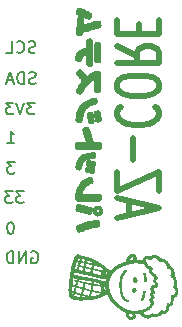
<source format=gbr>
%TF.GenerationSoftware,KiCad,Pcbnew,(5.1.6)-1*%
%TF.CreationDate,2022-07-31T05:26:31+09:00*%
%TF.ProjectId,az-core-bottom,617a2d63-6f72-4652-9d62-6f74746f6d2e,rev?*%
%TF.SameCoordinates,Original*%
%TF.FileFunction,Legend,Bot*%
%TF.FilePolarity,Positive*%
%FSLAX46Y46*%
G04 Gerber Fmt 4.6, Leading zero omitted, Abs format (unit mm)*
G04 Created by KiCad (PCBNEW (5.1.6)-1) date 2022-07-31 05:26:31*
%MOMM*%
%LPD*%
G01*
G04 APERTURE LIST*
%ADD10C,0.500000*%
%ADD11C,0.150000*%
%ADD12C,0.010000*%
G04 APERTURE END LIST*
D10*
X122416666Y-109773809D02*
X122416666Y-108583333D01*
X121416666Y-110011904D02*
X124916666Y-109178571D01*
X121416666Y-108345238D01*
X124916666Y-107750000D02*
X124916666Y-106083333D01*
X121416666Y-107750000D01*
X121416666Y-106083333D01*
X122750000Y-105130952D02*
X122750000Y-103226190D01*
X121750000Y-100607142D02*
X121583333Y-100726190D01*
X121416666Y-101083333D01*
X121416666Y-101321428D01*
X121583333Y-101678571D01*
X121916666Y-101916666D01*
X122250000Y-102035714D01*
X122916666Y-102154761D01*
X123416666Y-102154761D01*
X124083333Y-102035714D01*
X124416666Y-101916666D01*
X124750000Y-101678571D01*
X124916666Y-101321428D01*
X124916666Y-101083333D01*
X124750000Y-100726190D01*
X124583333Y-100607142D01*
X124916666Y-99059523D02*
X124916666Y-98583333D01*
X124750000Y-98345238D01*
X124416666Y-98107142D01*
X123750000Y-97988095D01*
X122583333Y-97988095D01*
X121916666Y-98107142D01*
X121583333Y-98345238D01*
X121416666Y-98583333D01*
X121416666Y-99059523D01*
X121583333Y-99297619D01*
X121916666Y-99535714D01*
X122583333Y-99654761D01*
X123750000Y-99654761D01*
X124416666Y-99535714D01*
X124750000Y-99297619D01*
X124916666Y-99059523D01*
X121416666Y-95488095D02*
X123083333Y-96321428D01*
X121416666Y-96916666D02*
X124916666Y-96916666D01*
X124916666Y-95964285D01*
X124750000Y-95726190D01*
X124583333Y-95607142D01*
X124250000Y-95488095D01*
X123750000Y-95488095D01*
X123416666Y-95607142D01*
X123250000Y-95726190D01*
X123083333Y-95964285D01*
X123083333Y-96916666D01*
X123250000Y-94416666D02*
X123250000Y-93583333D01*
X121416666Y-93226190D02*
X121416666Y-94416666D01*
X124916666Y-94416666D01*
X124916666Y-93226190D01*
D11*
X114514285Y-98604761D02*
X114371428Y-98652380D01*
X114133333Y-98652380D01*
X114038095Y-98604761D01*
X113990476Y-98557142D01*
X113942857Y-98461904D01*
X113942857Y-98366666D01*
X113990476Y-98271428D01*
X114038095Y-98223809D01*
X114133333Y-98176190D01*
X114323809Y-98128571D01*
X114419047Y-98080952D01*
X114466666Y-98033333D01*
X114514285Y-97938095D01*
X114514285Y-97842857D01*
X114466666Y-97747619D01*
X114419047Y-97700000D01*
X114323809Y-97652380D01*
X114085714Y-97652380D01*
X113942857Y-97700000D01*
X113514285Y-98652380D02*
X113514285Y-97652380D01*
X113276190Y-97652380D01*
X113133333Y-97700000D01*
X113038095Y-97795238D01*
X112990476Y-97890476D01*
X112942857Y-98080952D01*
X112942857Y-98223809D01*
X112990476Y-98414285D01*
X113038095Y-98509523D01*
X113133333Y-98604761D01*
X113276190Y-98652380D01*
X113514285Y-98652380D01*
X112561904Y-98366666D02*
X112085714Y-98366666D01*
X112657142Y-98652380D02*
X112323809Y-97652380D01*
X111990476Y-98652380D01*
X114490476Y-96004761D02*
X114347619Y-96052380D01*
X114109523Y-96052380D01*
X114014285Y-96004761D01*
X113966666Y-95957142D01*
X113919047Y-95861904D01*
X113919047Y-95766666D01*
X113966666Y-95671428D01*
X114014285Y-95623809D01*
X114109523Y-95576190D01*
X114300000Y-95528571D01*
X114395238Y-95480952D01*
X114442857Y-95433333D01*
X114490476Y-95338095D01*
X114490476Y-95242857D01*
X114442857Y-95147619D01*
X114395238Y-95100000D01*
X114300000Y-95052380D01*
X114061904Y-95052380D01*
X113919047Y-95100000D01*
X112919047Y-95957142D02*
X112966666Y-96004761D01*
X113109523Y-96052380D01*
X113204761Y-96052380D01*
X113347619Y-96004761D01*
X113442857Y-95909523D01*
X113490476Y-95814285D01*
X113538095Y-95623809D01*
X113538095Y-95480952D01*
X113490476Y-95290476D01*
X113442857Y-95195238D01*
X113347619Y-95100000D01*
X113204761Y-95052380D01*
X113109523Y-95052380D01*
X112966666Y-95100000D01*
X112919047Y-95147619D01*
X112014285Y-96052380D02*
X112490476Y-96052380D01*
X112490476Y-95052380D01*
X114161904Y-112900000D02*
X114257142Y-112852380D01*
X114400000Y-112852380D01*
X114542857Y-112900000D01*
X114638095Y-112995238D01*
X114685714Y-113090476D01*
X114733333Y-113280952D01*
X114733333Y-113423809D01*
X114685714Y-113614285D01*
X114638095Y-113709523D01*
X114542857Y-113804761D01*
X114400000Y-113852380D01*
X114304761Y-113852380D01*
X114161904Y-113804761D01*
X114114285Y-113757142D01*
X114114285Y-113423809D01*
X114304761Y-113423809D01*
X113685714Y-113852380D02*
X113685714Y-112852380D01*
X113114285Y-113852380D01*
X113114285Y-112852380D01*
X112638095Y-113852380D02*
X112638095Y-112852380D01*
X112400000Y-112852380D01*
X112257142Y-112900000D01*
X112161904Y-112995238D01*
X112114285Y-113090476D01*
X112066666Y-113280952D01*
X112066666Y-113423809D01*
X112114285Y-113614285D01*
X112161904Y-113709523D01*
X112257142Y-113804761D01*
X112400000Y-113852380D01*
X112638095Y-113852380D01*
X112114285Y-103652380D02*
X112685714Y-103652380D01*
X112400000Y-103652380D02*
X112400000Y-102652380D01*
X112495238Y-102795238D01*
X112590476Y-102890476D01*
X112685714Y-102938095D01*
X112733333Y-105252380D02*
X112114285Y-105252380D01*
X112447619Y-105633333D01*
X112304761Y-105633333D01*
X112209523Y-105680952D01*
X112161904Y-105728571D01*
X112114285Y-105823809D01*
X112114285Y-106061904D01*
X112161904Y-106157142D01*
X112209523Y-106204761D01*
X112304761Y-106252380D01*
X112590476Y-106252380D01*
X112685714Y-106204761D01*
X112733333Y-106157142D01*
X112447619Y-110352380D02*
X112352380Y-110352380D01*
X112257142Y-110400000D01*
X112209523Y-110447619D01*
X112161904Y-110542857D01*
X112114285Y-110733333D01*
X112114285Y-110971428D01*
X112161904Y-111161904D01*
X112209523Y-111257142D01*
X112257142Y-111304761D01*
X112352380Y-111352380D01*
X112447619Y-111352380D01*
X112542857Y-111304761D01*
X112590476Y-111257142D01*
X112638095Y-111161904D01*
X112685714Y-110971428D01*
X112685714Y-110733333D01*
X112638095Y-110542857D01*
X112590476Y-110447619D01*
X112542857Y-110400000D01*
X112447619Y-110352380D01*
X114438095Y-100252380D02*
X113819047Y-100252380D01*
X114152380Y-100633333D01*
X114009523Y-100633333D01*
X113914285Y-100680952D01*
X113866666Y-100728571D01*
X113819047Y-100823809D01*
X113819047Y-101061904D01*
X113866666Y-101157142D01*
X113914285Y-101204761D01*
X114009523Y-101252380D01*
X114295238Y-101252380D01*
X114390476Y-101204761D01*
X114438095Y-101157142D01*
X113533333Y-100252380D02*
X113200000Y-101252380D01*
X112866666Y-100252380D01*
X112628571Y-100252380D02*
X112009523Y-100252380D01*
X112342857Y-100633333D01*
X112200000Y-100633333D01*
X112104761Y-100680952D01*
X112057142Y-100728571D01*
X112009523Y-100823809D01*
X112009523Y-101061904D01*
X112057142Y-101157142D01*
X112104761Y-101204761D01*
X112200000Y-101252380D01*
X112485714Y-101252380D01*
X112580952Y-101204761D01*
X112628571Y-101157142D01*
X113509523Y-107752380D02*
X112890476Y-107752380D01*
X113223809Y-108133333D01*
X113080952Y-108133333D01*
X112985714Y-108180952D01*
X112938095Y-108228571D01*
X112890476Y-108323809D01*
X112890476Y-108561904D01*
X112938095Y-108657142D01*
X112985714Y-108704761D01*
X113080952Y-108752380D01*
X113366666Y-108752380D01*
X113461904Y-108704761D01*
X113509523Y-108657142D01*
X112557142Y-107752380D02*
X111938095Y-107752380D01*
X112271428Y-108133333D01*
X112128571Y-108133333D01*
X112033333Y-108180952D01*
X111985714Y-108228571D01*
X111938095Y-108323809D01*
X111938095Y-108561904D01*
X111985714Y-108657142D01*
X112033333Y-108704761D01*
X112128571Y-108752380D01*
X112414285Y-108752380D01*
X112509523Y-108704761D01*
X112557142Y-108657142D01*
D12*
%TO.C,G\u002A\u002A\u002A*%
G36*
X126508270Y-116073713D02*
G01*
X126498903Y-116055306D01*
X126498010Y-116054507D01*
X126484418Y-116034687D01*
X126480230Y-116020685D01*
X126470641Y-116003453D01*
X126448320Y-115979638D01*
X126418660Y-115954665D01*
X126388164Y-115930667D01*
X126370662Y-115913070D01*
X126362572Y-115896518D01*
X126360316Y-115875656D01*
X126360240Y-115867282D01*
X126362130Y-115838718D01*
X126367187Y-115797915D01*
X126374495Y-115750070D01*
X126383138Y-115700384D01*
X126392199Y-115654052D01*
X126400761Y-115616275D01*
X126407909Y-115592251D01*
X126409271Y-115589188D01*
X126422873Y-115542866D01*
X126424256Y-115482402D01*
X126413628Y-115409729D01*
X126391196Y-115326783D01*
X126376571Y-115284624D01*
X126366842Y-115256919D01*
X126353516Y-115217166D01*
X126339044Y-115172714D01*
X126334985Y-115160000D01*
X126318724Y-115114975D01*
X126299956Y-115072269D01*
X126282126Y-115039528D01*
X126278030Y-115033539D01*
X126260396Y-115004801D01*
X126249827Y-114978391D01*
X126248480Y-114969434D01*
X126243927Y-114949160D01*
X126231890Y-114917430D01*
X126214802Y-114880522D01*
X126211569Y-114874183D01*
X126174658Y-114802857D01*
X126185824Y-114704529D01*
X126190865Y-114651850D01*
X126191910Y-114611272D01*
X126188743Y-114574930D01*
X126181176Y-114535080D01*
X126171982Y-114493409D01*
X126163488Y-114454359D01*
X126157903Y-114428144D01*
X126143272Y-114385313D01*
X126117036Y-114334087D01*
X126082492Y-114279010D01*
X126042935Y-114224630D01*
X126001661Y-114175492D01*
X125961968Y-114136141D01*
X125928601Y-114111898D01*
X125897264Y-114090321D01*
X125864166Y-114060292D01*
X125833245Y-114026362D01*
X125808438Y-113993080D01*
X125793684Y-113964994D01*
X125791280Y-113953273D01*
X125784786Y-113927609D01*
X125767129Y-113891133D01*
X125741047Y-113847855D01*
X125709276Y-113801785D01*
X125674555Y-113756932D01*
X125639621Y-113717306D01*
X125612349Y-113691194D01*
X125554126Y-113645173D01*
X125488834Y-113599929D01*
X125420605Y-113557810D01*
X125353569Y-113521163D01*
X125291858Y-113492334D01*
X125239601Y-113473670D01*
X125222320Y-113469586D01*
X125190899Y-113459756D01*
X125155878Y-113443411D01*
X125146120Y-113437749D01*
X125116870Y-113420943D01*
X125077145Y-113399760D01*
X125034882Y-113378414D01*
X125029280Y-113375685D01*
X124984484Y-113351077D01*
X124938990Y-113321419D01*
X124902327Y-113292945D01*
X124900998Y-113291755D01*
X124853996Y-113253458D01*
X124797093Y-113213165D01*
X124739071Y-113176872D01*
X124706984Y-113159311D01*
X124687179Y-113152767D01*
X124653107Y-113144886D01*
X124610652Y-113136956D01*
X124589115Y-113133524D01*
X124518172Y-113125890D01*
X124463590Y-113127074D01*
X124423332Y-113137267D01*
X124401158Y-113151071D01*
X124375745Y-113170971D01*
X124340258Y-113196199D01*
X124301873Y-113221903D01*
X124267764Y-113243227D01*
X124251299Y-113252435D01*
X124223790Y-113262416D01*
X124186703Y-113271039D01*
X124165680Y-113274265D01*
X124134460Y-113276480D01*
X124104833Y-113274212D01*
X124070250Y-113266380D01*
X124024162Y-113251902D01*
X124018360Y-113249943D01*
X123926920Y-113218928D01*
X123858133Y-113239820D01*
X123772471Y-113274368D01*
X123694569Y-113324577D01*
X123651254Y-113361769D01*
X123610549Y-113405147D01*
X123586956Y-113444137D01*
X123578800Y-113482098D01*
X123580357Y-113504187D01*
X123581625Y-113535424D01*
X123572245Y-113553831D01*
X123571169Y-113554766D01*
X123554783Y-113560194D01*
X123522758Y-113564743D01*
X123479758Y-113568266D01*
X123430452Y-113570614D01*
X123379506Y-113571641D01*
X123331587Y-113571198D01*
X123291360Y-113569139D01*
X123263493Y-113565314D01*
X123260715Y-113564592D01*
X123236377Y-113559863D01*
X123197946Y-113554895D01*
X123151623Y-113550421D01*
X123122417Y-113548264D01*
X123076754Y-113544287D01*
X123037615Y-113538995D01*
X123010159Y-113533186D01*
X123000854Y-113529396D01*
X122992223Y-113518012D01*
X122986510Y-113496453D01*
X122983008Y-113460954D01*
X122981513Y-113426465D01*
X122974296Y-113350670D01*
X122958456Y-113275798D01*
X122935839Y-113209614D01*
X122924120Y-113185068D01*
X122905191Y-113157985D01*
X122875743Y-113124562D01*
X122841517Y-113090642D01*
X122808256Y-113062068D01*
X122791578Y-113050190D01*
X122772448Y-113038901D01*
X122755350Y-113032484D01*
X122734720Y-113030356D01*
X122704992Y-113031935D01*
X122661268Y-113036563D01*
X122605647Y-113045103D01*
X122557885Y-113056687D01*
X122527117Y-113068390D01*
X122508064Y-113081404D01*
X122480137Y-113104527D01*
X122446585Y-113134604D01*
X122410655Y-113168476D01*
X122375594Y-113202985D01*
X122344650Y-113234973D01*
X122321070Y-113261284D01*
X122308100Y-113278758D01*
X122306592Y-113282837D01*
X122300982Y-113294539D01*
X122286615Y-113317195D01*
X122270579Y-113340295D01*
X122237583Y-113395981D01*
X122214577Y-113455114D01*
X122202435Y-113513223D01*
X122202032Y-113565835D01*
X122214244Y-113608481D01*
X122217100Y-113613550D01*
X122229691Y-113636188D01*
X122231495Y-113650005D01*
X122222997Y-113663090D01*
X122220248Y-113666171D01*
X122194859Y-113686922D01*
X122163087Y-113703544D01*
X122132600Y-113712703D01*
X122114082Y-113712350D01*
X122092180Y-113713665D01*
X122053831Y-113726084D01*
X121999491Y-113749431D01*
X121940640Y-113777958D01*
X121919411Y-113787049D01*
X121882838Y-113801042D01*
X121834882Y-113818490D01*
X121779501Y-113837947D01*
X121732842Y-113853875D01*
X121666413Y-113877169D01*
X121609662Y-113898886D01*
X121565482Y-113917833D01*
X121536766Y-113932816D01*
X121530229Y-113937457D01*
X121507122Y-113953350D01*
X121471658Y-113973721D01*
X121430148Y-113995028D01*
X121414061Y-114002652D01*
X121369403Y-114025574D01*
X121326209Y-114051618D01*
X121292029Y-114076127D01*
X121284620Y-114082522D01*
X121252943Y-114108299D01*
X121219776Y-114130122D01*
X121203186Y-114138543D01*
X121173894Y-114154924D01*
X121133005Y-114183731D01*
X121083095Y-114222829D01*
X121026740Y-114270084D01*
X120966517Y-114323360D01*
X120905003Y-114380523D01*
X120868647Y-114415700D01*
X120838068Y-114444136D01*
X120811410Y-114465990D01*
X120792871Y-114477937D01*
X120788499Y-114479200D01*
X120774704Y-114472824D01*
X120749872Y-114455622D01*
X120717955Y-114430484D01*
X120693848Y-114410005D01*
X120655552Y-114377669D01*
X120617934Y-114347898D01*
X120586617Y-114325057D01*
X120574120Y-114317033D01*
X120545891Y-114297632D01*
X120511097Y-114269716D01*
X120477600Y-114239633D01*
X120423102Y-114191723D01*
X120351437Y-114135949D01*
X120263782Y-114073191D01*
X120177880Y-114015212D01*
X120136697Y-113987764D01*
X120096795Y-113960675D01*
X120064778Y-113938444D01*
X120055960Y-113932139D01*
X120026070Y-113911594D01*
X119998437Y-113894412D01*
X119989920Y-113889743D01*
X119965920Y-113874953D01*
X119937168Y-113853886D01*
X119928960Y-113847250D01*
X119867278Y-113799003D01*
X119804825Y-113757172D01*
X119734117Y-113716953D01*
X119692838Y-113695701D01*
X119648539Y-113672900D01*
X119608877Y-113651416D01*
X119578685Y-113633928D01*
X119564370Y-113624440D01*
X119541883Y-113610668D01*
X119524399Y-113605440D01*
X119510533Y-113601121D01*
X119481757Y-113589134D01*
X119441317Y-113570934D01*
X119392461Y-113547978D01*
X119345429Y-113525170D01*
X119291419Y-113498858D01*
X119242607Y-113475544D01*
X119202365Y-113456802D01*
X119174061Y-113444203D01*
X119161880Y-113439493D01*
X119089699Y-113418613D01*
X119017230Y-113394776D01*
X118984224Y-113382764D01*
X118947078Y-113370875D01*
X118911884Y-113363198D01*
X118894919Y-113361600D01*
X118864449Y-113356838D01*
X118829519Y-113344959D01*
X118819780Y-113340392D01*
X118791288Y-113328438D01*
X118749970Y-113314271D01*
X118702812Y-113300204D01*
X118680484Y-113294251D01*
X118627406Y-113280019D01*
X118571407Y-113263893D01*
X118522210Y-113248703D01*
X118509011Y-113244340D01*
X118469865Y-113232147D01*
X118435309Y-113223252D01*
X118412217Y-113219401D01*
X118410693Y-113219360D01*
X118386244Y-113214385D01*
X118349339Y-113200947D01*
X118304796Y-113181282D01*
X118257435Y-113157623D01*
X118212076Y-113132204D01*
X118182960Y-113113796D01*
X118138493Y-113088331D01*
X118100824Y-113078761D01*
X118064501Y-113084765D01*
X118026283Y-113104600D01*
X117986706Y-113131879D01*
X117943048Y-113165050D01*
X117900953Y-113199537D01*
X117866067Y-113230761D01*
X117848416Y-113248842D01*
X117831364Y-113273163D01*
X117809708Y-113310826D01*
X117786184Y-113356223D01*
X117763529Y-113403746D01*
X117744479Y-113447790D01*
X117731770Y-113482748D01*
X117728918Y-113493680D01*
X117719923Y-113524057D01*
X117708179Y-113548581D01*
X117707702Y-113549281D01*
X117696432Y-113574148D01*
X117693760Y-113590304D01*
X117689676Y-113609432D01*
X117678379Y-113643206D01*
X117661303Y-113687885D01*
X117639883Y-113739727D01*
X117615552Y-113794992D01*
X117613965Y-113798480D01*
X117603598Y-113826050D01*
X117591327Y-113866177D01*
X117578038Y-113914995D01*
X117564619Y-113968636D01*
X117551955Y-114023232D01*
X117540933Y-114074916D01*
X117532439Y-114119822D01*
X117527360Y-114154081D01*
X117526583Y-114173826D01*
X117527347Y-114176385D01*
X117527361Y-114189962D01*
X117522107Y-114217075D01*
X117512712Y-114251973D01*
X117512232Y-114253564D01*
X117500473Y-114301017D01*
X117490762Y-114355670D01*
X117485909Y-114397920D01*
X117481510Y-114446550D01*
X117474963Y-114505653D01*
X117467098Y-114568830D01*
X117458743Y-114629681D01*
X117450727Y-114681805D01*
X117445123Y-114712880D01*
X117437350Y-114741408D01*
X117424472Y-114779386D01*
X117412138Y-114811430D01*
X117398610Y-114845929D01*
X117392498Y-114868830D01*
X117393124Y-114887174D01*
X117399812Y-114908001D01*
X117402254Y-114914177D01*
X117410715Y-114954390D01*
X117410824Y-115006706D01*
X117403224Y-115065011D01*
X117388559Y-115123189D01*
X117376911Y-115154840D01*
X117368431Y-115177798D01*
X117362252Y-115202896D01*
X117357905Y-115234141D01*
X117354921Y-115275539D01*
X117352830Y-115331097D01*
X117351912Y-115368200D01*
X117349970Y-115428419D01*
X117347016Y-115485863D01*
X117343388Y-115535486D01*
X117339422Y-115572241D01*
X117337513Y-115583754D01*
X117333090Y-115614533D01*
X117328941Y-115659670D01*
X117325519Y-115713207D01*
X117323278Y-115769184D01*
X117323211Y-115771714D01*
X117320259Y-115841321D01*
X117315345Y-115906762D01*
X117308900Y-115964686D01*
X117301357Y-116011744D01*
X117293148Y-116044585D01*
X117286207Y-116058572D01*
X117278230Y-116078793D01*
X117279036Y-116104334D01*
X117286504Y-116120548D01*
X117292324Y-116135257D01*
X117297872Y-116163481D01*
X117301163Y-116191160D01*
X117304716Y-116226457D01*
X117310201Y-116274957D01*
X117316811Y-116329726D01*
X117322451Y-116374040D01*
X117329007Y-116426159D01*
X117334708Y-116475068D01*
X117338895Y-116514905D01*
X117340812Y-116537906D01*
X117351118Y-116579427D01*
X117375131Y-116625537D01*
X117408985Y-116670623D01*
X117448811Y-116709075D01*
X117468610Y-116723334D01*
X117495432Y-116739041D01*
X117535625Y-116760840D01*
X117584206Y-116786100D01*
X117636191Y-116812193D01*
X117648040Y-116818004D01*
X117697581Y-116842504D01*
X117742462Y-116865291D01*
X117778564Y-116884229D01*
X117801767Y-116897185D01*
X117805753Y-116899692D01*
X117836932Y-116911917D01*
X117880934Y-116917363D01*
X117887033Y-116917494D01*
X117916002Y-116917719D01*
X117960526Y-116917973D01*
X118015842Y-116918231D01*
X118077187Y-116918471D01*
X118120166Y-116918613D01*
X118178160Y-116918974D01*
X118203242Y-116919305D01*
X118203242Y-116746657D01*
X118133921Y-116739797D01*
X118066573Y-116731163D01*
X118018169Y-116720318D01*
X117987417Y-116706921D01*
X117977624Y-116698418D01*
X117943696Y-116671850D01*
X117896006Y-116654443D01*
X117846160Y-116648276D01*
X117766433Y-116638970D01*
X117698533Y-116615626D01*
X117644457Y-116578950D01*
X117641323Y-116575981D01*
X117612880Y-116545917D01*
X117590751Y-116515218D01*
X117571611Y-116478122D01*
X117552135Y-116428868D01*
X117545290Y-116409600D01*
X117529816Y-116361171D01*
X117522988Y-116327408D01*
X117524534Y-116304719D01*
X117534184Y-116289512D01*
X117536092Y-116287837D01*
X117549387Y-116281689D01*
X117569261Y-116283384D01*
X117601470Y-116293442D01*
X117602734Y-116293896D01*
X117641192Y-116309314D01*
X117650503Y-116315803D01*
X117650503Y-116243076D01*
X117607511Y-116236680D01*
X117561680Y-116224850D01*
X117533938Y-116215485D01*
X117515876Y-116205063D01*
X117505778Y-116189500D01*
X117501923Y-116164711D01*
X117502594Y-116126613D01*
X117504839Y-116089784D01*
X117508981Y-116037766D01*
X117514346Y-115985430D01*
X117520020Y-115941270D01*
X117522312Y-115927000D01*
X117527313Y-115884374D01*
X117528446Y-115841271D01*
X117526935Y-115819469D01*
X117524662Y-115787873D01*
X117529510Y-115768191D01*
X117540594Y-115754974D01*
X117558999Y-115743856D01*
X117571238Y-115743748D01*
X117586297Y-115748355D01*
X117615213Y-115753924D01*
X117650618Y-115759099D01*
X117721693Y-115770123D01*
X117773199Y-115782847D01*
X117805829Y-115797461D01*
X117813538Y-115803664D01*
X117820291Y-115813904D01*
X117822565Y-115829038D01*
X117819846Y-115852151D01*
X117811620Y-115886327D01*
X117797374Y-115934652D01*
X117785406Y-115972720D01*
X117773095Y-116012543D01*
X117761513Y-116051909D01*
X117756689Y-116069240D01*
X117738080Y-116135461D01*
X117721941Y-116186622D01*
X117708853Y-116220990D01*
X117700994Y-116235201D01*
X117683082Y-116242688D01*
X117650503Y-116243076D01*
X117650503Y-116315803D01*
X117662348Y-116324058D01*
X117668573Y-116342540D01*
X117662237Y-116369171D01*
X117654053Y-116389364D01*
X117641353Y-116423473D01*
X117638549Y-116446210D01*
X117642877Y-116460245D01*
X117663456Y-116484026D01*
X117689731Y-116495914D01*
X117709254Y-116494457D01*
X117723048Y-116481358D01*
X117738841Y-116455692D01*
X117753234Y-116424483D01*
X117762828Y-116394753D01*
X117764880Y-116379522D01*
X117772225Y-116357604D01*
X117779435Y-116349209D01*
X117787027Y-116345295D01*
X117798943Y-116344418D01*
X117817776Y-116347200D01*
X117846122Y-116354264D01*
X117886574Y-116366233D01*
X117941729Y-116383730D01*
X117993480Y-116400585D01*
X118039711Y-116415458D01*
X118091454Y-116431665D01*
X118144279Y-116447868D01*
X118193758Y-116462733D01*
X118235461Y-116474922D01*
X118264959Y-116483099D01*
X118275127Y-116485558D01*
X118304153Y-116498070D01*
X118316550Y-116521080D01*
X118312562Y-116555382D01*
X118303783Y-116578653D01*
X118291633Y-116609426D01*
X118284168Y-116634709D01*
X118283040Y-116642882D01*
X118276495Y-116659457D01*
X118259608Y-116684047D01*
X118243141Y-116703438D01*
X118203242Y-116746657D01*
X118203242Y-116919305D01*
X118228853Y-116919643D01*
X118268855Y-116920545D01*
X118294774Y-116921608D01*
X118303181Y-116922570D01*
X118315945Y-116923820D01*
X118323002Y-116923785D01*
X118323002Y-116447740D01*
X118303410Y-116446288D01*
X118277176Y-116439088D01*
X118264913Y-116435284D01*
X118220175Y-116420964D01*
X118172131Y-116404946D01*
X118150960Y-116397639D01*
X118113087Y-116384702D01*
X118065520Y-116368956D01*
X118017973Y-116353612D01*
X118013800Y-116352289D01*
X117948587Y-116331303D01*
X117900153Y-116314712D01*
X117865748Y-116301304D01*
X117842619Y-116289866D01*
X117828015Y-116279188D01*
X117819184Y-116268058D01*
X117818095Y-116266102D01*
X117810102Y-116240246D01*
X117810397Y-116221640D01*
X117815007Y-116200853D01*
X117821609Y-116168185D01*
X117826948Y-116140360D01*
X117827396Y-116138262D01*
X117827396Y-115744044D01*
X117812392Y-115743121D01*
X117788253Y-115736988D01*
X117751132Y-115725098D01*
X117720115Y-115714666D01*
X117674852Y-115699883D01*
X117635415Y-115687962D01*
X117606519Y-115680272D01*
X117593915Y-115678080D01*
X117576466Y-115675652D01*
X117564645Y-115666392D01*
X117557667Y-115647340D01*
X117554747Y-115615534D01*
X117555100Y-115568013D01*
X117556314Y-115536176D01*
X117558876Y-115477885D01*
X117561596Y-115416181D01*
X117564073Y-115360151D01*
X117565295Y-115332640D01*
X117568427Y-115286722D01*
X117573245Y-115243265D01*
X117578814Y-115210362D01*
X117579968Y-115205640D01*
X117587506Y-115171383D01*
X117594673Y-115129262D01*
X117597693Y-115106884D01*
X117604793Y-115065145D01*
X117616039Y-115041160D01*
X117634658Y-115032385D01*
X117663879Y-115036274D01*
X117680872Y-115041324D01*
X117786461Y-115072581D01*
X117883611Y-115094840D01*
X117973160Y-115109122D01*
X118048548Y-115119494D01*
X118104380Y-115128705D01*
X118141380Y-115136888D01*
X118159571Y-115143723D01*
X118177582Y-115149790D01*
X118211813Y-115157019D01*
X118258242Y-115164825D01*
X118312845Y-115172621D01*
X118371597Y-115179820D01*
X118430476Y-115185835D01*
X118471000Y-115189126D01*
X118528864Y-115195091D01*
X118578729Y-115203829D01*
X118614619Y-115214278D01*
X118616206Y-115214940D01*
X118671404Y-115229103D01*
X118705141Y-115228478D01*
X118751695Y-115228233D01*
X118813626Y-115236463D01*
X118892069Y-115253350D01*
X118941070Y-115265965D01*
X118977570Y-115273953D01*
X119008768Y-115277572D01*
X119025700Y-115276450D01*
X119049771Y-115274590D01*
X119087198Y-115278081D01*
X119132059Y-115285848D01*
X119178432Y-115296815D01*
X119220397Y-115309909D01*
X119229804Y-115313508D01*
X119265797Y-115325088D01*
X119300818Y-115331889D01*
X119312380Y-115332640D01*
X119339597Y-115336546D01*
X119358404Y-115346036D01*
X119359197Y-115346913D01*
X119363116Y-115357672D01*
X119354638Y-115370146D01*
X119331101Y-115387995D01*
X119327594Y-115390365D01*
X119301823Y-115409096D01*
X119288816Y-115425636D01*
X119283999Y-115448360D01*
X119283061Y-115471912D01*
X119277710Y-115517065D01*
X119264865Y-115550691D01*
X119246237Y-115569867D01*
X119224518Y-115571976D01*
X119204018Y-115566849D01*
X119170453Y-115559313D01*
X119130694Y-115550904D01*
X119126320Y-115550009D01*
X119081483Y-115540135D01*
X119037539Y-115529261D01*
X119004400Y-115519863D01*
X118969400Y-115510794D01*
X118936789Y-115505661D01*
X118928200Y-115505233D01*
X118902552Y-115502240D01*
X118866115Y-115494471D01*
X118831680Y-115485040D01*
X118793286Y-115474554D01*
X118758753Y-115467233D01*
X118737741Y-115464798D01*
X118712822Y-115461523D01*
X118677857Y-115453156D01*
X118651381Y-115445089D01*
X118605882Y-115431512D01*
X118555617Y-115418963D01*
X118531960Y-115414031D01*
X118497079Y-115406985D01*
X118449184Y-115396629D01*
X118395008Y-115384447D01*
X118349080Y-115373769D01*
X118295024Y-115361066D01*
X118241719Y-115348680D01*
X118195831Y-115338153D01*
X118167560Y-115331801D01*
X118124554Y-115320141D01*
X118098109Y-115305855D01*
X118084496Y-115285263D01*
X118079984Y-115254683D01*
X118079840Y-115245236D01*
X118077156Y-115212984D01*
X118068234Y-115196438D01*
X118062999Y-115193460D01*
X118050224Y-115193054D01*
X118034834Y-115202846D01*
X118014274Y-115225169D01*
X117985984Y-115262355D01*
X117983132Y-115266288D01*
X117966071Y-115285365D01*
X117947874Y-115290214D01*
X117929037Y-115287271D01*
X117899774Y-115275647D01*
X117868593Y-115255875D01*
X117861138Y-115249767D01*
X117837669Y-115231401D01*
X117821191Y-115225970D01*
X117806012Y-115230777D01*
X117789425Y-115249556D01*
X117786047Y-115275227D01*
X117796645Y-115298615D01*
X117800062Y-115301846D01*
X117817596Y-115311371D01*
X117847342Y-115323079D01*
X117872829Y-115331370D01*
X117913425Y-115345614D01*
X117936546Y-115361463D01*
X117944842Y-115383315D01*
X117940965Y-115415568D01*
X117935678Y-115435620D01*
X117925236Y-115474222D01*
X117913140Y-115522010D01*
X117902552Y-115566320D01*
X117887878Y-115627165D01*
X117875428Y-115671370D01*
X117864032Y-115702332D01*
X117852522Y-115723447D01*
X117845400Y-115732446D01*
X117837116Y-115740304D01*
X117827396Y-115744044D01*
X117827396Y-116138262D01*
X117835492Y-116100331D01*
X117845243Y-116062600D01*
X117851144Y-116043840D01*
X117862575Y-116009017D01*
X117873474Y-115971353D01*
X117874450Y-115967640D01*
X117887681Y-115922420D01*
X117902190Y-115882110D01*
X117915862Y-115852143D01*
X117924221Y-115839796D01*
X117938252Y-115837775D01*
X117968698Y-115840899D01*
X118012489Y-115848549D01*
X118066553Y-115860107D01*
X118127821Y-115874954D01*
X118193221Y-115892470D01*
X118211920Y-115897788D01*
X118250188Y-115908389D01*
X118298235Y-115921115D01*
X118346087Y-115933326D01*
X118349080Y-115934071D01*
X118396972Y-115946662D01*
X118427455Y-115957462D01*
X118427455Y-115899678D01*
X118397851Y-115895811D01*
X118355615Y-115886692D01*
X118297654Y-115872426D01*
X118277960Y-115867467D01*
X118238280Y-115857355D01*
X118200769Y-115847616D01*
X118181440Y-115842482D01*
X118111785Y-115823509D01*
X118059309Y-115808858D01*
X118021521Y-115797765D01*
X117995927Y-115789463D01*
X117980036Y-115783187D01*
X117971355Y-115778172D01*
X117970910Y-115777813D01*
X117964131Y-115760664D01*
X117963038Y-115727843D01*
X117967356Y-115683101D01*
X117976814Y-115630193D01*
X117983832Y-115600063D01*
X117993234Y-115566372D01*
X118002559Y-115538685D01*
X118006762Y-115528943D01*
X118014295Y-115508757D01*
X118023075Y-115477126D01*
X118028115Y-115455253D01*
X118035322Y-115422912D01*
X118043202Y-115399540D01*
X118054658Y-115384358D01*
X118072595Y-115376583D01*
X118099916Y-115375434D01*
X118139525Y-115380130D01*
X118194324Y-115389889D01*
X118239040Y-115398496D01*
X118327053Y-115415773D01*
X118396878Y-115430097D01*
X118450361Y-115441912D01*
X118489348Y-115451663D01*
X118515685Y-115459792D01*
X118531218Y-115466745D01*
X118535369Y-115469786D01*
X118540853Y-115478388D01*
X118543247Y-115493494D01*
X118542477Y-115518625D01*
X118538467Y-115557301D01*
X118532500Y-115603112D01*
X118522089Y-115677901D01*
X118513446Y-115735500D01*
X118505976Y-115778902D01*
X118499087Y-115811101D01*
X118492182Y-115835088D01*
X118484669Y-115853858D01*
X118481396Y-115860505D01*
X118471398Y-115878706D01*
X118461136Y-115891231D01*
X118447520Y-115898186D01*
X118427455Y-115899678D01*
X118427455Y-115957462D01*
X118428085Y-115957686D01*
X118445536Y-115969714D01*
X118452441Y-115985315D01*
X118451916Y-116007061D01*
X118450390Y-116017642D01*
X118444066Y-116051944D01*
X118433959Y-116100408D01*
X118421304Y-116157504D01*
X118407331Y-116217703D01*
X118393274Y-116275475D01*
X118390199Y-116287680D01*
X118374304Y-116349728D01*
X118361604Y-116394440D01*
X118350132Y-116424134D01*
X118337921Y-116441128D01*
X118323002Y-116447740D01*
X118323002Y-116923785D01*
X118345129Y-116923672D01*
X118386898Y-116922349D01*
X118437416Y-116920075D01*
X118492850Y-116917072D01*
X118516720Y-116915591D01*
X118516720Y-116745767D01*
X118453396Y-116743114D01*
X118409273Y-116737105D01*
X118383491Y-116727614D01*
X118381121Y-116725856D01*
X118368808Y-116703799D01*
X118365272Y-116669096D01*
X118370678Y-116627512D01*
X118377594Y-116603592D01*
X118393757Y-116573685D01*
X118415916Y-116549573D01*
X118416443Y-116549177D01*
X118433173Y-116538216D01*
X118448596Y-116534458D01*
X118470006Y-116537533D01*
X118497723Y-116545061D01*
X118534658Y-116554555D01*
X118582279Y-116565270D01*
X118631227Y-116575119D01*
X118638640Y-116576490D01*
X118730821Y-116594597D01*
X118807080Y-116612547D01*
X118847642Y-116623840D01*
X118876838Y-116630568D01*
X118899856Y-116633120D01*
X118922640Y-116639490D01*
X118944855Y-116653409D01*
X118968840Y-116673698D01*
X118939635Y-116699731D01*
X118918027Y-116715442D01*
X118901207Y-116721644D01*
X118898686Y-116721257D01*
X118885096Y-116720596D01*
X118854858Y-116721607D01*
X118811557Y-116724090D01*
X118758779Y-116727848D01*
X118714532Y-116731435D01*
X118655660Y-116736305D01*
X118602315Y-116740449D01*
X118558455Y-116743581D01*
X118528041Y-116745413D01*
X118516720Y-116745767D01*
X118516720Y-116915591D01*
X118549363Y-116913565D01*
X118603121Y-116909778D01*
X118650288Y-116905932D01*
X118687030Y-116902254D01*
X118709512Y-116898965D01*
X118710004Y-116898857D01*
X118734122Y-116895627D01*
X118774674Y-116892586D01*
X118827772Y-116889921D01*
X118889531Y-116887822D01*
X118956064Y-116886476D01*
X118969084Y-116886319D01*
X118970738Y-116886289D01*
X118970738Y-116599937D01*
X118941000Y-116595468D01*
X118909912Y-116588224D01*
X118868779Y-116577569D01*
X118828696Y-116567882D01*
X118806280Y-116562930D01*
X118773279Y-116555550D01*
X118731830Y-116545453D01*
X118704680Y-116538451D01*
X118666229Y-116528702D01*
X118616663Y-116516751D01*
X118564731Y-116504692D01*
X118547371Y-116500780D01*
X118492971Y-116487628D01*
X118456237Y-116476070D01*
X118434686Y-116465062D01*
X118425837Y-116453556D01*
X118425280Y-116449352D01*
X118428149Y-116435159D01*
X118435376Y-116409458D01*
X118439163Y-116397256D01*
X118457363Y-116337276D01*
X118474320Y-116276127D01*
X118488536Y-116219607D01*
X118498515Y-116173519D01*
X118501533Y-116155600D01*
X118510057Y-116110404D01*
X118521981Y-116066810D01*
X118535434Y-116030464D01*
X118548546Y-116007005D01*
X118551950Y-116003474D01*
X118569706Y-115999629D01*
X118602439Y-116002487D01*
X118646201Y-116011353D01*
X118697046Y-116025533D01*
X118719920Y-116033029D01*
X118742411Y-116040156D01*
X118777008Y-116050496D01*
X118816244Y-116061816D01*
X118816440Y-116061871D01*
X118906764Y-116087660D01*
X118979091Y-116108809D01*
X119035076Y-116125855D01*
X119076372Y-116139331D01*
X119104634Y-116149773D01*
X119121515Y-116157716D01*
X119127906Y-116162591D01*
X119130443Y-116170120D01*
X119130443Y-116092587D01*
X119113135Y-116091014D01*
X119080717Y-116084566D01*
X119037536Y-116074225D01*
X118987939Y-116060971D01*
X118978138Y-116058202D01*
X118923521Y-116042827D01*
X118870411Y-116028222D01*
X118824704Y-116015988D01*
X118792299Y-116007725D01*
X118791040Y-116007423D01*
X118749558Y-115996769D01*
X118703293Y-115983743D01*
X118657203Y-115969880D01*
X118616242Y-115956714D01*
X118585367Y-115945782D01*
X118570060Y-115938971D01*
X118559190Y-115923762D01*
X118559366Y-115896957D01*
X118566832Y-115866762D01*
X118580712Y-115817157D01*
X118597619Y-115749672D01*
X118608558Y-115703480D01*
X118621509Y-115652469D01*
X118635953Y-115602868D01*
X118650384Y-115559225D01*
X118663294Y-115526084D01*
X118673175Y-115507992D01*
X118673512Y-115507618D01*
X118682238Y-115503027D01*
X118698485Y-115502340D01*
X118725336Y-115505958D01*
X118765876Y-115514281D01*
X118817086Y-115526238D01*
X118870141Y-115538916D01*
X118919762Y-115550629D01*
X118960672Y-115560143D01*
X118987590Y-115566220D01*
X118989160Y-115566559D01*
X119052723Y-115580473D01*
X119110925Y-115593738D01*
X119160264Y-115605513D01*
X119197237Y-115614961D01*
X119218340Y-115621240D01*
X119219914Y-115621854D01*
X119235582Y-115633461D01*
X119244129Y-115653667D01*
X119245522Y-115684759D01*
X119239723Y-115729025D01*
X119226699Y-115788751D01*
X119216745Y-115827871D01*
X119205177Y-115876370D01*
X119194540Y-115928600D01*
X119188104Y-115966944D01*
X119176381Y-116026913D01*
X119160849Y-116067387D01*
X119141276Y-116088876D01*
X119130443Y-116092587D01*
X119130443Y-116170120D01*
X119131785Y-116174103D01*
X119130274Y-116195235D01*
X119122858Y-116229023D01*
X119109018Y-116278500D01*
X119106966Y-116285416D01*
X119092119Y-116335771D01*
X119077961Y-116384699D01*
X119066425Y-116425479D01*
X119061055Y-116445160D01*
X119046851Y-116490887D01*
X119029835Y-116533859D01*
X119012212Y-116569424D01*
X118996188Y-116592927D01*
X118987909Y-116599447D01*
X118970738Y-116599937D01*
X118970738Y-116886289D01*
X119054385Y-116884737D01*
X119124621Y-116882022D01*
X119178259Y-116878265D01*
X119213765Y-116873554D01*
X119222840Y-116871333D01*
X119257659Y-116862696D01*
X119292385Y-116856554D01*
X119292385Y-116661841D01*
X119253517Y-116659743D01*
X119214336Y-116651753D01*
X119188938Y-116644481D01*
X119153515Y-116632294D01*
X119126449Y-116620311D01*
X119113098Y-116610940D01*
X119112716Y-116610221D01*
X119107057Y-116577118D01*
X119111811Y-116542202D01*
X119116313Y-116531236D01*
X119123441Y-116512032D01*
X119132494Y-116479627D01*
X119141599Y-116440782D01*
X119142205Y-116437924D01*
X119152509Y-116389035D01*
X119163574Y-116336676D01*
X119171543Y-116299061D01*
X119187160Y-116246821D01*
X119207815Y-116211878D01*
X119210406Y-116209137D01*
X119224711Y-116196103D01*
X119238503Y-116189552D01*
X119257841Y-116188565D01*
X119288786Y-116192220D01*
X119305375Y-116194715D01*
X119354742Y-116203015D01*
X119409727Y-116213363D01*
X119446360Y-116220935D01*
X119491440Y-116230579D01*
X119537106Y-116240024D01*
X119568280Y-116246215D01*
X119600402Y-116252376D01*
X119645346Y-116260997D01*
X119695981Y-116270711D01*
X119725760Y-116276423D01*
X119782457Y-116287165D01*
X119849212Y-116299608D01*
X119916075Y-116311905D01*
X119954360Y-116318851D01*
X120002784Y-116328397D01*
X120010570Y-116330217D01*
X120010570Y-116256165D01*
X119975089Y-116256094D01*
X119941476Y-116252905D01*
X119872466Y-116244626D01*
X119802680Y-116235434D01*
X119738734Y-116226245D01*
X119687243Y-116217975D01*
X119680040Y-116216697D01*
X119643319Y-116210388D01*
X119596853Y-116202855D01*
X119553040Y-116196086D01*
X119505271Y-116187496D01*
X119449140Y-116175304D01*
X119395694Y-116161936D01*
X119388569Y-116159973D01*
X119346908Y-116148886D01*
X119311076Y-116140377D01*
X119286740Y-116135752D01*
X119281381Y-116135280D01*
X119256120Y-116128561D01*
X119242320Y-116107689D01*
X119239675Y-116071597D01*
X119247880Y-116019216D01*
X119248053Y-116018440D01*
X119255670Y-115987409D01*
X119266659Y-115946199D01*
X119277794Y-115906680D01*
X119288583Y-115862336D01*
X119296226Y-115817257D01*
X119298912Y-115784760D01*
X119308545Y-115724696D01*
X119322319Y-115693320D01*
X119341326Y-115667329D01*
X119364881Y-115652677D01*
X119396854Y-115648566D01*
X119441120Y-115654197D01*
X119474928Y-115661855D01*
X119510059Y-115669235D01*
X119558868Y-115677682D01*
X119614823Y-115686140D01*
X119669880Y-115693373D01*
X119726036Y-115700743D01*
X119780927Y-115709023D01*
X119828210Y-115717194D01*
X119861201Y-115724148D01*
X119899351Y-115732405D01*
X119934509Y-115737813D01*
X119951841Y-115739040D01*
X119962358Y-115741389D01*
X119962358Y-115666598D01*
X119936818Y-115666542D01*
X119899398Y-115664635D01*
X119847228Y-115660881D01*
X119784389Y-115655851D01*
X119700088Y-115647947D01*
X119619672Y-115638502D01*
X119545918Y-115627993D01*
X119481606Y-115616892D01*
X119429515Y-115605676D01*
X119392425Y-115594820D01*
X119374167Y-115585749D01*
X119362605Y-115570567D01*
X119362164Y-115550155D01*
X119373243Y-115519920D01*
X119381369Y-115503306D01*
X119395409Y-115467740D01*
X119403909Y-115431065D01*
X119404741Y-115422426D01*
X119408710Y-115394267D01*
X119415937Y-115374661D01*
X119417591Y-115372586D01*
X119433585Y-115368278D01*
X119463887Y-115369114D01*
X119503356Y-115374363D01*
X119546850Y-115383290D01*
X119589226Y-115395163D01*
X119598760Y-115398406D01*
X119630239Y-115408159D01*
X119672025Y-115419313D01*
X119710520Y-115428421D01*
X119755622Y-115439535D01*
X119805562Y-115453788D01*
X119856014Y-115469709D01*
X119902651Y-115485825D01*
X119941147Y-115500666D01*
X119967175Y-115512759D01*
X119975417Y-115518514D01*
X119983825Y-115534839D01*
X119993646Y-115563516D01*
X119999468Y-115585086D01*
X120006432Y-115617629D01*
X120007186Y-115637138D01*
X120001454Y-115650015D01*
X119996400Y-115655635D01*
X119989279Y-115661148D01*
X119978888Y-115664801D01*
X119962358Y-115666598D01*
X119962358Y-115741389D01*
X119988415Y-115747210D01*
X120011930Y-115770399D01*
X120020398Y-115806627D01*
X120020400Y-115807323D01*
X120022997Y-115836451D01*
X120029263Y-115858708D01*
X120029460Y-115859088D01*
X120033581Y-115874748D01*
X120039007Y-115906724D01*
X120045173Y-115951099D01*
X120051514Y-116003955D01*
X120054913Y-116035626D01*
X120061822Y-116109731D01*
X120064548Y-116165952D01*
X120061940Y-116206497D01*
X120052842Y-116233575D01*
X120036103Y-116249395D01*
X120010570Y-116256165D01*
X120010570Y-116330217D01*
X120044497Y-116338152D01*
X120075048Y-116346972D01*
X120089984Y-116353713D01*
X120097403Y-116371790D01*
X120087576Y-116393065D01*
X120062943Y-116415710D01*
X120025946Y-116437896D01*
X119979027Y-116457794D01*
X119932409Y-116471730D01*
X119897483Y-116482502D01*
X119866880Y-116495548D01*
X119857840Y-116500753D01*
X119833232Y-116512699D01*
X119798414Y-116524512D01*
X119777331Y-116529918D01*
X119740675Y-116540323D01*
X119694954Y-116556465D01*
X119649324Y-116575082D01*
X119643972Y-116577470D01*
X119603948Y-116594026D01*
X119567437Y-116606487D01*
X119540955Y-116612698D01*
X119536522Y-116613024D01*
X119508887Y-116617429D01*
X119475207Y-116628171D01*
X119464699Y-116632597D01*
X119433221Y-116643026D01*
X119390287Y-116652349D01*
X119344744Y-116658677D01*
X119341064Y-116659014D01*
X119292385Y-116661841D01*
X119292385Y-116856554D01*
X119299746Y-116855252D01*
X119319360Y-116852768D01*
X119407269Y-116840648D01*
X119492696Y-116823460D01*
X119570357Y-116802510D01*
X119634966Y-116779103D01*
X119654640Y-116770012D01*
X119679777Y-116761165D01*
X119714684Y-116753139D01*
X119732543Y-116750263D01*
X119774850Y-116739952D01*
X119811850Y-116723011D01*
X119818337Y-116718642D01*
X119848422Y-116702325D01*
X119879010Y-116694273D01*
X119883257Y-116694080D01*
X119907713Y-116689530D01*
X119942765Y-116677533D01*
X119981281Y-116660573D01*
X119985423Y-116658511D01*
X120032868Y-116635923D01*
X120085905Y-116612656D01*
X120127080Y-116596072D01*
X120173703Y-116576222D01*
X120225420Y-116550849D01*
X120267485Y-116527501D01*
X120304853Y-116505183D01*
X120320787Y-116495804D01*
X120320787Y-116216560D01*
X120302809Y-116210403D01*
X120288167Y-116191060D01*
X120276579Y-116157227D01*
X120267767Y-116107598D01*
X120261449Y-116040869D01*
X120257346Y-115955734D01*
X120256253Y-115915799D01*
X120255611Y-115858993D01*
X120256840Y-115819705D01*
X120260155Y-115795202D01*
X120265772Y-115782748D01*
X120266815Y-115781760D01*
X120283927Y-115775698D01*
X120291188Y-115777722D01*
X120305052Y-115790769D01*
X120326782Y-115815611D01*
X120352588Y-115847400D01*
X120378679Y-115881286D01*
X120399597Y-115910124D01*
X120399597Y-115389916D01*
X120390000Y-115385979D01*
X120378730Y-115375594D01*
X120373479Y-115370001D01*
X120337323Y-115341133D01*
X120294120Y-115327224D01*
X120239486Y-115326951D01*
X120233034Y-115327645D01*
X120177207Y-115329462D01*
X120109597Y-115324448D01*
X120037223Y-115313477D01*
X119967106Y-115297426D01*
X119949280Y-115292276D01*
X119908734Y-115279934D01*
X119857658Y-115264367D01*
X119804953Y-115248288D01*
X119786720Y-115242722D01*
X119733860Y-115227936D01*
X119670676Y-115212284D01*
X119606914Y-115198110D01*
X119573360Y-115191460D01*
X119499318Y-115177592D01*
X119442240Y-115166716D01*
X119399097Y-115158188D01*
X119366861Y-115151365D01*
X119342504Y-115145604D01*
X119322996Y-115140263D01*
X119305310Y-115134698D01*
X119304120Y-115134303D01*
X119271435Y-115125837D01*
X119229186Y-115118014D01*
X119197440Y-115113783D01*
X119159741Y-115108500D01*
X119127909Y-115101770D01*
X119111080Y-115096017D01*
X119071634Y-115081409D01*
X119012940Y-115069308D01*
X118934557Y-115059626D01*
X118923120Y-115058561D01*
X118868779Y-115052311D01*
X118808840Y-115043369D01*
X118756150Y-115033654D01*
X118755480Y-115033512D01*
X118702243Y-115023511D01*
X118642691Y-115014273D01*
X118592920Y-115008152D01*
X118534538Y-115000929D01*
X118472750Y-114990938D01*
X118413566Y-114979349D01*
X118362996Y-114967333D01*
X118328854Y-114956756D01*
X118299508Y-114950393D01*
X118275242Y-114951415D01*
X118263514Y-114953170D01*
X118248252Y-114952460D01*
X118226341Y-114948602D01*
X118194665Y-114940916D01*
X118150105Y-114928720D01*
X118089547Y-114911333D01*
X118082380Y-114909251D01*
X118040753Y-114898281D01*
X117998514Y-114888904D01*
X117978240Y-114885264D01*
X117915207Y-114873113D01*
X117837954Y-114853624D01*
X117767836Y-114833416D01*
X117731666Y-114823470D01*
X117700923Y-114816613D01*
X117684521Y-114814480D01*
X117663837Y-114807773D01*
X117656028Y-114799717D01*
X117652972Y-114782355D01*
X117652842Y-114750824D01*
X117655227Y-114711000D01*
X117659716Y-114668758D01*
X117665898Y-114629974D01*
X117668845Y-114616360D01*
X117678619Y-114586082D01*
X117693046Y-114569995D01*
X117717554Y-114564617D01*
X117747855Y-114565668D01*
X117837918Y-114574451D01*
X117916600Y-114586918D01*
X117931921Y-114590520D01*
X117931921Y-114372520D01*
X117850941Y-114369046D01*
X117803445Y-114365075D01*
X117766174Y-114358157D01*
X117746332Y-114350528D01*
X117731570Y-114338265D01*
X117726673Y-114322325D01*
X117729392Y-114294935D01*
X117729701Y-114293043D01*
X117736228Y-114263680D01*
X117743945Y-114242395D01*
X117746136Y-114238885D01*
X117757321Y-114216865D01*
X117769966Y-114178152D01*
X117782961Y-114126210D01*
X117784651Y-114118520D01*
X117793615Y-114085331D01*
X117806909Y-114044965D01*
X117815470Y-114022000D01*
X117827989Y-113985255D01*
X117841639Y-113937390D01*
X117853937Y-113887281D01*
X117856670Y-113874680D01*
X117872343Y-113800407D01*
X117884994Y-113744050D01*
X117895842Y-113703654D01*
X117906104Y-113677262D01*
X117917000Y-113662918D01*
X117929747Y-113658667D01*
X117945562Y-113662552D01*
X117965666Y-113672617D01*
X117978150Y-113679606D01*
X118023390Y-113699597D01*
X118070036Y-113706814D01*
X118082303Y-113707040D01*
X118119588Y-113709202D01*
X118143276Y-113716859D01*
X118148999Y-113721570D01*
X118148999Y-113656240D01*
X118124119Y-113652850D01*
X118089436Y-113644006D01*
X118050680Y-113631704D01*
X118013582Y-113617936D01*
X117983872Y-113604695D01*
X117967280Y-113593976D01*
X117966249Y-113592665D01*
X117958689Y-113569967D01*
X117965006Y-113542984D01*
X117977098Y-113520280D01*
X117990892Y-113493487D01*
X118007035Y-113456439D01*
X118018995Y-113425386D01*
X118037346Y-113383283D01*
X118056285Y-113359944D01*
X118077696Y-113353856D01*
X118099109Y-113361038D01*
X118119948Y-113366884D01*
X118152826Y-113370779D01*
X118180047Y-113371760D01*
X118225805Y-113375741D01*
X118256147Y-113387086D01*
X118269494Y-113404906D01*
X118267663Y-113421331D01*
X118261443Y-113441653D01*
X118254092Y-113471209D01*
X118252486Y-113478440D01*
X118236810Y-113544564D01*
X118221660Y-113592860D01*
X118205639Y-113625731D01*
X118187348Y-113645578D01*
X118165390Y-113654802D01*
X118148999Y-113656240D01*
X118148999Y-113721570D01*
X118156066Y-113727389D01*
X118165664Y-113739458D01*
X118169332Y-113751838D01*
X118167057Y-113770411D01*
X118158822Y-113801062D01*
X118155858Y-113811209D01*
X118138962Y-113865784D01*
X118124434Y-113903748D01*
X118110224Y-113928324D01*
X118094282Y-113942735D01*
X118074559Y-113950202D01*
X118066451Y-113951761D01*
X118036444Y-113960186D01*
X118013312Y-113972656D01*
X118010992Y-113974735D01*
X118002496Y-113985646D01*
X118003455Y-113996681D01*
X118015831Y-114013002D01*
X118032002Y-114029991D01*
X118058624Y-114062877D01*
X118068180Y-114093189D01*
X118061675Y-114127439D01*
X118050802Y-114151945D01*
X118036895Y-114182856D01*
X118026759Y-114210841D01*
X118025610Y-114215040D01*
X118017025Y-114235710D01*
X118000210Y-114266762D01*
X117978591Y-114301935D01*
X117975608Y-114306480D01*
X117931921Y-114372520D01*
X117931921Y-114590520D01*
X117992747Y-114604825D01*
X118075206Y-114629924D01*
X118079840Y-114631461D01*
X118151832Y-114654811D01*
X118209494Y-114671895D01*
X118257428Y-114683838D01*
X118300233Y-114691766D01*
X118342507Y-114696806D01*
X118349080Y-114697382D01*
X118396660Y-114702756D01*
X118434032Y-114708717D01*
X118434032Y-114492167D01*
X118369118Y-114486106D01*
X118327007Y-114479428D01*
X118286435Y-114468557D01*
X118264075Y-114459571D01*
X118226557Y-114444385D01*
X118186117Y-114433483D01*
X118179833Y-114432399D01*
X118142390Y-114424467D01*
X118118506Y-114411770D01*
X118105729Y-114390433D01*
X118101608Y-114356580D01*
X118103326Y-114311452D01*
X118111837Y-114245324D01*
X118128889Y-114187303D01*
X118138571Y-114164132D01*
X118159757Y-114119765D01*
X118177641Y-114092050D01*
X118195752Y-114078505D01*
X118217622Y-114076645D01*
X118246780Y-114083988D01*
X118250662Y-114085277D01*
X118280843Y-114094168D01*
X118324300Y-114105376D01*
X118374382Y-114117237D01*
X118409033Y-114124871D01*
X118467249Y-114138404D01*
X118507531Y-114150859D01*
X118532140Y-114163386D01*
X118535314Y-114167283D01*
X118535314Y-114091122D01*
X118501191Y-114087562D01*
X118458816Y-114078701D01*
X118388665Y-114061453D01*
X118327444Y-114045112D01*
X118277888Y-114030485D01*
X118242730Y-114018380D01*
X118224705Y-114009604D01*
X118224620Y-114009536D01*
X118215264Y-113990709D01*
X118212418Y-113959124D01*
X118215997Y-113921242D01*
X118225915Y-113883528D01*
X118226295Y-113882506D01*
X118237439Y-113849870D01*
X118245919Y-113820076D01*
X118246687Y-113816743D01*
X118257636Y-113789808D01*
X118275851Y-113762390D01*
X118276715Y-113761372D01*
X118300725Y-113733459D01*
X118436663Y-113756305D01*
X118506037Y-113768530D01*
X118557585Y-113779077D01*
X118593666Y-113788621D01*
X118616636Y-113797838D01*
X118628854Y-113807403D01*
X118631515Y-113812111D01*
X118633817Y-113835964D01*
X118629715Y-113872903D01*
X118620619Y-113917918D01*
X118607938Y-113966005D01*
X118593081Y-114012154D01*
X118577459Y-114051359D01*
X118562480Y-114078613D01*
X118554026Y-114087383D01*
X118535314Y-114091122D01*
X118535314Y-114167283D01*
X118543341Y-114177139D01*
X118543399Y-114193251D01*
X118520591Y-114276018D01*
X118501261Y-114341285D01*
X118484616Y-114391419D01*
X118469867Y-114428789D01*
X118456223Y-114455760D01*
X118455031Y-114457744D01*
X118434032Y-114492167D01*
X118434032Y-114708717D01*
X118444458Y-114710381D01*
X118482420Y-114718642D01*
X118483586Y-114718961D01*
X118518822Y-114726836D01*
X118565797Y-114734833D01*
X118615986Y-114741553D01*
X118630906Y-114743162D01*
X118716714Y-114752937D01*
X118784526Y-114763322D01*
X118836665Y-114774740D01*
X118875455Y-114787613D01*
X118875458Y-114787614D01*
X118909275Y-114798768D01*
X118949049Y-114807954D01*
X118960832Y-114809888D01*
X118993877Y-114816140D01*
X119037998Y-114826523D01*
X119084895Y-114839050D01*
X119088812Y-114840181D01*
X119088812Y-114635250D01*
X119072934Y-114634219D01*
X119047439Y-114627908D01*
X119008070Y-114615880D01*
X118993906Y-114611405D01*
X118945037Y-114597166D01*
X118896155Y-114584996D01*
X118855156Y-114576787D01*
X118841840Y-114574939D01*
X118803288Y-114569533D01*
X118757422Y-114561216D01*
X118709120Y-114551106D01*
X118663259Y-114540326D01*
X118624716Y-114529996D01*
X118598368Y-114521236D01*
X118590380Y-114517153D01*
X118582591Y-114507528D01*
X118578924Y-114491913D01*
X118579543Y-114467145D01*
X118584612Y-114430059D01*
X118594294Y-114377494D01*
X118598747Y-114355127D01*
X118608013Y-114309112D01*
X118616156Y-114268598D01*
X118622094Y-114238979D01*
X118624302Y-114227895D01*
X118632794Y-114210535D01*
X118651406Y-114200691D01*
X118682403Y-114198178D01*
X118728049Y-114202808D01*
X118789978Y-114214265D01*
X118839919Y-114224599D01*
X118887616Y-114234312D01*
X118926389Y-114242051D01*
X118943440Y-114245345D01*
X118979427Y-114253543D01*
X119012532Y-114263338D01*
X119019640Y-114265943D01*
X119047266Y-114275520D01*
X119084093Y-114286697D01*
X119105418Y-114292596D01*
X119138491Y-114302637D01*
X119164393Y-114312790D01*
X119173998Y-114318265D01*
X119183317Y-114336074D01*
X119183317Y-114243165D01*
X119163706Y-114242518D01*
X119132135Y-114237738D01*
X119099037Y-114231653D01*
X119041756Y-114220467D01*
X118993772Y-114210005D01*
X118946838Y-114198276D01*
X118892707Y-114183289D01*
X118862160Y-114174474D01*
X118818215Y-114162211D01*
X118773177Y-114150455D01*
X118745456Y-114143761D01*
X118704967Y-114132637D01*
X118681656Y-114120126D01*
X118672432Y-114103385D01*
X118674205Y-114079571D01*
X118674457Y-114078450D01*
X118681409Y-114047112D01*
X118689102Y-114011246D01*
X118690043Y-114006760D01*
X118702726Y-113947202D01*
X118712579Y-113904279D01*
X118720587Y-113874668D01*
X118727732Y-113855046D01*
X118734998Y-113842088D01*
X118740842Y-113835034D01*
X118751586Y-113825182D01*
X118763430Y-113820915D01*
X118781873Y-113822058D01*
X118812414Y-113828431D01*
X118828429Y-113832210D01*
X118868777Y-113841277D01*
X118921021Y-113852260D01*
X118977059Y-113863483D01*
X119009480Y-113869698D01*
X119058937Y-113879244D01*
X119104731Y-113888542D01*
X119140904Y-113896358D01*
X119157979Y-113900463D01*
X119188118Y-113907069D01*
X119212866Y-113910201D01*
X119214825Y-113910240D01*
X119236748Y-113917422D01*
X119252971Y-113930174D01*
X119262885Y-113945014D01*
X119266943Y-113964674D01*
X119265973Y-113995356D01*
X119264161Y-114013994D01*
X119256646Y-114066524D01*
X119245877Y-114119207D01*
X119233173Y-114167187D01*
X119219849Y-114205608D01*
X119207223Y-114229613D01*
X119205013Y-114232142D01*
X119195556Y-114239699D01*
X119183317Y-114243165D01*
X119183317Y-114336074D01*
X119184441Y-114338223D01*
X119186585Y-114368255D01*
X119180313Y-114399835D01*
X119175262Y-114411288D01*
X119167658Y-114431313D01*
X119158020Y-114465018D01*
X119148096Y-114506118D01*
X119145307Y-114519034D01*
X119134230Y-114563499D01*
X119121943Y-114599420D01*
X119110332Y-114621423D01*
X119108731Y-114623226D01*
X119099325Y-114631440D01*
X119088812Y-114635250D01*
X119088812Y-114840181D01*
X119095840Y-114842213D01*
X119142034Y-114855109D01*
X119199916Y-114870270D01*
X119261327Y-114885598D01*
X119306792Y-114896406D01*
X119355013Y-114907842D01*
X119396200Y-114918153D01*
X119426202Y-114926262D01*
X119440868Y-114931092D01*
X119441265Y-114931311D01*
X119456282Y-114936441D01*
X119484026Y-114942955D01*
X119504633Y-114946935D01*
X119586100Y-114962211D01*
X119656311Y-114976950D01*
X119712882Y-114990590D01*
X119753426Y-115002569D01*
X119771491Y-115009918D01*
X119798702Y-115019948D01*
X119836275Y-115028916D01*
X119862931Y-115033152D01*
X119906522Y-115041154D01*
X119938103Y-115049452D01*
X119938103Y-114830745D01*
X119875264Y-114822794D01*
X119795097Y-114806687D01*
X119786720Y-114804780D01*
X119737926Y-114793829D01*
X119690115Y-114783528D01*
X119651083Y-114775541D01*
X119639400Y-114773317D01*
X119597733Y-114765138D01*
X119554905Y-114755919D01*
X119542880Y-114753133D01*
X119503689Y-114744007D01*
X119464233Y-114735119D01*
X119456520Y-114733430D01*
X119423888Y-114724986D01*
X119383096Y-114712625D01*
X119355883Y-114703506D01*
X119322571Y-114692393D01*
X119296362Y-114684746D01*
X119284484Y-114682400D01*
X119260907Y-114674933D01*
X119240892Y-114657085D01*
X119231090Y-114635689D01*
X119231458Y-114627914D01*
X119235887Y-114605057D01*
X119241195Y-114572006D01*
X119243572Y-114555400D01*
X119253063Y-114496995D01*
X119264571Y-114443150D01*
X119276966Y-114398157D01*
X119289121Y-114366309D01*
X119296314Y-114354740D01*
X119308413Y-114343504D01*
X119322067Y-114338508D01*
X119342099Y-114339823D01*
X119373329Y-114347518D01*
X119402967Y-114356295D01*
X119439210Y-114366475D01*
X119488363Y-114379177D01*
X119543472Y-114392646D01*
X119588600Y-114403117D01*
X119686675Y-114425458D01*
X119769098Y-114444773D01*
X119840129Y-114462093D01*
X119904027Y-114478446D01*
X119941474Y-114488429D01*
X119978776Y-114498355D01*
X120007931Y-114505805D01*
X120023887Y-114509495D01*
X120025264Y-114509680D01*
X120037943Y-114516653D01*
X120058162Y-114533983D01*
X120080611Y-114556283D01*
X120099981Y-114578170D01*
X120110962Y-114594259D01*
X120111840Y-114597476D01*
X120107487Y-114612961D01*
X120095972Y-114640887D01*
X120079611Y-114675724D01*
X120076280Y-114682400D01*
X120059064Y-114719787D01*
X120046434Y-114753310D01*
X120040811Y-114776437D01*
X120040720Y-114778433D01*
X120034921Y-114804383D01*
X120016703Y-114821667D01*
X119984840Y-114830412D01*
X119938103Y-114830745D01*
X119938103Y-115049452D01*
X119956036Y-115054165D01*
X119989920Y-115065454D01*
X120041602Y-115081089D01*
X120097075Y-115091574D01*
X120150191Y-115096265D01*
X120160975Y-115095843D01*
X120160975Y-114459548D01*
X120138218Y-114459438D01*
X120104453Y-114451955D01*
X120096600Y-114449977D01*
X119981251Y-114423675D01*
X119883339Y-114407360D01*
X119857535Y-114403730D01*
X119828430Y-114398814D01*
X119792936Y-114391982D01*
X119747964Y-114382605D01*
X119690426Y-114370051D01*
X119617233Y-114353692D01*
X119588600Y-114347234D01*
X119553633Y-114339495D01*
X119521175Y-114332557D01*
X119517480Y-114331793D01*
X119452183Y-114317166D01*
X119398365Y-114302643D01*
X119358891Y-114289089D01*
X119336622Y-114277367D01*
X119336316Y-114277111D01*
X119327263Y-114265696D01*
X119322408Y-114248523D01*
X119321873Y-114222692D01*
X119325782Y-114185302D01*
X119334257Y-114133452D01*
X119344745Y-114077880D01*
X119354129Y-114035656D01*
X119364114Y-114000157D01*
X119373081Y-113976825D01*
X119376332Y-113971767D01*
X119386756Y-113965287D01*
X119403697Y-113963543D01*
X119430104Y-113966985D01*
X119468924Y-113976058D01*
X119523106Y-113991211D01*
X119542880Y-113997034D01*
X119576032Y-114006843D01*
X119619423Y-114019643D01*
X119663797Y-114032704D01*
X119664800Y-114032999D01*
X119666173Y-114033453D01*
X119666173Y-113958096D01*
X119657239Y-113956540D01*
X119632239Y-113951425D01*
X119595862Y-113945166D01*
X119563742Y-113940258D01*
X119519496Y-113932381D01*
X119474796Y-113922024D01*
X119449631Y-113914719D01*
X119419803Y-113903215D01*
X119403300Y-113890149D01*
X119393690Y-113869199D01*
X119390064Y-113856147D01*
X119379936Y-113817768D01*
X119372661Y-113794128D01*
X119366191Y-113780246D01*
X119358472Y-113771142D01*
X119353162Y-113766541D01*
X119342983Y-113761387D01*
X119331192Y-113765106D01*
X119314089Y-113780066D01*
X119288705Y-113807807D01*
X119270834Y-113828314D01*
X119256371Y-113843097D01*
X119241956Y-113852472D01*
X119224230Y-113856752D01*
X119199833Y-113856252D01*
X119165405Y-113851286D01*
X119117587Y-113842168D01*
X119055200Y-113829649D01*
X118973912Y-113813396D01*
X118910239Y-113800492D01*
X118861871Y-113790308D01*
X118826495Y-113782215D01*
X118801801Y-113775584D01*
X118785477Y-113769785D01*
X118775212Y-113764190D01*
X118768695Y-113758169D01*
X118763614Y-113751093D01*
X118762965Y-113750104D01*
X118753032Y-113726871D01*
X118758247Y-113703020D01*
X118759119Y-113701066D01*
X118768627Y-113665274D01*
X118768372Y-113626692D01*
X118759836Y-113590507D01*
X118744506Y-113561906D01*
X118723864Y-113546076D01*
X118714310Y-113544480D01*
X118700226Y-113553490D01*
X118684414Y-113576914D01*
X118669618Y-113609345D01*
X118658583Y-113645377D01*
X118655821Y-113659687D01*
X118648517Y-113693486D01*
X118636573Y-113714106D01*
X118615791Y-113724138D01*
X118581969Y-113726173D01*
X118550892Y-113724425D01*
X118511522Y-113720165D01*
X118478017Y-113714265D01*
X118457537Y-113707990D01*
X118457355Y-113707894D01*
X118434831Y-113701192D01*
X118402358Y-113697288D01*
X118388648Y-113696880D01*
X118344228Y-113691587D01*
X118317129Y-113675692D01*
X118307328Y-113649175D01*
X118309000Y-113631457D01*
X118315792Y-113608072D01*
X118328414Y-113572370D01*
X118344586Y-113530663D01*
X118351418Y-113514000D01*
X118372456Y-113464589D01*
X118388729Y-113431572D01*
X118403057Y-113412493D01*
X118418258Y-113404896D01*
X118437153Y-113406325D01*
X118462563Y-113414323D01*
X118464897Y-113415150D01*
X118498966Y-113425496D01*
X118529276Y-113431810D01*
X118539947Y-113432720D01*
X118560258Y-113436967D01*
X118593044Y-113448331D01*
X118632651Y-113464752D01*
X118651718Y-113473489D01*
X118690987Y-113490718D01*
X118724525Y-113502976D01*
X118747405Y-113508573D01*
X118753398Y-113508314D01*
X118772057Y-113508807D01*
X118798012Y-113517685D01*
X118802823Y-113520060D01*
X118836975Y-113534770D01*
X118871911Y-113545533D01*
X118872320Y-113545624D01*
X118940631Y-113562396D01*
X119006142Y-113582410D01*
X119078776Y-113608724D01*
X119085680Y-113611382D01*
X119135824Y-113630747D01*
X119189495Y-113651459D01*
X119236341Y-113669524D01*
X119242937Y-113672065D01*
X119283033Y-113689152D01*
X119319891Y-113707648D01*
X119345432Y-113723481D01*
X119366566Y-113737635D01*
X119380250Y-113743178D01*
X119381928Y-113742686D01*
X119392386Y-113745090D01*
X119416943Y-113755387D01*
X119451880Y-113771701D01*
X119493481Y-113792155D01*
X119538027Y-113814873D01*
X119581799Y-113837977D01*
X119621080Y-113859592D01*
X119652152Y-113877840D01*
X119661498Y-113883808D01*
X119687222Y-113902786D01*
X119705025Y-113919481D01*
X119709154Y-113925583D01*
X119707475Y-113943295D01*
X119691265Y-113955256D01*
X119666173Y-113958096D01*
X119666173Y-114033453D01*
X119709820Y-114047916D01*
X119754496Y-114065464D01*
X119789042Y-114081785D01*
X119837083Y-114108175D01*
X119882234Y-114083510D01*
X119914973Y-114068469D01*
X119935497Y-114066353D01*
X119940873Y-114068926D01*
X119959243Y-114082559D01*
X119989937Y-114105238D01*
X120028904Y-114133976D01*
X120072092Y-114165790D01*
X120115451Y-114197693D01*
X120154928Y-114226702D01*
X120172800Y-114239815D01*
X120204785Y-114264164D01*
X120230365Y-114285305D01*
X120244986Y-114299428D01*
X120246344Y-114301326D01*
X120245450Y-114316474D01*
X120235585Y-114344748D01*
X120218294Y-114381885D01*
X120214507Y-114389191D01*
X120193988Y-114427070D01*
X120177854Y-114449641D01*
X120160975Y-114459548D01*
X120160975Y-115095843D01*
X120194800Y-115094519D01*
X120217302Y-115089264D01*
X120247653Y-115084038D01*
X120262583Y-115087913D01*
X120286423Y-115091034D01*
X120325916Y-115084034D01*
X120335578Y-115081420D01*
X120391240Y-115067876D01*
X120391240Y-114805707D01*
X120358220Y-114767761D01*
X120339212Y-114745338D01*
X120327277Y-114730144D01*
X120325200Y-114726660D01*
X120328508Y-114716316D01*
X120337208Y-114692073D01*
X120349473Y-114659022D01*
X120350410Y-114656528D01*
X120366396Y-114617773D01*
X120383243Y-114582710D01*
X120396130Y-114560747D01*
X120410295Y-114535365D01*
X120416618Y-114513178D01*
X120416640Y-114512227D01*
X120423660Y-114489755D01*
X120440358Y-114471600D01*
X120460194Y-114463383D01*
X120470929Y-114465587D01*
X120483465Y-114476828D01*
X120505012Y-114500199D01*
X120532080Y-114531809D01*
X120550399Y-114554205D01*
X120585751Y-114598279D01*
X120610145Y-114629203D01*
X120625361Y-114649658D01*
X120633178Y-114662325D01*
X120635376Y-114669888D01*
X120633734Y-114675027D01*
X120632133Y-114677380D01*
X120619260Y-114689386D01*
X120595968Y-114706838D01*
X120568193Y-114725768D01*
X120541871Y-114742208D01*
X120522937Y-114752189D01*
X120518233Y-114753520D01*
X120504520Y-114757392D01*
X120478375Y-114767472D01*
X120449950Y-114779614D01*
X120391240Y-114805707D01*
X120391240Y-115067876D01*
X120399077Y-115065968D01*
X120445644Y-115060498D01*
X120476025Y-115064969D01*
X120487166Y-115072844D01*
X120493091Y-115083984D01*
X120494024Y-115100455D01*
X120489542Y-115126757D01*
X120479220Y-115167392D01*
X120477753Y-115172771D01*
X120457304Y-115247033D01*
X120441150Y-115303558D01*
X120428297Y-115344227D01*
X120417751Y-115370922D01*
X120408516Y-115385524D01*
X120399597Y-115389916D01*
X120399597Y-115910124D01*
X120401264Y-115912423D01*
X120416553Y-115935960D01*
X120419811Y-115942240D01*
X120432373Y-115965889D01*
X120451238Y-115996311D01*
X120460364Y-116009818D01*
X120480190Y-116044835D01*
X120483240Y-116069078D01*
X120482685Y-116070778D01*
X120471616Y-116087038D01*
X120449573Y-116111079D01*
X120420726Y-116139145D01*
X120389246Y-116167482D01*
X120359304Y-116192334D01*
X120335069Y-116209945D01*
X120320787Y-116216560D01*
X120320787Y-116495804D01*
X120339251Y-116484935D01*
X120363898Y-116470744D01*
X120365943Y-116469602D01*
X120391863Y-116452640D01*
X120422110Y-116429399D01*
X120432407Y-116420661D01*
X120476612Y-116388121D01*
X120514589Y-116373252D01*
X120539913Y-116374470D01*
X120552067Y-116380039D01*
X120562293Y-116390402D01*
X120572503Y-116409138D01*
X120584606Y-116439828D01*
X120600514Y-116486050D01*
X120602259Y-116491279D01*
X120617535Y-116531279D01*
X120638756Y-116579214D01*
X120663356Y-116630036D01*
X120688770Y-116678701D01*
X120712432Y-116720163D01*
X120731775Y-116749375D01*
X120736385Y-116755032D01*
X120749574Y-116774340D01*
X120764210Y-116801703D01*
X120766142Y-116805840D01*
X120778875Y-116828861D01*
X120800447Y-116862976D01*
X120827506Y-116903028D01*
X120848647Y-116932840D01*
X120877607Y-116973362D01*
X120903746Y-117010937D01*
X120923694Y-117040665D01*
X120932473Y-117054706D01*
X120941001Y-117068199D01*
X120952283Y-117083029D01*
X120968166Y-117101071D01*
X120990494Y-117124198D01*
X121021113Y-117154285D01*
X121061870Y-117193206D01*
X121114609Y-117242836D01*
X121154005Y-117279686D01*
X121200071Y-117322236D01*
X121249926Y-117367466D01*
X121301229Y-117413341D01*
X121351641Y-117457826D01*
X121398822Y-117498885D01*
X121440433Y-117534482D01*
X121474133Y-117562583D01*
X121497583Y-117581150D01*
X121508443Y-117588150D01*
X121508580Y-117588160D01*
X121518854Y-117593959D01*
X121540788Y-117609337D01*
X121570108Y-117631265D01*
X121577712Y-117637122D01*
X121616709Y-117665913D01*
X121657843Y-117694064D01*
X121691720Y-117715190D01*
X121729219Y-117738271D01*
X121766930Y-117763929D01*
X121782390Y-117775448D01*
X121824956Y-117806267D01*
X121873982Y-117836683D01*
X121933624Y-117869093D01*
X122008039Y-117905893D01*
X122011760Y-117907671D01*
X122053415Y-117927686D01*
X122089213Y-117945142D01*
X122114523Y-117957765D01*
X122123520Y-117962511D01*
X122132269Y-117974861D01*
X122138929Y-118002028D01*
X122144027Y-118046422D01*
X122145223Y-118061942D01*
X122154309Y-118132340D01*
X122170890Y-118208410D01*
X122192824Y-118282124D01*
X122217971Y-118345449D01*
X122224134Y-118357991D01*
X122271235Y-118427552D01*
X122334742Y-118486754D01*
X122412758Y-118534068D01*
X122472683Y-118558519D01*
X122506279Y-118567195D01*
X122535774Y-118570293D01*
X122546221Y-118569242D01*
X122551967Y-118569269D01*
X122551967Y-118393959D01*
X122491696Y-118389566D01*
X122434770Y-118366681D01*
X122378053Y-118324538D01*
X122374073Y-118320905D01*
X122341327Y-118283217D01*
X122320109Y-118238957D01*
X122307854Y-118182328D01*
X122306069Y-118167280D01*
X122301187Y-118119060D01*
X122298813Y-118086842D01*
X122299178Y-118066437D01*
X122302515Y-118053655D01*
X122309056Y-118044308D01*
X122313117Y-118040095D01*
X122323075Y-118032396D01*
X122336328Y-118028220D01*
X122356102Y-118027795D01*
X122385620Y-118031349D01*
X122428107Y-118039110D01*
X122486787Y-118051308D01*
X122494360Y-118052928D01*
X122555660Y-118066629D01*
X122600835Y-118078586D01*
X122633784Y-118090520D01*
X122658405Y-118104152D01*
X122678595Y-118121202D01*
X122697657Y-118142662D01*
X122713157Y-118164685D01*
X122713157Y-117872735D01*
X122650468Y-117870136D01*
X122605053Y-117864118D01*
X122601040Y-117863206D01*
X122559984Y-117853721D01*
X122517077Y-117844377D01*
X122509600Y-117842826D01*
X122470150Y-117833849D01*
X122430531Y-117823531D01*
X122423240Y-117821431D01*
X122384967Y-117812576D01*
X122345670Y-117806972D01*
X122341960Y-117806688D01*
X122299041Y-117799899D01*
X122248288Y-117786053D01*
X122196202Y-117767537D01*
X122149281Y-117746738D01*
X122114026Y-117726043D01*
X122106849Y-117720347D01*
X122083195Y-117701852D01*
X122064277Y-117690975D01*
X122059375Y-117689761D01*
X122045069Y-117684641D01*
X122017979Y-117670959D01*
X121982357Y-117651225D01*
X121942454Y-117627954D01*
X121902523Y-117603658D01*
X121866816Y-117580849D01*
X121839583Y-117562041D01*
X121828880Y-117553544D01*
X121802070Y-117531532D01*
X121778080Y-117513996D01*
X121758778Y-117501123D01*
X121727624Y-117480401D01*
X121689704Y-117455208D01*
X121666320Y-117439686D01*
X121605272Y-117398161D01*
X121556163Y-117362016D01*
X121513231Y-117326652D01*
X121470714Y-117287474D01*
X121449579Y-117266776D01*
X121419221Y-117237976D01*
X121379069Y-117201747D01*
X121335128Y-117163439D01*
X121305640Y-117138510D01*
X121209885Y-117051816D01*
X121118327Y-116955560D01*
X121034404Y-116853962D01*
X120961558Y-116751246D01*
X120903226Y-116651634D01*
X120893928Y-116633120D01*
X120862540Y-116568603D01*
X120839078Y-116519968D01*
X120822464Y-116484882D01*
X120811624Y-116461008D01*
X120805480Y-116446014D01*
X120802957Y-116437562D01*
X120802717Y-116435197D01*
X120798755Y-116419112D01*
X120787322Y-116386255D01*
X120769102Y-116338467D01*
X120744780Y-116277586D01*
X120736460Y-116257200D01*
X120723880Y-116219339D01*
X120711777Y-116170881D01*
X120702515Y-116121465D01*
X120701572Y-116114960D01*
X120694614Y-116066468D01*
X120687244Y-116017715D01*
X120680900Y-115978181D01*
X120680115Y-115973566D01*
X120674191Y-115928789D01*
X120670298Y-115880016D01*
X120669628Y-115861806D01*
X120667879Y-115825442D01*
X120664506Y-115794186D01*
X120662008Y-115781561D01*
X120658918Y-115759349D01*
X120656837Y-115721202D01*
X120655704Y-115671272D01*
X120655460Y-115613707D01*
X120656046Y-115552659D01*
X120657403Y-115492276D01*
X120659471Y-115436710D01*
X120662191Y-115390110D01*
X120665504Y-115356627D01*
X120668280Y-115342800D01*
X120678310Y-115309737D01*
X120690779Y-115263849D01*
X120703872Y-115212180D01*
X120715774Y-115161775D01*
X120720636Y-115139600D01*
X120731197Y-115104218D01*
X120745126Y-115071525D01*
X120756431Y-115047475D01*
X120761968Y-115031046D01*
X120762080Y-115029766D01*
X120766591Y-115014941D01*
X120778635Y-114986809D01*
X120795976Y-114949881D01*
X120816381Y-114908670D01*
X120837616Y-114867688D01*
X120857445Y-114831446D01*
X120873635Y-114804455D01*
X120873724Y-114804320D01*
X120895499Y-114769905D01*
X120916087Y-114735579D01*
X120923265Y-114722926D01*
X120937747Y-114702690D01*
X120964017Y-114671612D01*
X120999075Y-114632782D01*
X121039920Y-114589291D01*
X121083549Y-114544230D01*
X121126963Y-114500691D01*
X121167158Y-114461764D01*
X121201135Y-114430540D01*
X121225891Y-114410110D01*
X121229440Y-114407613D01*
X121257755Y-114386029D01*
X121290075Y-114357782D01*
X121305871Y-114342567D01*
X121337394Y-114314158D01*
X121371588Y-114288213D01*
X121387151Y-114278333D01*
X121414117Y-114262778D01*
X121452127Y-114240647D01*
X121494730Y-114215701D01*
X121513920Y-114204419D01*
X121553869Y-114181727D01*
X121589860Y-114162761D01*
X121616640Y-114150221D01*
X121625500Y-114147053D01*
X121646490Y-114139218D01*
X121678826Y-114124494D01*
X121716077Y-114105835D01*
X121722020Y-114102705D01*
X121765525Y-114081244D01*
X121811156Y-114061284D01*
X121849066Y-114047132D01*
X121849200Y-114047089D01*
X121885626Y-114033669D01*
X121918109Y-114018656D01*
X121932049Y-114010411D01*
X121959514Y-113996773D01*
X121984826Y-113991520D01*
X122005817Y-113987383D01*
X122038900Y-113976380D01*
X122077938Y-113960628D01*
X122089938Y-113955272D01*
X122146164Y-113931347D01*
X122197818Y-113914021D01*
X122253600Y-113900758D01*
X122311480Y-113890670D01*
X122352134Y-113881141D01*
X122396056Y-113866242D01*
X122413080Y-113858965D01*
X122439374Y-113848012D01*
X122451063Y-113844431D01*
X122451063Y-113613533D01*
X122430420Y-113601855D01*
X122419881Y-113590080D01*
X122405404Y-113555292D01*
X122407478Y-113508763D01*
X122426103Y-113450477D01*
X122441097Y-113417971D01*
X122473015Y-113366459D01*
X122512924Y-113320782D01*
X122557839Y-113282609D01*
X122604775Y-113253609D01*
X122650747Y-113235451D01*
X122692769Y-113229805D01*
X122727857Y-113238339D01*
X122742740Y-113249300D01*
X122775852Y-113295801D01*
X122796593Y-113354806D01*
X122800883Y-113380477D01*
X122802337Y-113414592D01*
X122795988Y-113445008D01*
X122779738Y-113481750D01*
X122779650Y-113481923D01*
X122764321Y-113509719D01*
X122748691Y-113528951D01*
X122728309Y-113542024D01*
X122698724Y-113551345D01*
X122655487Y-113559317D01*
X122629089Y-113563296D01*
X122585163Y-113571681D01*
X122543849Y-113582870D01*
X122513690Y-113594527D01*
X122512399Y-113595203D01*
X122476674Y-113611221D01*
X122451063Y-113613533D01*
X122451063Y-113844431D01*
X122468836Y-113838986D01*
X122505616Y-113831006D01*
X122553862Y-113823187D01*
X122617720Y-113814648D01*
X122626440Y-113813556D01*
X122652756Y-113809868D01*
X122690126Y-113804148D01*
X122722960Y-113798860D01*
X122791046Y-113787735D01*
X122843065Y-113779737D01*
X122882982Y-113774586D01*
X122914761Y-113772000D01*
X122942369Y-113771699D01*
X122969771Y-113773401D01*
X123000930Y-113776827D01*
X123012958Y-113778318D01*
X123057775Y-113782419D01*
X123115961Y-113785560D01*
X123180578Y-113787471D01*
X123244688Y-113787883D01*
X123256360Y-113787768D01*
X123324329Y-113787535D01*
X123375941Y-113789015D01*
X123415112Y-113792486D01*
X123445754Y-113798224D01*
X123459560Y-113802179D01*
X123495907Y-113811324D01*
X123542510Y-113819604D01*
X123589326Y-113825236D01*
X123589649Y-113825263D01*
X123668937Y-113831973D01*
X123699280Y-113876075D01*
X123720866Y-113911802D01*
X123739570Y-113949948D01*
X123744846Y-113963325D01*
X123760108Y-113996820D01*
X123779077Y-114026339D01*
X123783915Y-114032017D01*
X123806248Y-114060506D01*
X123823642Y-114089072D01*
X123855671Y-114132616D01*
X123907312Y-114175605D01*
X123977856Y-114217460D01*
X123985828Y-114221514D01*
X124040567Y-114250107D01*
X124079262Y-114274682D01*
X124104545Y-114299227D01*
X124119048Y-114327729D01*
X124125403Y-114364178D01*
X124126243Y-114412563D01*
X124125707Y-114433496D01*
X124128134Y-114500505D01*
X124141120Y-114562360D01*
X124166552Y-114626116D01*
X124188533Y-114668148D01*
X124216845Y-114714445D01*
X124245262Y-114749394D01*
X124280589Y-114780827D01*
X124297682Y-114793806D01*
X124337472Y-114821511D01*
X124379211Y-114848027D01*
X124414114Y-114867782D01*
X124415245Y-114868353D01*
X124462653Y-114898416D01*
X124503417Y-114935970D01*
X124533208Y-114976303D01*
X124547250Y-115012062D01*
X124549486Y-115077033D01*
X124532804Y-115140228D01*
X124498536Y-115198197D01*
X124459997Y-115237952D01*
X124437487Y-115263376D01*
X124429963Y-115292731D01*
X124429840Y-115298310D01*
X124438125Y-115349926D01*
X124460943Y-115394138D01*
X124495239Y-115427061D01*
X124537958Y-115444807D01*
X124545976Y-115446051D01*
X124564215Y-115449871D01*
X124577036Y-115459138D01*
X124588128Y-115478399D01*
X124601180Y-115512200D01*
X124602367Y-115515520D01*
X124615779Y-115556972D01*
X124620225Y-115585286D01*
X124615269Y-115605767D01*
X124600474Y-115623721D01*
X124592915Y-115630369D01*
X124554788Y-115652298D01*
X124528506Y-115656276D01*
X124491691Y-115659864D01*
X124452475Y-115673846D01*
X124405822Y-115700187D01*
X124390972Y-115709889D01*
X124334621Y-115754362D01*
X124291350Y-115805759D01*
X124259854Y-115860960D01*
X124238027Y-115927606D01*
X124232092Y-116003719D01*
X124242235Y-116085877D01*
X124246740Y-116104800D01*
X124260173Y-116187980D01*
X124257210Y-116267236D01*
X124238009Y-116338321D01*
X124237943Y-116338480D01*
X124216065Y-116393445D01*
X124203218Y-116435473D01*
X124199589Y-116469924D01*
X124205365Y-116502156D01*
X124220732Y-116537527D01*
X124245877Y-116581396D01*
X124246435Y-116582320D01*
X124264010Y-116614590D01*
X124277343Y-116644689D01*
X124281015Y-116655997D01*
X124280466Y-116691513D01*
X124265096Y-116729109D01*
X124238549Y-116762379D01*
X124208770Y-116783023D01*
X124173024Y-116808985D01*
X124149730Y-116848388D01*
X124137700Y-116902463D01*
X124140110Y-116946141D01*
X124157738Y-116992603D01*
X124191645Y-117043909D01*
X124238036Y-117097061D01*
X124265347Y-117127856D01*
X124285941Y-117155200D01*
X124296468Y-117174487D01*
X124297161Y-117178341D01*
X124289967Y-117205624D01*
X124271377Y-117243332D01*
X124243891Y-117287063D01*
X124210006Y-117332418D01*
X124208860Y-117333826D01*
X124181178Y-117372148D01*
X124167770Y-117402791D01*
X124165681Y-117419532D01*
X124157054Y-117454398D01*
X124137741Y-117478464D01*
X124116571Y-117495631D01*
X124085629Y-117517562D01*
X124049508Y-117541379D01*
X124012805Y-117564200D01*
X123980113Y-117583147D01*
X123956029Y-117595339D01*
X123946488Y-117598321D01*
X123932086Y-117603895D01*
X123908419Y-117618058D01*
X123894796Y-117627479D01*
X123857798Y-117651172D01*
X123816487Y-117672869D01*
X123777025Y-117689749D01*
X123745576Y-117698993D01*
X123736493Y-117699920D01*
X123712845Y-117703497D01*
X123676674Y-117712967D01*
X123634223Y-117726442D01*
X123591740Y-117742034D01*
X123576400Y-117748328D01*
X123522794Y-117767569D01*
X123463377Y-117783274D01*
X123407629Y-117793140D01*
X123383360Y-117795194D01*
X123350054Y-117798970D01*
X123322235Y-117806248D01*
X123316116Y-117809050D01*
X123297890Y-117816525D01*
X123289667Y-117816201D01*
X123278297Y-117816399D01*
X123252141Y-117821143D01*
X123215986Y-117829502D01*
X123199431Y-117833745D01*
X123146562Y-117845295D01*
X123087931Y-117854493D01*
X123035695Y-117859453D01*
X123032840Y-117859582D01*
X122981236Y-117861951D01*
X122925635Y-117864856D01*
X122880440Y-117867522D01*
X122790641Y-117871876D01*
X122713157Y-117872735D01*
X122713157Y-118164685D01*
X122730368Y-118189140D01*
X122745992Y-118229546D01*
X122745361Y-118267395D01*
X122734245Y-118297155D01*
X122718379Y-118325357D01*
X122701842Y-118344683D01*
X122679305Y-118358981D01*
X122645442Y-118372103D01*
X122618719Y-118380626D01*
X122551967Y-118393959D01*
X122551967Y-118569269D01*
X122573379Y-118569370D01*
X122590189Y-118575607D01*
X122609147Y-118582543D01*
X122626811Y-118573452D01*
X122628412Y-118572084D01*
X122651803Y-118558606D01*
X122678590Y-118550167D01*
X122709089Y-118538836D01*
X122747905Y-118516734D01*
X122789438Y-118487893D01*
X122828088Y-118456348D01*
X122858255Y-118426133D01*
X122867594Y-118414010D01*
X122892008Y-118365063D01*
X122901193Y-118311034D01*
X122895431Y-118248423D01*
X122884535Y-118203963D01*
X122872632Y-118157227D01*
X122870163Y-118126102D01*
X122878560Y-118107522D01*
X122899251Y-118098421D01*
X122933669Y-118095733D01*
X122935025Y-118095718D01*
X123018293Y-118086865D01*
X123107125Y-118061254D01*
X123107876Y-118060977D01*
X123141076Y-118051285D01*
X123184899Y-118041838D01*
X123228817Y-118034828D01*
X123276635Y-118030274D01*
X123307527Y-118032119D01*
X123324290Y-118041864D01*
X123329719Y-118061009D01*
X123327204Y-118087637D01*
X123324918Y-118109409D01*
X123328402Y-118127451D01*
X123340197Y-118147626D01*
X123362846Y-118175799D01*
X123368079Y-118181947D01*
X123408790Y-118221722D01*
X123460581Y-118257592D01*
X123526190Y-118291093D01*
X123608357Y-118323757D01*
X123642440Y-118335581D01*
X123686640Y-118351698D01*
X123729026Y-118369268D01*
X123761453Y-118384880D01*
X123765253Y-118387015D01*
X123794348Y-118401683D01*
X123819154Y-118410485D01*
X123825320Y-118411429D01*
X123825320Y-118261252D01*
X123739636Y-118216806D01*
X123695163Y-118192429D01*
X123663794Y-118171127D01*
X123639822Y-118148285D01*
X123617542Y-118119288D01*
X123615605Y-118116480D01*
X123593219Y-118084302D01*
X123573274Y-118056394D01*
X123561590Y-118040754D01*
X123547573Y-118008054D01*
X123550159Y-117972088D01*
X123564892Y-117945315D01*
X123582033Y-117929329D01*
X123594128Y-117923440D01*
X123608572Y-117916432D01*
X123617040Y-117908200D01*
X123635699Y-117895247D01*
X123646225Y-117893006D01*
X123664630Y-117890043D01*
X123694791Y-117882234D01*
X123731478Y-117871284D01*
X123769460Y-117858897D01*
X123803507Y-117846779D01*
X123828389Y-117836636D01*
X123838867Y-117830196D01*
X123850548Y-117822612D01*
X123857052Y-117821840D01*
X123876141Y-117817352D01*
X123901907Y-117806286D01*
X123927624Y-117792245D01*
X123946564Y-117778831D01*
X123952320Y-117770834D01*
X123960553Y-117762002D01*
X123967560Y-117760880D01*
X123981053Y-117753782D01*
X123982800Y-117747648D01*
X123991580Y-117737096D01*
X124014129Y-117724184D01*
X124033885Y-117716045D01*
X124074269Y-117696606D01*
X124104451Y-117668252D01*
X124115443Y-117653383D01*
X124141732Y-117620688D01*
X124172213Y-117590278D01*
X124183739Y-117580845D01*
X124206905Y-117562674D01*
X124221980Y-117549212D01*
X124224634Y-117545920D01*
X124232948Y-117534220D01*
X124248627Y-117515462D01*
X124248646Y-117515440D01*
X124268615Y-117491502D01*
X124291545Y-117462368D01*
X124296315Y-117456080D01*
X124313801Y-117433216D01*
X124326017Y-117417962D01*
X124328278Y-117415440D01*
X124336572Y-117404612D01*
X124351687Y-117382892D01*
X124360545Y-117369720D01*
X124384480Y-117336914D01*
X124410715Y-117305377D01*
X124417343Y-117298245D01*
X124436785Y-117276038D01*
X124453228Y-117253805D01*
X124464119Y-117235693D01*
X124466902Y-117225847D01*
X124461334Y-117226854D01*
X124453464Y-117224482D01*
X124450246Y-117209498D01*
X124451604Y-117189051D01*
X124457459Y-117170290D01*
X124462016Y-117163809D01*
X124467622Y-117150806D01*
X124462974Y-117129283D01*
X124455346Y-117110874D01*
X124445345Y-117084889D01*
X124441736Y-117067285D01*
X124442615Y-117063999D01*
X124439062Y-117054629D01*
X124423725Y-117036770D01*
X124408880Y-117022493D01*
X124385471Y-116999579D01*
X124374262Y-116980743D01*
X124371501Y-116957472D01*
X124372243Y-116939383D01*
X124377471Y-116911195D01*
X124388675Y-116876927D01*
X124403413Y-116841927D01*
X124419242Y-116811539D01*
X124433718Y-116791111D01*
X124442540Y-116785531D01*
X124449871Y-116777637D01*
X124450160Y-116774683D01*
X124455888Y-116760349D01*
X124470173Y-116737861D01*
X124475654Y-116730420D01*
X124501148Y-116696996D01*
X124483646Y-116642198D01*
X124471731Y-116609472D01*
X124459777Y-116583823D01*
X124453349Y-116574252D01*
X124437615Y-116551169D01*
X124421214Y-116516900D01*
X124407588Y-116479967D01*
X124400178Y-116448892D01*
X124399684Y-116441329D01*
X124405504Y-116413165D01*
X124419288Y-116390083D01*
X124436552Y-116379256D01*
X124438581Y-116379120D01*
X124449560Y-116372183D01*
X124450160Y-116368960D01*
X124458336Y-116359825D01*
X124464664Y-116358800D01*
X124479837Y-116351369D01*
X124499168Y-116332961D01*
X124503658Y-116327507D01*
X124518018Y-116306353D01*
X124523603Y-116286421D01*
X124522098Y-116258988D01*
X124519849Y-116243708D01*
X124512277Y-116211543D01*
X124502093Y-116187297D01*
X124496094Y-116179901D01*
X124482880Y-116163279D01*
X124480640Y-116154198D01*
X124473502Y-116137148D01*
X124460320Y-116122398D01*
X124444112Y-116097306D01*
X124440000Y-116074420D01*
X124437529Y-116052969D01*
X124431573Y-116043844D01*
X124431450Y-116043840D01*
X124425199Y-116034940D01*
X124422388Y-116012615D01*
X124422806Y-115983432D01*
X124426245Y-115953957D01*
X124432493Y-115930754D01*
X124435230Y-115925447D01*
X124459212Y-115901072D01*
X124496692Y-115876739D01*
X124541099Y-115855660D01*
X124585860Y-115841049D01*
X124617800Y-115836166D01*
X124652186Y-115833089D01*
X124680956Y-115827640D01*
X124689772Y-115824682D01*
X124711238Y-115810029D01*
X124735526Y-115786407D01*
X124757532Y-115759764D01*
X124772154Y-115736051D01*
X124775280Y-115724999D01*
X124779757Y-115710717D01*
X124784120Y-115708560D01*
X124791848Y-115699707D01*
X124801294Y-115677283D01*
X124805561Y-115663552D01*
X124812824Y-115605364D01*
X124800847Y-115549672D01*
X124769233Y-115495307D01*
X124735511Y-115457713D01*
X124708129Y-115431894D01*
X124686101Y-115412809D01*
X124673542Y-115403986D01*
X124672611Y-115403760D01*
X124660090Y-115397349D01*
X124649006Y-115387795D01*
X124635789Y-115361288D01*
X124634255Y-115323898D01*
X124643274Y-115280511D01*
X124661713Y-115236013D01*
X124688439Y-115195288D01*
X124695517Y-115187103D01*
X124713713Y-115163735D01*
X124723817Y-115144071D01*
X124724543Y-115139876D01*
X124729088Y-115120246D01*
X124739783Y-115095259D01*
X124750554Y-115069880D01*
X124754960Y-115050248D01*
X124751015Y-115031651D01*
X124741118Y-115004791D01*
X124728178Y-114975963D01*
X124715105Y-114951463D01*
X124704808Y-114937584D01*
X124702349Y-114936400D01*
X124694373Y-114928492D01*
X124694000Y-114925188D01*
X124687920Y-114912380D01*
X124671870Y-114888927D01*
X124649142Y-114859584D01*
X124645740Y-114855430D01*
X124619861Y-114823570D01*
X124597483Y-114795201D01*
X124583251Y-114776216D01*
X124582812Y-114775583D01*
X124565537Y-114760237D01*
X124536333Y-114742962D01*
X124511692Y-114731730D01*
X124463369Y-114709922D01*
X124421918Y-114684509D01*
X124379473Y-114650333D01*
X124358613Y-114631336D01*
X124338827Y-114611506D01*
X124326655Y-114593386D01*
X124319506Y-114570528D01*
X124314790Y-114536488D01*
X124312950Y-114517705D01*
X124310135Y-114472800D01*
X124309716Y-114429311D01*
X124311777Y-114396518D01*
X124311842Y-114396050D01*
X124315796Y-114361643D01*
X124317879Y-114331077D01*
X124317977Y-114325377D01*
X124323333Y-114303044D01*
X124333682Y-114292508D01*
X124343934Y-114283500D01*
X124338839Y-114266659D01*
X124329943Y-114240505D01*
X124328240Y-114226047D01*
X124320756Y-114205602D01*
X124301697Y-114179067D01*
X124276156Y-114151653D01*
X124249223Y-114128570D01*
X124225990Y-114115031D01*
X124218222Y-114113440D01*
X124200781Y-114110034D01*
X124196160Y-114104692D01*
X124186936Y-114099269D01*
X124162930Y-114093924D01*
X124134431Y-114090345D01*
X124066332Y-114077121D01*
X124007128Y-114051723D01*
X123960504Y-114016158D01*
X123934533Y-113981360D01*
X123917502Y-113950345D01*
X123902459Y-113923891D01*
X123897350Y-113915320D01*
X123885920Y-113893354D01*
X123872175Y-113862462D01*
X123867392Y-113850667D01*
X123853646Y-113821217D01*
X123832494Y-113782072D01*
X123807866Y-113740401D01*
X123800558Y-113728747D01*
X123777071Y-113691086D01*
X123762461Y-113663401D01*
X123754529Y-113638632D01*
X123751081Y-113609715D01*
X123749920Y-113569591D01*
X123749861Y-113565750D01*
X123749841Y-113522344D01*
X123752062Y-113493889D01*
X123757553Y-113475052D01*
X123767343Y-113460500D01*
X123770935Y-113456530D01*
X123794004Y-113439544D01*
X123816932Y-113432720D01*
X123835161Y-113429007D01*
X123840560Y-113422560D01*
X123849958Y-113417349D01*
X123875144Y-113413747D01*
X123911611Y-113412401D01*
X123911680Y-113412400D01*
X123948163Y-113413743D01*
X123973373Y-113417341D01*
X123982800Y-113422551D01*
X123982800Y-113422560D01*
X123989949Y-113432431D01*
X123992165Y-113432721D01*
X124004472Y-113438042D01*
X124028824Y-113452171D01*
X124060556Y-113472357D01*
X124069711Y-113478441D01*
X124111000Y-113504128D01*
X124142770Y-113518513D01*
X124170566Y-113523931D01*
X124178157Y-113524161D01*
X124224941Y-113514566D01*
X124271141Y-113487534D01*
X124312959Y-113445688D01*
X124332610Y-113417480D01*
X124372320Y-113363492D01*
X124416371Y-113327543D01*
X124468768Y-113307359D01*
X124533518Y-113300663D01*
X124538166Y-113300640D01*
X124607733Y-113308883D01*
X124671566Y-113334700D01*
X124710605Y-113360457D01*
X124737075Y-113379792D01*
X124754627Y-113392080D01*
X124796755Y-113425630D01*
X124824684Y-113458299D01*
X124836092Y-113487285D01*
X124836240Y-113490508D01*
X124839769Y-113520789D01*
X124848659Y-113550967D01*
X124860363Y-113574548D01*
X124872336Y-113585040D01*
X124873337Y-113585120D01*
X124889677Y-113592734D01*
X124894156Y-113598064D01*
X124917809Y-113620851D01*
X124952980Y-113638702D01*
X124990877Y-113647369D01*
X124996755Y-113647622D01*
X125023758Y-113646746D01*
X125063992Y-113644044D01*
X125110501Y-113640016D01*
X125130880Y-113637981D01*
X125173675Y-113634247D01*
X125209054Y-113632514D01*
X125232021Y-113632960D01*
X125237560Y-113634204D01*
X125255887Y-113638328D01*
X125264250Y-113637780D01*
X125281624Y-113643168D01*
X125286605Y-113650250D01*
X125298672Y-113662912D01*
X125323101Y-113678575D01*
X125340717Y-113687430D01*
X125370975Y-113704751D01*
X125408827Y-113731398D01*
X125447398Y-113762426D01*
X125457952Y-113771733D01*
X125500866Y-113813941D01*
X125533811Y-113855870D01*
X125563645Y-113906530D01*
X125570191Y-113919187D01*
X125590873Y-113961175D01*
X125603661Y-113992649D01*
X125610436Y-114020910D01*
X125613078Y-114053261D01*
X125613480Y-114087217D01*
X125614017Y-114129231D01*
X125616793Y-114157414D01*
X125623557Y-114178250D01*
X125636057Y-114198224D01*
X125647393Y-114212939D01*
X125667749Y-114235711D01*
X125684087Y-114248781D01*
X125690573Y-114250049D01*
X125699328Y-114250384D01*
X125699841Y-114252863D01*
X125708706Y-114260335D01*
X125731324Y-114269936D01*
X125748100Y-114275303D01*
X125799469Y-114293784D01*
X125849770Y-114318362D01*
X125895627Y-114346617D01*
X125933663Y-114376127D01*
X125960501Y-114404471D01*
X125972764Y-114429226D01*
X125972991Y-114436567D01*
X125974465Y-114455483D01*
X125980660Y-114485902D01*
X125986956Y-114509680D01*
X125997756Y-114558618D01*
X126001890Y-114604716D01*
X125999325Y-114642799D01*
X125990025Y-114667689D01*
X125988015Y-114669997D01*
X125976455Y-114691253D01*
X125973976Y-114705986D01*
X125969105Y-114726498D01*
X125956668Y-114756973D01*
X125943289Y-114783463D01*
X125926847Y-114814299D01*
X125919340Y-114834282D01*
X125919753Y-114850275D01*
X125927070Y-114869141D01*
X125929762Y-114874903D01*
X125947895Y-114905639D01*
X125969288Y-114932074D01*
X125971181Y-114933905D01*
X125986010Y-114952799D01*
X125988820Y-114967693D01*
X125988403Y-114968495D01*
X125987208Y-114975554D01*
X125991193Y-114973992D01*
X126004418Y-114975819D01*
X126028329Y-114986925D01*
X126050644Y-115000363D01*
X126071609Y-115015333D01*
X126088992Y-115031597D01*
X126105407Y-115052857D01*
X126123469Y-115082820D01*
X126145790Y-115125191D01*
X126163216Y-115159920D01*
X126188893Y-115212370D01*
X126206693Y-115251676D01*
X126218201Y-115282683D01*
X126224997Y-115310233D01*
X126228663Y-115339167D01*
X126230347Y-115365366D01*
X126233108Y-115403569D01*
X126236790Y-115433537D01*
X126240683Y-115449774D01*
X126241412Y-115450879D01*
X126244601Y-115463620D01*
X126247043Y-115491558D01*
X126248356Y-115529571D01*
X126248480Y-115546178D01*
X126246474Y-115601951D01*
X126240873Y-115647685D01*
X126232309Y-115680358D01*
X126221411Y-115696944D01*
X126216755Y-115698400D01*
X126206585Y-115706793D01*
X126197680Y-115723800D01*
X126187361Y-115742627D01*
X126178459Y-115749200D01*
X126166563Y-115758229D01*
X126158777Y-115781226D01*
X126156252Y-115812055D01*
X126160134Y-115844581D01*
X126160398Y-115845667D01*
X126166138Y-115867293D01*
X126173000Y-115882336D01*
X126185021Y-115894946D01*
X126206236Y-115909278D01*
X126240682Y-115929483D01*
X126243400Y-115931055D01*
X126268546Y-115946736D01*
X126286384Y-115962430D01*
X126300740Y-115983305D01*
X126315438Y-116014526D01*
X126327986Y-116045321D01*
X126343999Y-116087157D01*
X126353655Y-116119296D01*
X126358222Y-116149522D01*
X126358967Y-116185616D01*
X126357544Y-116226720D01*
X126354284Y-116277835D01*
X126348713Y-116315947D01*
X126339260Y-116348360D01*
X126324351Y-116382376D01*
X126323759Y-116383587D01*
X126302386Y-116422003D01*
X126277888Y-116458530D01*
X126261180Y-116478988D01*
X126241664Y-116501408D01*
X126229813Y-116518303D01*
X126228160Y-116522782D01*
X126219152Y-116528288D01*
X126196688Y-116531318D01*
X126188120Y-116531520D01*
X126161063Y-116533888D01*
X126143715Y-116539767D01*
X126141787Y-116541703D01*
X126128265Y-116546948D01*
X126102287Y-116546448D01*
X126095947Y-116545561D01*
X126049743Y-116543073D01*
X126015694Y-116553945D01*
X125989308Y-116579884D01*
X125983869Y-116588131D01*
X125969633Y-116616362D01*
X125968160Y-116637494D01*
X125971213Y-116646568D01*
X125974870Y-116666886D01*
X125976327Y-116704440D01*
X125975543Y-116756261D01*
X125973350Y-116804674D01*
X125970881Y-116856006D01*
X125969526Y-116900565D01*
X125969356Y-116934143D01*
X125970441Y-116952532D01*
X125970833Y-116954063D01*
X125969306Y-116971610D01*
X125959827Y-116990510D01*
X125949078Y-117016055D01*
X125943793Y-117048625D01*
X125943680Y-117053501D01*
X125935968Y-117099306D01*
X125914956Y-117150556D01*
X125883831Y-117200818D01*
X125852772Y-117237007D01*
X125828348Y-117259680D01*
X125811821Y-117269611D01*
X125797653Y-117269306D01*
X125789095Y-117265795D01*
X125754516Y-117253498D01*
X125719058Y-117247868D01*
X125687911Y-117248806D01*
X125666266Y-117256218D01*
X125659201Y-117268206D01*
X125650744Y-117281027D01*
X125640142Y-117285975D01*
X125624672Y-117299628D01*
X125613651Y-117331689D01*
X125606935Y-117382726D01*
X125604829Y-117425600D01*
X125602837Y-117458526D01*
X125599334Y-117483330D01*
X125596600Y-117491755D01*
X125591376Y-117506499D01*
X125584338Y-117534905D01*
X125577567Y-117567955D01*
X125569994Y-117605414D01*
X125562567Y-117637121D01*
X125557564Y-117654200D01*
X125536383Y-117706814D01*
X125516715Y-117746023D01*
X125494677Y-117778012D01*
X125466383Y-117808967D01*
X125451176Y-117823642D01*
X125420554Y-117851924D01*
X125399290Y-117868645D01*
X125382127Y-117876363D01*
X125363808Y-117877636D01*
X125344240Y-117875665D01*
X125314447Y-117870392D01*
X125293192Y-117863768D01*
X125288869Y-117861163D01*
X125272147Y-117854489D01*
X125251930Y-117852320D01*
X125222278Y-117847486D01*
X125196818Y-117837884D01*
X125159681Y-117828699D01*
X125123506Y-117838598D01*
X125090554Y-117866389D01*
X125064544Y-117907746D01*
X125044308Y-117941222D01*
X125014487Y-117979474D01*
X124979063Y-118018481D01*
X124942023Y-118054221D01*
X124907350Y-118082671D01*
X124879031Y-118099810D01*
X124871800Y-118102288D01*
X124840246Y-118112928D01*
X124810840Y-118126667D01*
X124789432Y-118135072D01*
X124758294Y-118140777D01*
X124713706Y-118144266D01*
X124663520Y-118145833D01*
X124614630Y-118147185D01*
X124571430Y-118149192D01*
X124539048Y-118151565D01*
X124523820Y-118153664D01*
X124505772Y-118154080D01*
X124500960Y-118148062D01*
X124492444Y-118138976D01*
X124480236Y-118136800D01*
X124458412Y-118132290D01*
X124429110Y-118121023D01*
X124419680Y-118116480D01*
X124389714Y-118103716D01*
X124363528Y-118096655D01*
X124357708Y-118096160D01*
X124339883Y-118101546D01*
X124310328Y-118116001D01*
X124273979Y-118136975D01*
X124253163Y-118150179D01*
X124215624Y-118174286D01*
X124182933Y-118194369D01*
X124159825Y-118207563D01*
X124152980Y-118210820D01*
X124138146Y-118225316D01*
X124135200Y-118237359D01*
X124134541Y-118245591D01*
X124130744Y-118251634D01*
X124121084Y-118255830D01*
X124102835Y-118258525D01*
X124073271Y-118260062D01*
X124029667Y-118260785D01*
X123969296Y-118261038D01*
X123947240Y-118261074D01*
X123825320Y-118261252D01*
X123825320Y-118411429D01*
X123826213Y-118411566D01*
X123847789Y-118415426D01*
X123877559Y-118424487D01*
X123886280Y-118427706D01*
X123921137Y-118437454D01*
X123963263Y-118444306D01*
X123982800Y-118445872D01*
X124007664Y-118446045D01*
X124030591Y-118443193D01*
X124055988Y-118435883D01*
X124088263Y-118422684D01*
X124131822Y-118402164D01*
X124160187Y-118388228D01*
X124211220Y-118363416D01*
X124248260Y-118346832D01*
X124275258Y-118337167D01*
X124296162Y-118333113D01*
X124314924Y-118333362D01*
X124322747Y-118334378D01*
X124398635Y-118342757D01*
X124458878Y-118341979D01*
X124506043Y-118331893D01*
X124527297Y-118322347D01*
X124561599Y-118307144D01*
X124594149Y-118303619D01*
X124614674Y-118305587D01*
X124658329Y-118306451D01*
X124684858Y-118298754D01*
X124710440Y-118287936D01*
X124747662Y-118277346D01*
X124799796Y-118266142D01*
X124841320Y-118258469D01*
X124879655Y-118251616D01*
X124916286Y-118244963D01*
X124927680Y-118242860D01*
X124964201Y-118230538D01*
X125009062Y-118207312D01*
X125056420Y-118176827D01*
X125100431Y-118142729D01*
X125125104Y-118119709D01*
X125148805Y-118096600D01*
X125168105Y-118083729D01*
X125190777Y-118077918D01*
X125224595Y-118075990D01*
X125232480Y-118075810D01*
X125273024Y-118076142D01*
X125310350Y-118078447D01*
X125331410Y-118081335D01*
X125374273Y-118084024D01*
X125412186Y-118070777D01*
X125440760Y-118049747D01*
X125467821Y-118028434D01*
X125493858Y-118011374D01*
X125496640Y-118009865D01*
X125522365Y-117991521D01*
X125555228Y-117961331D01*
X125590807Y-117924157D01*
X125624677Y-117884864D01*
X125652417Y-117848314D01*
X125669330Y-117819979D01*
X125681876Y-117783796D01*
X125688920Y-117746959D01*
X125689457Y-117737353D01*
X125692796Y-117705388D01*
X125700659Y-117678667D01*
X125701808Y-117676393D01*
X125709746Y-117654098D01*
X125717263Y-117620361D01*
X125721090Y-117595187D01*
X125727740Y-117556714D01*
X125739277Y-117528696D01*
X125759544Y-117506459D01*
X125792382Y-117485329D01*
X125825201Y-117468551D01*
X125906139Y-117419304D01*
X125973203Y-117356951D01*
X126026731Y-117280875D01*
X126067058Y-117190458D01*
X126094519Y-117085081D01*
X126109450Y-116964128D01*
X126110713Y-116943000D01*
X126114668Y-116878634D01*
X126119666Y-116830594D01*
X126126871Y-116794890D01*
X126137445Y-116767529D01*
X126152550Y-116744520D01*
X126173348Y-116721869D01*
X126175787Y-116719468D01*
X126211807Y-116689108D01*
X126253629Y-116660724D01*
X126278960Y-116646931D01*
X126313785Y-116628803D01*
X126344348Y-116609914D01*
X126358689Y-116598950D01*
X126380846Y-116573008D01*
X126401519Y-116539509D01*
X126416441Y-116506294D01*
X126421426Y-116483665D01*
X126427603Y-116462971D01*
X126441520Y-116440080D01*
X126455989Y-116410582D01*
X126461615Y-116377821D01*
X126465988Y-116342337D01*
X126476289Y-116306431D01*
X126477080Y-116304488D01*
X126485643Y-116273439D01*
X126491172Y-116233127D01*
X126492320Y-116207326D01*
X126493900Y-116173957D01*
X126497994Y-116149409D01*
X126502480Y-116140361D01*
X126510529Y-116125271D01*
X126512302Y-116100045D01*
X126508270Y-116073713D01*
G37*
X126508270Y-116073713D02*
X126498903Y-116055306D01*
X126498010Y-116054507D01*
X126484418Y-116034687D01*
X126480230Y-116020685D01*
X126470641Y-116003453D01*
X126448320Y-115979638D01*
X126418660Y-115954665D01*
X126388164Y-115930667D01*
X126370662Y-115913070D01*
X126362572Y-115896518D01*
X126360316Y-115875656D01*
X126360240Y-115867282D01*
X126362130Y-115838718D01*
X126367187Y-115797915D01*
X126374495Y-115750070D01*
X126383138Y-115700384D01*
X126392199Y-115654052D01*
X126400761Y-115616275D01*
X126407909Y-115592251D01*
X126409271Y-115589188D01*
X126422873Y-115542866D01*
X126424256Y-115482402D01*
X126413628Y-115409729D01*
X126391196Y-115326783D01*
X126376571Y-115284624D01*
X126366842Y-115256919D01*
X126353516Y-115217166D01*
X126339044Y-115172714D01*
X126334985Y-115160000D01*
X126318724Y-115114975D01*
X126299956Y-115072269D01*
X126282126Y-115039528D01*
X126278030Y-115033539D01*
X126260396Y-115004801D01*
X126249827Y-114978391D01*
X126248480Y-114969434D01*
X126243927Y-114949160D01*
X126231890Y-114917430D01*
X126214802Y-114880522D01*
X126211569Y-114874183D01*
X126174658Y-114802857D01*
X126185824Y-114704529D01*
X126190865Y-114651850D01*
X126191910Y-114611272D01*
X126188743Y-114574930D01*
X126181176Y-114535080D01*
X126171982Y-114493409D01*
X126163488Y-114454359D01*
X126157903Y-114428144D01*
X126143272Y-114385313D01*
X126117036Y-114334087D01*
X126082492Y-114279010D01*
X126042935Y-114224630D01*
X126001661Y-114175492D01*
X125961968Y-114136141D01*
X125928601Y-114111898D01*
X125897264Y-114090321D01*
X125864166Y-114060292D01*
X125833245Y-114026362D01*
X125808438Y-113993080D01*
X125793684Y-113964994D01*
X125791280Y-113953273D01*
X125784786Y-113927609D01*
X125767129Y-113891133D01*
X125741047Y-113847855D01*
X125709276Y-113801785D01*
X125674555Y-113756932D01*
X125639621Y-113717306D01*
X125612349Y-113691194D01*
X125554126Y-113645173D01*
X125488834Y-113599929D01*
X125420605Y-113557810D01*
X125353569Y-113521163D01*
X125291858Y-113492334D01*
X125239601Y-113473670D01*
X125222320Y-113469586D01*
X125190899Y-113459756D01*
X125155878Y-113443411D01*
X125146120Y-113437749D01*
X125116870Y-113420943D01*
X125077145Y-113399760D01*
X125034882Y-113378414D01*
X125029280Y-113375685D01*
X124984484Y-113351077D01*
X124938990Y-113321419D01*
X124902327Y-113292945D01*
X124900998Y-113291755D01*
X124853996Y-113253458D01*
X124797093Y-113213165D01*
X124739071Y-113176872D01*
X124706984Y-113159311D01*
X124687179Y-113152767D01*
X124653107Y-113144886D01*
X124610652Y-113136956D01*
X124589115Y-113133524D01*
X124518172Y-113125890D01*
X124463590Y-113127074D01*
X124423332Y-113137267D01*
X124401158Y-113151071D01*
X124375745Y-113170971D01*
X124340258Y-113196199D01*
X124301873Y-113221903D01*
X124267764Y-113243227D01*
X124251299Y-113252435D01*
X124223790Y-113262416D01*
X124186703Y-113271039D01*
X124165680Y-113274265D01*
X124134460Y-113276480D01*
X124104833Y-113274212D01*
X124070250Y-113266380D01*
X124024162Y-113251902D01*
X124018360Y-113249943D01*
X123926920Y-113218928D01*
X123858133Y-113239820D01*
X123772471Y-113274368D01*
X123694569Y-113324577D01*
X123651254Y-113361769D01*
X123610549Y-113405147D01*
X123586956Y-113444137D01*
X123578800Y-113482098D01*
X123580357Y-113504187D01*
X123581625Y-113535424D01*
X123572245Y-113553831D01*
X123571169Y-113554766D01*
X123554783Y-113560194D01*
X123522758Y-113564743D01*
X123479758Y-113568266D01*
X123430452Y-113570614D01*
X123379506Y-113571641D01*
X123331587Y-113571198D01*
X123291360Y-113569139D01*
X123263493Y-113565314D01*
X123260715Y-113564592D01*
X123236377Y-113559863D01*
X123197946Y-113554895D01*
X123151623Y-113550421D01*
X123122417Y-113548264D01*
X123076754Y-113544287D01*
X123037615Y-113538995D01*
X123010159Y-113533186D01*
X123000854Y-113529396D01*
X122992223Y-113518012D01*
X122986510Y-113496453D01*
X122983008Y-113460954D01*
X122981513Y-113426465D01*
X122974296Y-113350670D01*
X122958456Y-113275798D01*
X122935839Y-113209614D01*
X122924120Y-113185068D01*
X122905191Y-113157985D01*
X122875743Y-113124562D01*
X122841517Y-113090642D01*
X122808256Y-113062068D01*
X122791578Y-113050190D01*
X122772448Y-113038901D01*
X122755350Y-113032484D01*
X122734720Y-113030356D01*
X122704992Y-113031935D01*
X122661268Y-113036563D01*
X122605647Y-113045103D01*
X122557885Y-113056687D01*
X122527117Y-113068390D01*
X122508064Y-113081404D01*
X122480137Y-113104527D01*
X122446585Y-113134604D01*
X122410655Y-113168476D01*
X122375594Y-113202985D01*
X122344650Y-113234973D01*
X122321070Y-113261284D01*
X122308100Y-113278758D01*
X122306592Y-113282837D01*
X122300982Y-113294539D01*
X122286615Y-113317195D01*
X122270579Y-113340295D01*
X122237583Y-113395981D01*
X122214577Y-113455114D01*
X122202435Y-113513223D01*
X122202032Y-113565835D01*
X122214244Y-113608481D01*
X122217100Y-113613550D01*
X122229691Y-113636188D01*
X122231495Y-113650005D01*
X122222997Y-113663090D01*
X122220248Y-113666171D01*
X122194859Y-113686922D01*
X122163087Y-113703544D01*
X122132600Y-113712703D01*
X122114082Y-113712350D01*
X122092180Y-113713665D01*
X122053831Y-113726084D01*
X121999491Y-113749431D01*
X121940640Y-113777958D01*
X121919411Y-113787049D01*
X121882838Y-113801042D01*
X121834882Y-113818490D01*
X121779501Y-113837947D01*
X121732842Y-113853875D01*
X121666413Y-113877169D01*
X121609662Y-113898886D01*
X121565482Y-113917833D01*
X121536766Y-113932816D01*
X121530229Y-113937457D01*
X121507122Y-113953350D01*
X121471658Y-113973721D01*
X121430148Y-113995028D01*
X121414061Y-114002652D01*
X121369403Y-114025574D01*
X121326209Y-114051618D01*
X121292029Y-114076127D01*
X121284620Y-114082522D01*
X121252943Y-114108299D01*
X121219776Y-114130122D01*
X121203186Y-114138543D01*
X121173894Y-114154924D01*
X121133005Y-114183731D01*
X121083095Y-114222829D01*
X121026740Y-114270084D01*
X120966517Y-114323360D01*
X120905003Y-114380523D01*
X120868647Y-114415700D01*
X120838068Y-114444136D01*
X120811410Y-114465990D01*
X120792871Y-114477937D01*
X120788499Y-114479200D01*
X120774704Y-114472824D01*
X120749872Y-114455622D01*
X120717955Y-114430484D01*
X120693848Y-114410005D01*
X120655552Y-114377669D01*
X120617934Y-114347898D01*
X120586617Y-114325057D01*
X120574120Y-114317033D01*
X120545891Y-114297632D01*
X120511097Y-114269716D01*
X120477600Y-114239633D01*
X120423102Y-114191723D01*
X120351437Y-114135949D01*
X120263782Y-114073191D01*
X120177880Y-114015212D01*
X120136697Y-113987764D01*
X120096795Y-113960675D01*
X120064778Y-113938444D01*
X120055960Y-113932139D01*
X120026070Y-113911594D01*
X119998437Y-113894412D01*
X119989920Y-113889743D01*
X119965920Y-113874953D01*
X119937168Y-113853886D01*
X119928960Y-113847250D01*
X119867278Y-113799003D01*
X119804825Y-113757172D01*
X119734117Y-113716953D01*
X119692838Y-113695701D01*
X119648539Y-113672900D01*
X119608877Y-113651416D01*
X119578685Y-113633928D01*
X119564370Y-113624440D01*
X119541883Y-113610668D01*
X119524399Y-113605440D01*
X119510533Y-113601121D01*
X119481757Y-113589134D01*
X119441317Y-113570934D01*
X119392461Y-113547978D01*
X119345429Y-113525170D01*
X119291419Y-113498858D01*
X119242607Y-113475544D01*
X119202365Y-113456802D01*
X119174061Y-113444203D01*
X119161880Y-113439493D01*
X119089699Y-113418613D01*
X119017230Y-113394776D01*
X118984224Y-113382764D01*
X118947078Y-113370875D01*
X118911884Y-113363198D01*
X118894919Y-113361600D01*
X118864449Y-113356838D01*
X118829519Y-113344959D01*
X118819780Y-113340392D01*
X118791288Y-113328438D01*
X118749970Y-113314271D01*
X118702812Y-113300204D01*
X118680484Y-113294251D01*
X118627406Y-113280019D01*
X118571407Y-113263893D01*
X118522210Y-113248703D01*
X118509011Y-113244340D01*
X118469865Y-113232147D01*
X118435309Y-113223252D01*
X118412217Y-113219401D01*
X118410693Y-113219360D01*
X118386244Y-113214385D01*
X118349339Y-113200947D01*
X118304796Y-113181282D01*
X118257435Y-113157623D01*
X118212076Y-113132204D01*
X118182960Y-113113796D01*
X118138493Y-113088331D01*
X118100824Y-113078761D01*
X118064501Y-113084765D01*
X118026283Y-113104600D01*
X117986706Y-113131879D01*
X117943048Y-113165050D01*
X117900953Y-113199537D01*
X117866067Y-113230761D01*
X117848416Y-113248842D01*
X117831364Y-113273163D01*
X117809708Y-113310826D01*
X117786184Y-113356223D01*
X117763529Y-113403746D01*
X117744479Y-113447790D01*
X117731770Y-113482748D01*
X117728918Y-113493680D01*
X117719923Y-113524057D01*
X117708179Y-113548581D01*
X117707702Y-113549281D01*
X117696432Y-113574148D01*
X117693760Y-113590304D01*
X117689676Y-113609432D01*
X117678379Y-113643206D01*
X117661303Y-113687885D01*
X117639883Y-113739727D01*
X117615552Y-113794992D01*
X117613965Y-113798480D01*
X117603598Y-113826050D01*
X117591327Y-113866177D01*
X117578038Y-113914995D01*
X117564619Y-113968636D01*
X117551955Y-114023232D01*
X117540933Y-114074916D01*
X117532439Y-114119822D01*
X117527360Y-114154081D01*
X117526583Y-114173826D01*
X117527347Y-114176385D01*
X117527361Y-114189962D01*
X117522107Y-114217075D01*
X117512712Y-114251973D01*
X117512232Y-114253564D01*
X117500473Y-114301017D01*
X117490762Y-114355670D01*
X117485909Y-114397920D01*
X117481510Y-114446550D01*
X117474963Y-114505653D01*
X117467098Y-114568830D01*
X117458743Y-114629681D01*
X117450727Y-114681805D01*
X117445123Y-114712880D01*
X117437350Y-114741408D01*
X117424472Y-114779386D01*
X117412138Y-114811430D01*
X117398610Y-114845929D01*
X117392498Y-114868830D01*
X117393124Y-114887174D01*
X117399812Y-114908001D01*
X117402254Y-114914177D01*
X117410715Y-114954390D01*
X117410824Y-115006706D01*
X117403224Y-115065011D01*
X117388559Y-115123189D01*
X117376911Y-115154840D01*
X117368431Y-115177798D01*
X117362252Y-115202896D01*
X117357905Y-115234141D01*
X117354921Y-115275539D01*
X117352830Y-115331097D01*
X117351912Y-115368200D01*
X117349970Y-115428419D01*
X117347016Y-115485863D01*
X117343388Y-115535486D01*
X117339422Y-115572241D01*
X117337513Y-115583754D01*
X117333090Y-115614533D01*
X117328941Y-115659670D01*
X117325519Y-115713207D01*
X117323278Y-115769184D01*
X117323211Y-115771714D01*
X117320259Y-115841321D01*
X117315345Y-115906762D01*
X117308900Y-115964686D01*
X117301357Y-116011744D01*
X117293148Y-116044585D01*
X117286207Y-116058572D01*
X117278230Y-116078793D01*
X117279036Y-116104334D01*
X117286504Y-116120548D01*
X117292324Y-116135257D01*
X117297872Y-116163481D01*
X117301163Y-116191160D01*
X117304716Y-116226457D01*
X117310201Y-116274957D01*
X117316811Y-116329726D01*
X117322451Y-116374040D01*
X117329007Y-116426159D01*
X117334708Y-116475068D01*
X117338895Y-116514905D01*
X117340812Y-116537906D01*
X117351118Y-116579427D01*
X117375131Y-116625537D01*
X117408985Y-116670623D01*
X117448811Y-116709075D01*
X117468610Y-116723334D01*
X117495432Y-116739041D01*
X117535625Y-116760840D01*
X117584206Y-116786100D01*
X117636191Y-116812193D01*
X117648040Y-116818004D01*
X117697581Y-116842504D01*
X117742462Y-116865291D01*
X117778564Y-116884229D01*
X117801767Y-116897185D01*
X117805753Y-116899692D01*
X117836932Y-116911917D01*
X117880934Y-116917363D01*
X117887033Y-116917494D01*
X117916002Y-116917719D01*
X117960526Y-116917973D01*
X118015842Y-116918231D01*
X118077187Y-116918471D01*
X118120166Y-116918613D01*
X118178160Y-116918974D01*
X118203242Y-116919305D01*
X118203242Y-116746657D01*
X118133921Y-116739797D01*
X118066573Y-116731163D01*
X118018169Y-116720318D01*
X117987417Y-116706921D01*
X117977624Y-116698418D01*
X117943696Y-116671850D01*
X117896006Y-116654443D01*
X117846160Y-116648276D01*
X117766433Y-116638970D01*
X117698533Y-116615626D01*
X117644457Y-116578950D01*
X117641323Y-116575981D01*
X117612880Y-116545917D01*
X117590751Y-116515218D01*
X117571611Y-116478122D01*
X117552135Y-116428868D01*
X117545290Y-116409600D01*
X117529816Y-116361171D01*
X117522988Y-116327408D01*
X117524534Y-116304719D01*
X117534184Y-116289512D01*
X117536092Y-116287837D01*
X117549387Y-116281689D01*
X117569261Y-116283384D01*
X117601470Y-116293442D01*
X117602734Y-116293896D01*
X117641192Y-116309314D01*
X117650503Y-116315803D01*
X117650503Y-116243076D01*
X117607511Y-116236680D01*
X117561680Y-116224850D01*
X117533938Y-116215485D01*
X117515876Y-116205063D01*
X117505778Y-116189500D01*
X117501923Y-116164711D01*
X117502594Y-116126613D01*
X117504839Y-116089784D01*
X117508981Y-116037766D01*
X117514346Y-115985430D01*
X117520020Y-115941270D01*
X117522312Y-115927000D01*
X117527313Y-115884374D01*
X117528446Y-115841271D01*
X117526935Y-115819469D01*
X117524662Y-115787873D01*
X117529510Y-115768191D01*
X117540594Y-115754974D01*
X117558999Y-115743856D01*
X117571238Y-115743748D01*
X117586297Y-115748355D01*
X117615213Y-115753924D01*
X117650618Y-115759099D01*
X117721693Y-115770123D01*
X117773199Y-115782847D01*
X117805829Y-115797461D01*
X117813538Y-115803664D01*
X117820291Y-115813904D01*
X117822565Y-115829038D01*
X117819846Y-115852151D01*
X117811620Y-115886327D01*
X117797374Y-115934652D01*
X117785406Y-115972720D01*
X117773095Y-116012543D01*
X117761513Y-116051909D01*
X117756689Y-116069240D01*
X117738080Y-116135461D01*
X117721941Y-116186622D01*
X117708853Y-116220990D01*
X117700994Y-116235201D01*
X117683082Y-116242688D01*
X117650503Y-116243076D01*
X117650503Y-116315803D01*
X117662348Y-116324058D01*
X117668573Y-116342540D01*
X117662237Y-116369171D01*
X117654053Y-116389364D01*
X117641353Y-116423473D01*
X117638549Y-116446210D01*
X117642877Y-116460245D01*
X117663456Y-116484026D01*
X117689731Y-116495914D01*
X117709254Y-116494457D01*
X117723048Y-116481358D01*
X117738841Y-116455692D01*
X117753234Y-116424483D01*
X117762828Y-116394753D01*
X117764880Y-116379522D01*
X117772225Y-116357604D01*
X117779435Y-116349209D01*
X117787027Y-116345295D01*
X117798943Y-116344418D01*
X117817776Y-116347200D01*
X117846122Y-116354264D01*
X117886574Y-116366233D01*
X117941729Y-116383730D01*
X117993480Y-116400585D01*
X118039711Y-116415458D01*
X118091454Y-116431665D01*
X118144279Y-116447868D01*
X118193758Y-116462733D01*
X118235461Y-116474922D01*
X118264959Y-116483099D01*
X118275127Y-116485558D01*
X118304153Y-116498070D01*
X118316550Y-116521080D01*
X118312562Y-116555382D01*
X118303783Y-116578653D01*
X118291633Y-116609426D01*
X118284168Y-116634709D01*
X118283040Y-116642882D01*
X118276495Y-116659457D01*
X118259608Y-116684047D01*
X118243141Y-116703438D01*
X118203242Y-116746657D01*
X118203242Y-116919305D01*
X118228853Y-116919643D01*
X118268855Y-116920545D01*
X118294774Y-116921608D01*
X118303181Y-116922570D01*
X118315945Y-116923820D01*
X118323002Y-116923785D01*
X118323002Y-116447740D01*
X118303410Y-116446288D01*
X118277176Y-116439088D01*
X118264913Y-116435284D01*
X118220175Y-116420964D01*
X118172131Y-116404946D01*
X118150960Y-116397639D01*
X118113087Y-116384702D01*
X118065520Y-116368956D01*
X118017973Y-116353612D01*
X118013800Y-116352289D01*
X117948587Y-116331303D01*
X117900153Y-116314712D01*
X117865748Y-116301304D01*
X117842619Y-116289866D01*
X117828015Y-116279188D01*
X117819184Y-116268058D01*
X117818095Y-116266102D01*
X117810102Y-116240246D01*
X117810397Y-116221640D01*
X117815007Y-116200853D01*
X117821609Y-116168185D01*
X117826948Y-116140360D01*
X117827396Y-116138262D01*
X117827396Y-115744044D01*
X117812392Y-115743121D01*
X117788253Y-115736988D01*
X117751132Y-115725098D01*
X117720115Y-115714666D01*
X117674852Y-115699883D01*
X117635415Y-115687962D01*
X117606519Y-115680272D01*
X117593915Y-115678080D01*
X117576466Y-115675652D01*
X117564645Y-115666392D01*
X117557667Y-115647340D01*
X117554747Y-115615534D01*
X117555100Y-115568013D01*
X117556314Y-115536176D01*
X117558876Y-115477885D01*
X117561596Y-115416181D01*
X117564073Y-115360151D01*
X117565295Y-115332640D01*
X117568427Y-115286722D01*
X117573245Y-115243265D01*
X117578814Y-115210362D01*
X117579968Y-115205640D01*
X117587506Y-115171383D01*
X117594673Y-115129262D01*
X117597693Y-115106884D01*
X117604793Y-115065145D01*
X117616039Y-115041160D01*
X117634658Y-115032385D01*
X117663879Y-115036274D01*
X117680872Y-115041324D01*
X117786461Y-115072581D01*
X117883611Y-115094840D01*
X117973160Y-115109122D01*
X118048548Y-115119494D01*
X118104380Y-115128705D01*
X118141380Y-115136888D01*
X118159571Y-115143723D01*
X118177582Y-115149790D01*
X118211813Y-115157019D01*
X118258242Y-115164825D01*
X118312845Y-115172621D01*
X118371597Y-115179820D01*
X118430476Y-115185835D01*
X118471000Y-115189126D01*
X118528864Y-115195091D01*
X118578729Y-115203829D01*
X118614619Y-115214278D01*
X118616206Y-115214940D01*
X118671404Y-115229103D01*
X118705141Y-115228478D01*
X118751695Y-115228233D01*
X118813626Y-115236463D01*
X118892069Y-115253350D01*
X118941070Y-115265965D01*
X118977570Y-115273953D01*
X119008768Y-115277572D01*
X119025700Y-115276450D01*
X119049771Y-115274590D01*
X119087198Y-115278081D01*
X119132059Y-115285848D01*
X119178432Y-115296815D01*
X119220397Y-115309909D01*
X119229804Y-115313508D01*
X119265797Y-115325088D01*
X119300818Y-115331889D01*
X119312380Y-115332640D01*
X119339597Y-115336546D01*
X119358404Y-115346036D01*
X119359197Y-115346913D01*
X119363116Y-115357672D01*
X119354638Y-115370146D01*
X119331101Y-115387995D01*
X119327594Y-115390365D01*
X119301823Y-115409096D01*
X119288816Y-115425636D01*
X119283999Y-115448360D01*
X119283061Y-115471912D01*
X119277710Y-115517065D01*
X119264865Y-115550691D01*
X119246237Y-115569867D01*
X119224518Y-115571976D01*
X119204018Y-115566849D01*
X119170453Y-115559313D01*
X119130694Y-115550904D01*
X119126320Y-115550009D01*
X119081483Y-115540135D01*
X119037539Y-115529261D01*
X119004400Y-115519863D01*
X118969400Y-115510794D01*
X118936789Y-115505661D01*
X118928200Y-115505233D01*
X118902552Y-115502240D01*
X118866115Y-115494471D01*
X118831680Y-115485040D01*
X118793286Y-115474554D01*
X118758753Y-115467233D01*
X118737741Y-115464798D01*
X118712822Y-115461523D01*
X118677857Y-115453156D01*
X118651381Y-115445089D01*
X118605882Y-115431512D01*
X118555617Y-115418963D01*
X118531960Y-115414031D01*
X118497079Y-115406985D01*
X118449184Y-115396629D01*
X118395008Y-115384447D01*
X118349080Y-115373769D01*
X118295024Y-115361066D01*
X118241719Y-115348680D01*
X118195831Y-115338153D01*
X118167560Y-115331801D01*
X118124554Y-115320141D01*
X118098109Y-115305855D01*
X118084496Y-115285263D01*
X118079984Y-115254683D01*
X118079840Y-115245236D01*
X118077156Y-115212984D01*
X118068234Y-115196438D01*
X118062999Y-115193460D01*
X118050224Y-115193054D01*
X118034834Y-115202846D01*
X118014274Y-115225169D01*
X117985984Y-115262355D01*
X117983132Y-115266288D01*
X117966071Y-115285365D01*
X117947874Y-115290214D01*
X117929037Y-115287271D01*
X117899774Y-115275647D01*
X117868593Y-115255875D01*
X117861138Y-115249767D01*
X117837669Y-115231401D01*
X117821191Y-115225970D01*
X117806012Y-115230777D01*
X117789425Y-115249556D01*
X117786047Y-115275227D01*
X117796645Y-115298615D01*
X117800062Y-115301846D01*
X117817596Y-115311371D01*
X117847342Y-115323079D01*
X117872829Y-115331370D01*
X117913425Y-115345614D01*
X117936546Y-115361463D01*
X117944842Y-115383315D01*
X117940965Y-115415568D01*
X117935678Y-115435620D01*
X117925236Y-115474222D01*
X117913140Y-115522010D01*
X117902552Y-115566320D01*
X117887878Y-115627165D01*
X117875428Y-115671370D01*
X117864032Y-115702332D01*
X117852522Y-115723447D01*
X117845400Y-115732446D01*
X117837116Y-115740304D01*
X117827396Y-115744044D01*
X117827396Y-116138262D01*
X117835492Y-116100331D01*
X117845243Y-116062600D01*
X117851144Y-116043840D01*
X117862575Y-116009017D01*
X117873474Y-115971353D01*
X117874450Y-115967640D01*
X117887681Y-115922420D01*
X117902190Y-115882110D01*
X117915862Y-115852143D01*
X117924221Y-115839796D01*
X117938252Y-115837775D01*
X117968698Y-115840899D01*
X118012489Y-115848549D01*
X118066553Y-115860107D01*
X118127821Y-115874954D01*
X118193221Y-115892470D01*
X118211920Y-115897788D01*
X118250188Y-115908389D01*
X118298235Y-115921115D01*
X118346087Y-115933326D01*
X118349080Y-115934071D01*
X118396972Y-115946662D01*
X118427455Y-115957462D01*
X118427455Y-115899678D01*
X118397851Y-115895811D01*
X118355615Y-115886692D01*
X118297654Y-115872426D01*
X118277960Y-115867467D01*
X118238280Y-115857355D01*
X118200769Y-115847616D01*
X118181440Y-115842482D01*
X118111785Y-115823509D01*
X118059309Y-115808858D01*
X118021521Y-115797765D01*
X117995927Y-115789463D01*
X117980036Y-115783187D01*
X117971355Y-115778172D01*
X117970910Y-115777813D01*
X117964131Y-115760664D01*
X117963038Y-115727843D01*
X117967356Y-115683101D01*
X117976814Y-115630193D01*
X117983832Y-115600063D01*
X117993234Y-115566372D01*
X118002559Y-115538685D01*
X118006762Y-115528943D01*
X118014295Y-115508757D01*
X118023075Y-115477126D01*
X118028115Y-115455253D01*
X118035322Y-115422912D01*
X118043202Y-115399540D01*
X118054658Y-115384358D01*
X118072595Y-115376583D01*
X118099916Y-115375434D01*
X118139525Y-115380130D01*
X118194324Y-115389889D01*
X118239040Y-115398496D01*
X118327053Y-115415773D01*
X118396878Y-115430097D01*
X118450361Y-115441912D01*
X118489348Y-115451663D01*
X118515685Y-115459792D01*
X118531218Y-115466745D01*
X118535369Y-115469786D01*
X118540853Y-115478388D01*
X118543247Y-115493494D01*
X118542477Y-115518625D01*
X118538467Y-115557301D01*
X118532500Y-115603112D01*
X118522089Y-115677901D01*
X118513446Y-115735500D01*
X118505976Y-115778902D01*
X118499087Y-115811101D01*
X118492182Y-115835088D01*
X118484669Y-115853858D01*
X118481396Y-115860505D01*
X118471398Y-115878706D01*
X118461136Y-115891231D01*
X118447520Y-115898186D01*
X118427455Y-115899678D01*
X118427455Y-115957462D01*
X118428085Y-115957686D01*
X118445536Y-115969714D01*
X118452441Y-115985315D01*
X118451916Y-116007061D01*
X118450390Y-116017642D01*
X118444066Y-116051944D01*
X118433959Y-116100408D01*
X118421304Y-116157504D01*
X118407331Y-116217703D01*
X118393274Y-116275475D01*
X118390199Y-116287680D01*
X118374304Y-116349728D01*
X118361604Y-116394440D01*
X118350132Y-116424134D01*
X118337921Y-116441128D01*
X118323002Y-116447740D01*
X118323002Y-116923785D01*
X118345129Y-116923672D01*
X118386898Y-116922349D01*
X118437416Y-116920075D01*
X118492850Y-116917072D01*
X118516720Y-116915591D01*
X118516720Y-116745767D01*
X118453396Y-116743114D01*
X118409273Y-116737105D01*
X118383491Y-116727614D01*
X118381121Y-116725856D01*
X118368808Y-116703799D01*
X118365272Y-116669096D01*
X118370678Y-116627512D01*
X118377594Y-116603592D01*
X118393757Y-116573685D01*
X118415916Y-116549573D01*
X118416443Y-116549177D01*
X118433173Y-116538216D01*
X118448596Y-116534458D01*
X118470006Y-116537533D01*
X118497723Y-116545061D01*
X118534658Y-116554555D01*
X118582279Y-116565270D01*
X118631227Y-116575119D01*
X118638640Y-116576490D01*
X118730821Y-116594597D01*
X118807080Y-116612547D01*
X118847642Y-116623840D01*
X118876838Y-116630568D01*
X118899856Y-116633120D01*
X118922640Y-116639490D01*
X118944855Y-116653409D01*
X118968840Y-116673698D01*
X118939635Y-116699731D01*
X118918027Y-116715442D01*
X118901207Y-116721644D01*
X118898686Y-116721257D01*
X118885096Y-116720596D01*
X118854858Y-116721607D01*
X118811557Y-116724090D01*
X118758779Y-116727848D01*
X118714532Y-116731435D01*
X118655660Y-116736305D01*
X118602315Y-116740449D01*
X118558455Y-116743581D01*
X118528041Y-116745413D01*
X118516720Y-116745767D01*
X118516720Y-116915591D01*
X118549363Y-116913565D01*
X118603121Y-116909778D01*
X118650288Y-116905932D01*
X118687030Y-116902254D01*
X118709512Y-116898965D01*
X118710004Y-116898857D01*
X118734122Y-116895627D01*
X118774674Y-116892586D01*
X118827772Y-116889921D01*
X118889531Y-116887822D01*
X118956064Y-116886476D01*
X118969084Y-116886319D01*
X118970738Y-116886289D01*
X118970738Y-116599937D01*
X118941000Y-116595468D01*
X118909912Y-116588224D01*
X118868779Y-116577569D01*
X118828696Y-116567882D01*
X118806280Y-116562930D01*
X118773279Y-116555550D01*
X118731830Y-116545453D01*
X118704680Y-116538451D01*
X118666229Y-116528702D01*
X118616663Y-116516751D01*
X118564731Y-116504692D01*
X118547371Y-116500780D01*
X118492971Y-116487628D01*
X118456237Y-116476070D01*
X118434686Y-116465062D01*
X118425837Y-116453556D01*
X118425280Y-116449352D01*
X118428149Y-116435159D01*
X118435376Y-116409458D01*
X118439163Y-116397256D01*
X118457363Y-116337276D01*
X118474320Y-116276127D01*
X118488536Y-116219607D01*
X118498515Y-116173519D01*
X118501533Y-116155600D01*
X118510057Y-116110404D01*
X118521981Y-116066810D01*
X118535434Y-116030464D01*
X118548546Y-116007005D01*
X118551950Y-116003474D01*
X118569706Y-115999629D01*
X118602439Y-116002487D01*
X118646201Y-116011353D01*
X118697046Y-116025533D01*
X118719920Y-116033029D01*
X118742411Y-116040156D01*
X118777008Y-116050496D01*
X118816244Y-116061816D01*
X118816440Y-116061871D01*
X118906764Y-116087660D01*
X118979091Y-116108809D01*
X119035076Y-116125855D01*
X119076372Y-116139331D01*
X119104634Y-116149773D01*
X119121515Y-116157716D01*
X119127906Y-116162591D01*
X119130443Y-116170120D01*
X119130443Y-116092587D01*
X119113135Y-116091014D01*
X119080717Y-116084566D01*
X119037536Y-116074225D01*
X118987939Y-116060971D01*
X118978138Y-116058202D01*
X118923521Y-116042827D01*
X118870411Y-116028222D01*
X118824704Y-116015988D01*
X118792299Y-116007725D01*
X118791040Y-116007423D01*
X118749558Y-115996769D01*
X118703293Y-115983743D01*
X118657203Y-115969880D01*
X118616242Y-115956714D01*
X118585367Y-115945782D01*
X118570060Y-115938971D01*
X118559190Y-115923762D01*
X118559366Y-115896957D01*
X118566832Y-115866762D01*
X118580712Y-115817157D01*
X118597619Y-115749672D01*
X118608558Y-115703480D01*
X118621509Y-115652469D01*
X118635953Y-115602868D01*
X118650384Y-115559225D01*
X118663294Y-115526084D01*
X118673175Y-115507992D01*
X118673512Y-115507618D01*
X118682238Y-115503027D01*
X118698485Y-115502340D01*
X118725336Y-115505958D01*
X118765876Y-115514281D01*
X118817086Y-115526238D01*
X118870141Y-115538916D01*
X118919762Y-115550629D01*
X118960672Y-115560143D01*
X118987590Y-115566220D01*
X118989160Y-115566559D01*
X119052723Y-115580473D01*
X119110925Y-115593738D01*
X119160264Y-115605513D01*
X119197237Y-115614961D01*
X119218340Y-115621240D01*
X119219914Y-115621854D01*
X119235582Y-115633461D01*
X119244129Y-115653667D01*
X119245522Y-115684759D01*
X119239723Y-115729025D01*
X119226699Y-115788751D01*
X119216745Y-115827871D01*
X119205177Y-115876370D01*
X119194540Y-115928600D01*
X119188104Y-115966944D01*
X119176381Y-116026913D01*
X119160849Y-116067387D01*
X119141276Y-116088876D01*
X119130443Y-116092587D01*
X119130443Y-116170120D01*
X119131785Y-116174103D01*
X119130274Y-116195235D01*
X119122858Y-116229023D01*
X119109018Y-116278500D01*
X119106966Y-116285416D01*
X119092119Y-116335771D01*
X119077961Y-116384699D01*
X119066425Y-116425479D01*
X119061055Y-116445160D01*
X119046851Y-116490887D01*
X119029835Y-116533859D01*
X119012212Y-116569424D01*
X118996188Y-116592927D01*
X118987909Y-116599447D01*
X118970738Y-116599937D01*
X118970738Y-116886289D01*
X119054385Y-116884737D01*
X119124621Y-116882022D01*
X119178259Y-116878265D01*
X119213765Y-116873554D01*
X119222840Y-116871333D01*
X119257659Y-116862696D01*
X119292385Y-116856554D01*
X119292385Y-116661841D01*
X119253517Y-116659743D01*
X119214336Y-116651753D01*
X119188938Y-116644481D01*
X119153515Y-116632294D01*
X119126449Y-116620311D01*
X119113098Y-116610940D01*
X119112716Y-116610221D01*
X119107057Y-116577118D01*
X119111811Y-116542202D01*
X119116313Y-116531236D01*
X119123441Y-116512032D01*
X119132494Y-116479627D01*
X119141599Y-116440782D01*
X119142205Y-116437924D01*
X119152509Y-116389035D01*
X119163574Y-116336676D01*
X119171543Y-116299061D01*
X119187160Y-116246821D01*
X119207815Y-116211878D01*
X119210406Y-116209137D01*
X119224711Y-116196103D01*
X119238503Y-116189552D01*
X119257841Y-116188565D01*
X119288786Y-116192220D01*
X119305375Y-116194715D01*
X119354742Y-116203015D01*
X119409727Y-116213363D01*
X119446360Y-116220935D01*
X119491440Y-116230579D01*
X119537106Y-116240024D01*
X119568280Y-116246215D01*
X119600402Y-116252376D01*
X119645346Y-116260997D01*
X119695981Y-116270711D01*
X119725760Y-116276423D01*
X119782457Y-116287165D01*
X119849212Y-116299608D01*
X119916075Y-116311905D01*
X119954360Y-116318851D01*
X120002784Y-116328397D01*
X120010570Y-116330217D01*
X120010570Y-116256165D01*
X119975089Y-116256094D01*
X119941476Y-116252905D01*
X119872466Y-116244626D01*
X119802680Y-116235434D01*
X119738734Y-116226245D01*
X119687243Y-116217975D01*
X119680040Y-116216697D01*
X119643319Y-116210388D01*
X119596853Y-116202855D01*
X119553040Y-116196086D01*
X119505271Y-116187496D01*
X119449140Y-116175304D01*
X119395694Y-116161936D01*
X119388569Y-116159973D01*
X119346908Y-116148886D01*
X119311076Y-116140377D01*
X119286740Y-116135752D01*
X119281381Y-116135280D01*
X119256120Y-116128561D01*
X119242320Y-116107689D01*
X119239675Y-116071597D01*
X119247880Y-116019216D01*
X119248053Y-116018440D01*
X119255670Y-115987409D01*
X119266659Y-115946199D01*
X119277794Y-115906680D01*
X119288583Y-115862336D01*
X119296226Y-115817257D01*
X119298912Y-115784760D01*
X119308545Y-115724696D01*
X119322319Y-115693320D01*
X119341326Y-115667329D01*
X119364881Y-115652677D01*
X119396854Y-115648566D01*
X119441120Y-115654197D01*
X119474928Y-115661855D01*
X119510059Y-115669235D01*
X119558868Y-115677682D01*
X119614823Y-115686140D01*
X119669880Y-115693373D01*
X119726036Y-115700743D01*
X119780927Y-115709023D01*
X119828210Y-115717194D01*
X119861201Y-115724148D01*
X119899351Y-115732405D01*
X119934509Y-115737813D01*
X119951841Y-115739040D01*
X119962358Y-115741389D01*
X119962358Y-115666598D01*
X119936818Y-115666542D01*
X119899398Y-115664635D01*
X119847228Y-115660881D01*
X119784389Y-115655851D01*
X119700088Y-115647947D01*
X119619672Y-115638502D01*
X119545918Y-115627993D01*
X119481606Y-115616892D01*
X119429515Y-115605676D01*
X119392425Y-115594820D01*
X119374167Y-115585749D01*
X119362605Y-115570567D01*
X119362164Y-115550155D01*
X119373243Y-115519920D01*
X119381369Y-115503306D01*
X119395409Y-115467740D01*
X119403909Y-115431065D01*
X119404741Y-115422426D01*
X119408710Y-115394267D01*
X119415937Y-115374661D01*
X119417591Y-115372586D01*
X119433585Y-115368278D01*
X119463887Y-115369114D01*
X119503356Y-115374363D01*
X119546850Y-115383290D01*
X119589226Y-115395163D01*
X119598760Y-115398406D01*
X119630239Y-115408159D01*
X119672025Y-115419313D01*
X119710520Y-115428421D01*
X119755622Y-115439535D01*
X119805562Y-115453788D01*
X119856014Y-115469709D01*
X119902651Y-115485825D01*
X119941147Y-115500666D01*
X119967175Y-115512759D01*
X119975417Y-115518514D01*
X119983825Y-115534839D01*
X119993646Y-115563516D01*
X119999468Y-115585086D01*
X120006432Y-115617629D01*
X120007186Y-115637138D01*
X120001454Y-115650015D01*
X119996400Y-115655635D01*
X119989279Y-115661148D01*
X119978888Y-115664801D01*
X119962358Y-115666598D01*
X119962358Y-115741389D01*
X119988415Y-115747210D01*
X120011930Y-115770399D01*
X120020398Y-115806627D01*
X120020400Y-115807323D01*
X120022997Y-115836451D01*
X120029263Y-115858708D01*
X120029460Y-115859088D01*
X120033581Y-115874748D01*
X120039007Y-115906724D01*
X120045173Y-115951099D01*
X120051514Y-116003955D01*
X120054913Y-116035626D01*
X120061822Y-116109731D01*
X120064548Y-116165952D01*
X120061940Y-116206497D01*
X120052842Y-116233575D01*
X120036103Y-116249395D01*
X120010570Y-116256165D01*
X120010570Y-116330217D01*
X120044497Y-116338152D01*
X120075048Y-116346972D01*
X120089984Y-116353713D01*
X120097403Y-116371790D01*
X120087576Y-116393065D01*
X120062943Y-116415710D01*
X120025946Y-116437896D01*
X119979027Y-116457794D01*
X119932409Y-116471730D01*
X119897483Y-116482502D01*
X119866880Y-116495548D01*
X119857840Y-116500753D01*
X119833232Y-116512699D01*
X119798414Y-116524512D01*
X119777331Y-116529918D01*
X119740675Y-116540323D01*
X119694954Y-116556465D01*
X119649324Y-116575082D01*
X119643972Y-116577470D01*
X119603948Y-116594026D01*
X119567437Y-116606487D01*
X119540955Y-116612698D01*
X119536522Y-116613024D01*
X119508887Y-116617429D01*
X119475207Y-116628171D01*
X119464699Y-116632597D01*
X119433221Y-116643026D01*
X119390287Y-116652349D01*
X119344744Y-116658677D01*
X119341064Y-116659014D01*
X119292385Y-116661841D01*
X119292385Y-116856554D01*
X119299746Y-116855252D01*
X119319360Y-116852768D01*
X119407269Y-116840648D01*
X119492696Y-116823460D01*
X119570357Y-116802510D01*
X119634966Y-116779103D01*
X119654640Y-116770012D01*
X119679777Y-116761165D01*
X119714684Y-116753139D01*
X119732543Y-116750263D01*
X119774850Y-116739952D01*
X119811850Y-116723011D01*
X119818337Y-116718642D01*
X119848422Y-116702325D01*
X119879010Y-116694273D01*
X119883257Y-116694080D01*
X119907713Y-116689530D01*
X119942765Y-116677533D01*
X119981281Y-116660573D01*
X119985423Y-116658511D01*
X120032868Y-116635923D01*
X120085905Y-116612656D01*
X120127080Y-116596072D01*
X120173703Y-116576222D01*
X120225420Y-116550849D01*
X120267485Y-116527501D01*
X120304853Y-116505183D01*
X120320787Y-116495804D01*
X120320787Y-116216560D01*
X120302809Y-116210403D01*
X120288167Y-116191060D01*
X120276579Y-116157227D01*
X120267767Y-116107598D01*
X120261449Y-116040869D01*
X120257346Y-115955734D01*
X120256253Y-115915799D01*
X120255611Y-115858993D01*
X120256840Y-115819705D01*
X120260155Y-115795202D01*
X120265772Y-115782748D01*
X120266815Y-115781760D01*
X120283927Y-115775698D01*
X120291188Y-115777722D01*
X120305052Y-115790769D01*
X120326782Y-115815611D01*
X120352588Y-115847400D01*
X120378679Y-115881286D01*
X120399597Y-115910124D01*
X120399597Y-115389916D01*
X120390000Y-115385979D01*
X120378730Y-115375594D01*
X120373479Y-115370001D01*
X120337323Y-115341133D01*
X120294120Y-115327224D01*
X120239486Y-115326951D01*
X120233034Y-115327645D01*
X120177207Y-115329462D01*
X120109597Y-115324448D01*
X120037223Y-115313477D01*
X119967106Y-115297426D01*
X119949280Y-115292276D01*
X119908734Y-115279934D01*
X119857658Y-115264367D01*
X119804953Y-115248288D01*
X119786720Y-115242722D01*
X119733860Y-115227936D01*
X119670676Y-115212284D01*
X119606914Y-115198110D01*
X119573360Y-115191460D01*
X119499318Y-115177592D01*
X119442240Y-115166716D01*
X119399097Y-115158188D01*
X119366861Y-115151365D01*
X119342504Y-115145604D01*
X119322996Y-115140263D01*
X119305310Y-115134698D01*
X119304120Y-115134303D01*
X119271435Y-115125837D01*
X119229186Y-115118014D01*
X119197440Y-115113783D01*
X119159741Y-115108500D01*
X119127909Y-115101770D01*
X119111080Y-115096017D01*
X119071634Y-115081409D01*
X119012940Y-115069308D01*
X118934557Y-115059626D01*
X118923120Y-115058561D01*
X118868779Y-115052311D01*
X118808840Y-115043369D01*
X118756150Y-115033654D01*
X118755480Y-115033512D01*
X118702243Y-115023511D01*
X118642691Y-115014273D01*
X118592920Y-115008152D01*
X118534538Y-115000929D01*
X118472750Y-114990938D01*
X118413566Y-114979349D01*
X118362996Y-114967333D01*
X118328854Y-114956756D01*
X118299508Y-114950393D01*
X118275242Y-114951415D01*
X118263514Y-114953170D01*
X118248252Y-114952460D01*
X118226341Y-114948602D01*
X118194665Y-114940916D01*
X118150105Y-114928720D01*
X118089547Y-114911333D01*
X118082380Y-114909251D01*
X118040753Y-114898281D01*
X117998514Y-114888904D01*
X117978240Y-114885264D01*
X117915207Y-114873113D01*
X117837954Y-114853624D01*
X117767836Y-114833416D01*
X117731666Y-114823470D01*
X117700923Y-114816613D01*
X117684521Y-114814480D01*
X117663837Y-114807773D01*
X117656028Y-114799717D01*
X117652972Y-114782355D01*
X117652842Y-114750824D01*
X117655227Y-114711000D01*
X117659716Y-114668758D01*
X117665898Y-114629974D01*
X117668845Y-114616360D01*
X117678619Y-114586082D01*
X117693046Y-114569995D01*
X117717554Y-114564617D01*
X117747855Y-114565668D01*
X117837918Y-114574451D01*
X117916600Y-114586918D01*
X117931921Y-114590520D01*
X117931921Y-114372520D01*
X117850941Y-114369046D01*
X117803445Y-114365075D01*
X117766174Y-114358157D01*
X117746332Y-114350528D01*
X117731570Y-114338265D01*
X117726673Y-114322325D01*
X117729392Y-114294935D01*
X117729701Y-114293043D01*
X117736228Y-114263680D01*
X117743945Y-114242395D01*
X117746136Y-114238885D01*
X117757321Y-114216865D01*
X117769966Y-114178152D01*
X117782961Y-114126210D01*
X117784651Y-114118520D01*
X117793615Y-114085331D01*
X117806909Y-114044965D01*
X117815470Y-114022000D01*
X117827989Y-113985255D01*
X117841639Y-113937390D01*
X117853937Y-113887281D01*
X117856670Y-113874680D01*
X117872343Y-113800407D01*
X117884994Y-113744050D01*
X117895842Y-113703654D01*
X117906104Y-113677262D01*
X117917000Y-113662918D01*
X117929747Y-113658667D01*
X117945562Y-113662552D01*
X117965666Y-113672617D01*
X117978150Y-113679606D01*
X118023390Y-113699597D01*
X118070036Y-113706814D01*
X118082303Y-113707040D01*
X118119588Y-113709202D01*
X118143276Y-113716859D01*
X118148999Y-113721570D01*
X118148999Y-113656240D01*
X118124119Y-113652850D01*
X118089436Y-113644006D01*
X118050680Y-113631704D01*
X118013582Y-113617936D01*
X117983872Y-113604695D01*
X117967280Y-113593976D01*
X117966249Y-113592665D01*
X117958689Y-113569967D01*
X117965006Y-113542984D01*
X117977098Y-113520280D01*
X117990892Y-113493487D01*
X118007035Y-113456439D01*
X118018995Y-113425386D01*
X118037346Y-113383283D01*
X118056285Y-113359944D01*
X118077696Y-113353856D01*
X118099109Y-113361038D01*
X118119948Y-113366884D01*
X118152826Y-113370779D01*
X118180047Y-113371760D01*
X118225805Y-113375741D01*
X118256147Y-113387086D01*
X118269494Y-113404906D01*
X118267663Y-113421331D01*
X118261443Y-113441653D01*
X118254092Y-113471209D01*
X118252486Y-113478440D01*
X118236810Y-113544564D01*
X118221660Y-113592860D01*
X118205639Y-113625731D01*
X118187348Y-113645578D01*
X118165390Y-113654802D01*
X118148999Y-113656240D01*
X118148999Y-113721570D01*
X118156066Y-113727389D01*
X118165664Y-113739458D01*
X118169332Y-113751838D01*
X118167057Y-113770411D01*
X118158822Y-113801062D01*
X118155858Y-113811209D01*
X118138962Y-113865784D01*
X118124434Y-113903748D01*
X118110224Y-113928324D01*
X118094282Y-113942735D01*
X118074559Y-113950202D01*
X118066451Y-113951761D01*
X118036444Y-113960186D01*
X118013312Y-113972656D01*
X118010992Y-113974735D01*
X118002496Y-113985646D01*
X118003455Y-113996681D01*
X118015831Y-114013002D01*
X118032002Y-114029991D01*
X118058624Y-114062877D01*
X118068180Y-114093189D01*
X118061675Y-114127439D01*
X118050802Y-114151945D01*
X118036895Y-114182856D01*
X118026759Y-114210841D01*
X118025610Y-114215040D01*
X118017025Y-114235710D01*
X118000210Y-114266762D01*
X117978591Y-114301935D01*
X117975608Y-114306480D01*
X117931921Y-114372520D01*
X117931921Y-114590520D01*
X117992747Y-114604825D01*
X118075206Y-114629924D01*
X118079840Y-114631461D01*
X118151832Y-114654811D01*
X118209494Y-114671895D01*
X118257428Y-114683838D01*
X118300233Y-114691766D01*
X118342507Y-114696806D01*
X118349080Y-114697382D01*
X118396660Y-114702756D01*
X118434032Y-114708717D01*
X118434032Y-114492167D01*
X118369118Y-114486106D01*
X118327007Y-114479428D01*
X118286435Y-114468557D01*
X118264075Y-114459571D01*
X118226557Y-114444385D01*
X118186117Y-114433483D01*
X118179833Y-114432399D01*
X118142390Y-114424467D01*
X118118506Y-114411770D01*
X118105729Y-114390433D01*
X118101608Y-114356580D01*
X118103326Y-114311452D01*
X118111837Y-114245324D01*
X118128889Y-114187303D01*
X118138571Y-114164132D01*
X118159757Y-114119765D01*
X118177641Y-114092050D01*
X118195752Y-114078505D01*
X118217622Y-114076645D01*
X118246780Y-114083988D01*
X118250662Y-114085277D01*
X118280843Y-114094168D01*
X118324300Y-114105376D01*
X118374382Y-114117237D01*
X118409033Y-114124871D01*
X118467249Y-114138404D01*
X118507531Y-114150859D01*
X118532140Y-114163386D01*
X118535314Y-114167283D01*
X118535314Y-114091122D01*
X118501191Y-114087562D01*
X118458816Y-114078701D01*
X118388665Y-114061453D01*
X118327444Y-114045112D01*
X118277888Y-114030485D01*
X118242730Y-114018380D01*
X118224705Y-114009604D01*
X118224620Y-114009536D01*
X118215264Y-113990709D01*
X118212418Y-113959124D01*
X118215997Y-113921242D01*
X118225915Y-113883528D01*
X118226295Y-113882506D01*
X118237439Y-113849870D01*
X118245919Y-113820076D01*
X118246687Y-113816743D01*
X118257636Y-113789808D01*
X118275851Y-113762390D01*
X118276715Y-113761372D01*
X118300725Y-113733459D01*
X118436663Y-113756305D01*
X118506037Y-113768530D01*
X118557585Y-113779077D01*
X118593666Y-113788621D01*
X118616636Y-113797838D01*
X118628854Y-113807403D01*
X118631515Y-113812111D01*
X118633817Y-113835964D01*
X118629715Y-113872903D01*
X118620619Y-113917918D01*
X118607938Y-113966005D01*
X118593081Y-114012154D01*
X118577459Y-114051359D01*
X118562480Y-114078613D01*
X118554026Y-114087383D01*
X118535314Y-114091122D01*
X118535314Y-114167283D01*
X118543341Y-114177139D01*
X118543399Y-114193251D01*
X118520591Y-114276018D01*
X118501261Y-114341285D01*
X118484616Y-114391419D01*
X118469867Y-114428789D01*
X118456223Y-114455760D01*
X118455031Y-114457744D01*
X118434032Y-114492167D01*
X118434032Y-114708717D01*
X118444458Y-114710381D01*
X118482420Y-114718642D01*
X118483586Y-114718961D01*
X118518822Y-114726836D01*
X118565797Y-114734833D01*
X118615986Y-114741553D01*
X118630906Y-114743162D01*
X118716714Y-114752937D01*
X118784526Y-114763322D01*
X118836665Y-114774740D01*
X118875455Y-114787613D01*
X118875458Y-114787614D01*
X118909275Y-114798768D01*
X118949049Y-114807954D01*
X118960832Y-114809888D01*
X118993877Y-114816140D01*
X119037998Y-114826523D01*
X119084895Y-114839050D01*
X119088812Y-114840181D01*
X119088812Y-114635250D01*
X119072934Y-114634219D01*
X119047439Y-114627908D01*
X119008070Y-114615880D01*
X118993906Y-114611405D01*
X118945037Y-114597166D01*
X118896155Y-114584996D01*
X118855156Y-114576787D01*
X118841840Y-114574939D01*
X118803288Y-114569533D01*
X118757422Y-114561216D01*
X118709120Y-114551106D01*
X118663259Y-114540326D01*
X118624716Y-114529996D01*
X118598368Y-114521236D01*
X118590380Y-114517153D01*
X118582591Y-114507528D01*
X118578924Y-114491913D01*
X118579543Y-114467145D01*
X118584612Y-114430059D01*
X118594294Y-114377494D01*
X118598747Y-114355127D01*
X118608013Y-114309112D01*
X118616156Y-114268598D01*
X118622094Y-114238979D01*
X118624302Y-114227895D01*
X118632794Y-114210535D01*
X118651406Y-114200691D01*
X118682403Y-114198178D01*
X118728049Y-114202808D01*
X118789978Y-114214265D01*
X118839919Y-114224599D01*
X118887616Y-114234312D01*
X118926389Y-114242051D01*
X118943440Y-114245345D01*
X118979427Y-114253543D01*
X119012532Y-114263338D01*
X119019640Y-114265943D01*
X119047266Y-114275520D01*
X119084093Y-114286697D01*
X119105418Y-114292596D01*
X119138491Y-114302637D01*
X119164393Y-114312790D01*
X119173998Y-114318265D01*
X119183317Y-114336074D01*
X119183317Y-114243165D01*
X119163706Y-114242518D01*
X119132135Y-114237738D01*
X119099037Y-114231653D01*
X119041756Y-114220467D01*
X118993772Y-114210005D01*
X118946838Y-114198276D01*
X118892707Y-114183289D01*
X118862160Y-114174474D01*
X118818215Y-114162211D01*
X118773177Y-114150455D01*
X118745456Y-114143761D01*
X118704967Y-114132637D01*
X118681656Y-114120126D01*
X118672432Y-114103385D01*
X118674205Y-114079571D01*
X118674457Y-114078450D01*
X118681409Y-114047112D01*
X118689102Y-114011246D01*
X118690043Y-114006760D01*
X118702726Y-113947202D01*
X118712579Y-113904279D01*
X118720587Y-113874668D01*
X118727732Y-113855046D01*
X118734998Y-113842088D01*
X118740842Y-113835034D01*
X118751586Y-113825182D01*
X118763430Y-113820915D01*
X118781873Y-113822058D01*
X118812414Y-113828431D01*
X118828429Y-113832210D01*
X118868777Y-113841277D01*
X118921021Y-113852260D01*
X118977059Y-113863483D01*
X119009480Y-113869698D01*
X119058937Y-113879244D01*
X119104731Y-113888542D01*
X119140904Y-113896358D01*
X119157979Y-113900463D01*
X119188118Y-113907069D01*
X119212866Y-113910201D01*
X119214825Y-113910240D01*
X119236748Y-113917422D01*
X119252971Y-113930174D01*
X119262885Y-113945014D01*
X119266943Y-113964674D01*
X119265973Y-113995356D01*
X119264161Y-114013994D01*
X119256646Y-114066524D01*
X119245877Y-114119207D01*
X119233173Y-114167187D01*
X119219849Y-114205608D01*
X119207223Y-114229613D01*
X119205013Y-114232142D01*
X119195556Y-114239699D01*
X119183317Y-114243165D01*
X119183317Y-114336074D01*
X119184441Y-114338223D01*
X119186585Y-114368255D01*
X119180313Y-114399835D01*
X119175262Y-114411288D01*
X119167658Y-114431313D01*
X119158020Y-114465018D01*
X119148096Y-114506118D01*
X119145307Y-114519034D01*
X119134230Y-114563499D01*
X119121943Y-114599420D01*
X119110332Y-114621423D01*
X119108731Y-114623226D01*
X119099325Y-114631440D01*
X119088812Y-114635250D01*
X119088812Y-114840181D01*
X119095840Y-114842213D01*
X119142034Y-114855109D01*
X119199916Y-114870270D01*
X119261327Y-114885598D01*
X119306792Y-114896406D01*
X119355013Y-114907842D01*
X119396200Y-114918153D01*
X119426202Y-114926262D01*
X119440868Y-114931092D01*
X119441265Y-114931311D01*
X119456282Y-114936441D01*
X119484026Y-114942955D01*
X119504633Y-114946935D01*
X119586100Y-114962211D01*
X119656311Y-114976950D01*
X119712882Y-114990590D01*
X119753426Y-115002569D01*
X119771491Y-115009918D01*
X119798702Y-115019948D01*
X119836275Y-115028916D01*
X119862931Y-115033152D01*
X119906522Y-115041154D01*
X119938103Y-115049452D01*
X119938103Y-114830745D01*
X119875264Y-114822794D01*
X119795097Y-114806687D01*
X119786720Y-114804780D01*
X119737926Y-114793829D01*
X119690115Y-114783528D01*
X119651083Y-114775541D01*
X119639400Y-114773317D01*
X119597733Y-114765138D01*
X119554905Y-114755919D01*
X119542880Y-114753133D01*
X119503689Y-114744007D01*
X119464233Y-114735119D01*
X119456520Y-114733430D01*
X119423888Y-114724986D01*
X119383096Y-114712625D01*
X119355883Y-114703506D01*
X119322571Y-114692393D01*
X119296362Y-114684746D01*
X119284484Y-114682400D01*
X119260907Y-114674933D01*
X119240892Y-114657085D01*
X119231090Y-114635689D01*
X119231458Y-114627914D01*
X119235887Y-114605057D01*
X119241195Y-114572006D01*
X119243572Y-114555400D01*
X119253063Y-114496995D01*
X119264571Y-114443150D01*
X119276966Y-114398157D01*
X119289121Y-114366309D01*
X119296314Y-114354740D01*
X119308413Y-114343504D01*
X119322067Y-114338508D01*
X119342099Y-114339823D01*
X119373329Y-114347518D01*
X119402967Y-114356295D01*
X119439210Y-114366475D01*
X119488363Y-114379177D01*
X119543472Y-114392646D01*
X119588600Y-114403117D01*
X119686675Y-114425458D01*
X119769098Y-114444773D01*
X119840129Y-114462093D01*
X119904027Y-114478446D01*
X119941474Y-114488429D01*
X119978776Y-114498355D01*
X120007931Y-114505805D01*
X120023887Y-114509495D01*
X120025264Y-114509680D01*
X120037943Y-114516653D01*
X120058162Y-114533983D01*
X120080611Y-114556283D01*
X120099981Y-114578170D01*
X120110962Y-114594259D01*
X120111840Y-114597476D01*
X120107487Y-114612961D01*
X120095972Y-114640887D01*
X120079611Y-114675724D01*
X120076280Y-114682400D01*
X120059064Y-114719787D01*
X120046434Y-114753310D01*
X120040811Y-114776437D01*
X120040720Y-114778433D01*
X120034921Y-114804383D01*
X120016703Y-114821667D01*
X119984840Y-114830412D01*
X119938103Y-114830745D01*
X119938103Y-115049452D01*
X119956036Y-115054165D01*
X119989920Y-115065454D01*
X120041602Y-115081089D01*
X120097075Y-115091574D01*
X120150191Y-115096265D01*
X120160975Y-115095843D01*
X120160975Y-114459548D01*
X120138218Y-114459438D01*
X120104453Y-114451955D01*
X120096600Y-114449977D01*
X119981251Y-114423675D01*
X119883339Y-114407360D01*
X119857535Y-114403730D01*
X119828430Y-114398814D01*
X119792936Y-114391982D01*
X119747964Y-114382605D01*
X119690426Y-114370051D01*
X119617233Y-114353692D01*
X119588600Y-114347234D01*
X119553633Y-114339495D01*
X119521175Y-114332557D01*
X119517480Y-114331793D01*
X119452183Y-114317166D01*
X119398365Y-114302643D01*
X119358891Y-114289089D01*
X119336622Y-114277367D01*
X119336316Y-114277111D01*
X119327263Y-114265696D01*
X119322408Y-114248523D01*
X119321873Y-114222692D01*
X119325782Y-114185302D01*
X119334257Y-114133452D01*
X119344745Y-114077880D01*
X119354129Y-114035656D01*
X119364114Y-114000157D01*
X119373081Y-113976825D01*
X119376332Y-113971767D01*
X119386756Y-113965287D01*
X119403697Y-113963543D01*
X119430104Y-113966985D01*
X119468924Y-113976058D01*
X119523106Y-113991211D01*
X119542880Y-113997034D01*
X119576032Y-114006843D01*
X119619423Y-114019643D01*
X119663797Y-114032704D01*
X119664800Y-114032999D01*
X119666173Y-114033453D01*
X119666173Y-113958096D01*
X119657239Y-113956540D01*
X119632239Y-113951425D01*
X119595862Y-113945166D01*
X119563742Y-113940258D01*
X119519496Y-113932381D01*
X119474796Y-113922024D01*
X119449631Y-113914719D01*
X119419803Y-113903215D01*
X119403300Y-113890149D01*
X119393690Y-113869199D01*
X119390064Y-113856147D01*
X119379936Y-113817768D01*
X119372661Y-113794128D01*
X119366191Y-113780246D01*
X119358472Y-113771142D01*
X119353162Y-113766541D01*
X119342983Y-113761387D01*
X119331192Y-113765106D01*
X119314089Y-113780066D01*
X119288705Y-113807807D01*
X119270834Y-113828314D01*
X119256371Y-113843097D01*
X119241956Y-113852472D01*
X119224230Y-113856752D01*
X119199833Y-113856252D01*
X119165405Y-113851286D01*
X119117587Y-113842168D01*
X119055200Y-113829649D01*
X118973912Y-113813396D01*
X118910239Y-113800492D01*
X118861871Y-113790308D01*
X118826495Y-113782215D01*
X118801801Y-113775584D01*
X118785477Y-113769785D01*
X118775212Y-113764190D01*
X118768695Y-113758169D01*
X118763614Y-113751093D01*
X118762965Y-113750104D01*
X118753032Y-113726871D01*
X118758247Y-113703020D01*
X118759119Y-113701066D01*
X118768627Y-113665274D01*
X118768372Y-113626692D01*
X118759836Y-113590507D01*
X118744506Y-113561906D01*
X118723864Y-113546076D01*
X118714310Y-113544480D01*
X118700226Y-113553490D01*
X118684414Y-113576914D01*
X118669618Y-113609345D01*
X118658583Y-113645377D01*
X118655821Y-113659687D01*
X118648517Y-113693486D01*
X118636573Y-113714106D01*
X118615791Y-113724138D01*
X118581969Y-113726173D01*
X118550892Y-113724425D01*
X118511522Y-113720165D01*
X118478017Y-113714265D01*
X118457537Y-113707990D01*
X118457355Y-113707894D01*
X118434831Y-113701192D01*
X118402358Y-113697288D01*
X118388648Y-113696880D01*
X118344228Y-113691587D01*
X118317129Y-113675692D01*
X118307328Y-113649175D01*
X118309000Y-113631457D01*
X118315792Y-113608072D01*
X118328414Y-113572370D01*
X118344586Y-113530663D01*
X118351418Y-113514000D01*
X118372456Y-113464589D01*
X118388729Y-113431572D01*
X118403057Y-113412493D01*
X118418258Y-113404896D01*
X118437153Y-113406325D01*
X118462563Y-113414323D01*
X118464897Y-113415150D01*
X118498966Y-113425496D01*
X118529276Y-113431810D01*
X118539947Y-113432720D01*
X118560258Y-113436967D01*
X118593044Y-113448331D01*
X118632651Y-113464752D01*
X118651718Y-113473489D01*
X118690987Y-113490718D01*
X118724525Y-113502976D01*
X118747405Y-113508573D01*
X118753398Y-113508314D01*
X118772057Y-113508807D01*
X118798012Y-113517685D01*
X118802823Y-113520060D01*
X118836975Y-113534770D01*
X118871911Y-113545533D01*
X118872320Y-113545624D01*
X118940631Y-113562396D01*
X119006142Y-113582410D01*
X119078776Y-113608724D01*
X119085680Y-113611382D01*
X119135824Y-113630747D01*
X119189495Y-113651459D01*
X119236341Y-113669524D01*
X119242937Y-113672065D01*
X119283033Y-113689152D01*
X119319891Y-113707648D01*
X119345432Y-113723481D01*
X119366566Y-113737635D01*
X119380250Y-113743178D01*
X119381928Y-113742686D01*
X119392386Y-113745090D01*
X119416943Y-113755387D01*
X119451880Y-113771701D01*
X119493481Y-113792155D01*
X119538027Y-113814873D01*
X119581799Y-113837977D01*
X119621080Y-113859592D01*
X119652152Y-113877840D01*
X119661498Y-113883808D01*
X119687222Y-113902786D01*
X119705025Y-113919481D01*
X119709154Y-113925583D01*
X119707475Y-113943295D01*
X119691265Y-113955256D01*
X119666173Y-113958096D01*
X119666173Y-114033453D01*
X119709820Y-114047916D01*
X119754496Y-114065464D01*
X119789042Y-114081785D01*
X119837083Y-114108175D01*
X119882234Y-114083510D01*
X119914973Y-114068469D01*
X119935497Y-114066353D01*
X119940873Y-114068926D01*
X119959243Y-114082559D01*
X119989937Y-114105238D01*
X120028904Y-114133976D01*
X120072092Y-114165790D01*
X120115451Y-114197693D01*
X120154928Y-114226702D01*
X120172800Y-114239815D01*
X120204785Y-114264164D01*
X120230365Y-114285305D01*
X120244986Y-114299428D01*
X120246344Y-114301326D01*
X120245450Y-114316474D01*
X120235585Y-114344748D01*
X120218294Y-114381885D01*
X120214507Y-114389191D01*
X120193988Y-114427070D01*
X120177854Y-114449641D01*
X120160975Y-114459548D01*
X120160975Y-115095843D01*
X120194800Y-115094519D01*
X120217302Y-115089264D01*
X120247653Y-115084038D01*
X120262583Y-115087913D01*
X120286423Y-115091034D01*
X120325916Y-115084034D01*
X120335578Y-115081420D01*
X120391240Y-115067876D01*
X120391240Y-114805707D01*
X120358220Y-114767761D01*
X120339212Y-114745338D01*
X120327277Y-114730144D01*
X120325200Y-114726660D01*
X120328508Y-114716316D01*
X120337208Y-114692073D01*
X120349473Y-114659022D01*
X120350410Y-114656528D01*
X120366396Y-114617773D01*
X120383243Y-114582710D01*
X120396130Y-114560747D01*
X120410295Y-114535365D01*
X120416618Y-114513178D01*
X120416640Y-114512227D01*
X120423660Y-114489755D01*
X120440358Y-114471600D01*
X120460194Y-114463383D01*
X120470929Y-114465587D01*
X120483465Y-114476828D01*
X120505012Y-114500199D01*
X120532080Y-114531809D01*
X120550399Y-114554205D01*
X120585751Y-114598279D01*
X120610145Y-114629203D01*
X120625361Y-114649658D01*
X120633178Y-114662325D01*
X120635376Y-114669888D01*
X120633734Y-114675027D01*
X120632133Y-114677380D01*
X120619260Y-114689386D01*
X120595968Y-114706838D01*
X120568193Y-114725768D01*
X120541871Y-114742208D01*
X120522937Y-114752189D01*
X120518233Y-114753520D01*
X120504520Y-114757392D01*
X120478375Y-114767472D01*
X120449950Y-114779614D01*
X120391240Y-114805707D01*
X120391240Y-115067876D01*
X120399077Y-115065968D01*
X120445644Y-115060498D01*
X120476025Y-115064969D01*
X120487166Y-115072844D01*
X120493091Y-115083984D01*
X120494024Y-115100455D01*
X120489542Y-115126757D01*
X120479220Y-115167392D01*
X120477753Y-115172771D01*
X120457304Y-115247033D01*
X120441150Y-115303558D01*
X120428297Y-115344227D01*
X120417751Y-115370922D01*
X120408516Y-115385524D01*
X120399597Y-115389916D01*
X120399597Y-115910124D01*
X120401264Y-115912423D01*
X120416553Y-115935960D01*
X120419811Y-115942240D01*
X120432373Y-115965889D01*
X120451238Y-115996311D01*
X120460364Y-116009818D01*
X120480190Y-116044835D01*
X120483240Y-116069078D01*
X120482685Y-116070778D01*
X120471616Y-116087038D01*
X120449573Y-116111079D01*
X120420726Y-116139145D01*
X120389246Y-116167482D01*
X120359304Y-116192334D01*
X120335069Y-116209945D01*
X120320787Y-116216560D01*
X120320787Y-116495804D01*
X120339251Y-116484935D01*
X120363898Y-116470744D01*
X120365943Y-116469602D01*
X120391863Y-116452640D01*
X120422110Y-116429399D01*
X120432407Y-116420661D01*
X120476612Y-116388121D01*
X120514589Y-116373252D01*
X120539913Y-116374470D01*
X120552067Y-116380039D01*
X120562293Y-116390402D01*
X120572503Y-116409138D01*
X120584606Y-116439828D01*
X120600514Y-116486050D01*
X120602259Y-116491279D01*
X120617535Y-116531279D01*
X120638756Y-116579214D01*
X120663356Y-116630036D01*
X120688770Y-116678701D01*
X120712432Y-116720163D01*
X120731775Y-116749375D01*
X120736385Y-116755032D01*
X120749574Y-116774340D01*
X120764210Y-116801703D01*
X120766142Y-116805840D01*
X120778875Y-116828861D01*
X120800447Y-116862976D01*
X120827506Y-116903028D01*
X120848647Y-116932840D01*
X120877607Y-116973362D01*
X120903746Y-117010937D01*
X120923694Y-117040665D01*
X120932473Y-117054706D01*
X120941001Y-117068199D01*
X120952283Y-117083029D01*
X120968166Y-117101071D01*
X120990494Y-117124198D01*
X121021113Y-117154285D01*
X121061870Y-117193206D01*
X121114609Y-117242836D01*
X121154005Y-117279686D01*
X121200071Y-117322236D01*
X121249926Y-117367466D01*
X121301229Y-117413341D01*
X121351641Y-117457826D01*
X121398822Y-117498885D01*
X121440433Y-117534482D01*
X121474133Y-117562583D01*
X121497583Y-117581150D01*
X121508443Y-117588150D01*
X121508580Y-117588160D01*
X121518854Y-117593959D01*
X121540788Y-117609337D01*
X121570108Y-117631265D01*
X121577712Y-117637122D01*
X121616709Y-117665913D01*
X121657843Y-117694064D01*
X121691720Y-117715190D01*
X121729219Y-117738271D01*
X121766930Y-117763929D01*
X121782390Y-117775448D01*
X121824956Y-117806267D01*
X121873982Y-117836683D01*
X121933624Y-117869093D01*
X122008039Y-117905893D01*
X122011760Y-117907671D01*
X122053415Y-117927686D01*
X122089213Y-117945142D01*
X122114523Y-117957765D01*
X122123520Y-117962511D01*
X122132269Y-117974861D01*
X122138929Y-118002028D01*
X122144027Y-118046422D01*
X122145223Y-118061942D01*
X122154309Y-118132340D01*
X122170890Y-118208410D01*
X122192824Y-118282124D01*
X122217971Y-118345449D01*
X122224134Y-118357991D01*
X122271235Y-118427552D01*
X122334742Y-118486754D01*
X122412758Y-118534068D01*
X122472683Y-118558519D01*
X122506279Y-118567195D01*
X122535774Y-118570293D01*
X122546221Y-118569242D01*
X122551967Y-118569269D01*
X122551967Y-118393959D01*
X122491696Y-118389566D01*
X122434770Y-118366681D01*
X122378053Y-118324538D01*
X122374073Y-118320905D01*
X122341327Y-118283217D01*
X122320109Y-118238957D01*
X122307854Y-118182328D01*
X122306069Y-118167280D01*
X122301187Y-118119060D01*
X122298813Y-118086842D01*
X122299178Y-118066437D01*
X122302515Y-118053655D01*
X122309056Y-118044308D01*
X122313117Y-118040095D01*
X122323075Y-118032396D01*
X122336328Y-118028220D01*
X122356102Y-118027795D01*
X122385620Y-118031349D01*
X122428107Y-118039110D01*
X122486787Y-118051308D01*
X122494360Y-118052928D01*
X122555660Y-118066629D01*
X122600835Y-118078586D01*
X122633784Y-118090520D01*
X122658405Y-118104152D01*
X122678595Y-118121202D01*
X122697657Y-118142662D01*
X122713157Y-118164685D01*
X122713157Y-117872735D01*
X122650468Y-117870136D01*
X122605053Y-117864118D01*
X122601040Y-117863206D01*
X122559984Y-117853721D01*
X122517077Y-117844377D01*
X122509600Y-117842826D01*
X122470150Y-117833849D01*
X122430531Y-117823531D01*
X122423240Y-117821431D01*
X122384967Y-117812576D01*
X122345670Y-117806972D01*
X122341960Y-117806688D01*
X122299041Y-117799899D01*
X122248288Y-117786053D01*
X122196202Y-117767537D01*
X122149281Y-117746738D01*
X122114026Y-117726043D01*
X122106849Y-117720347D01*
X122083195Y-117701852D01*
X122064277Y-117690975D01*
X122059375Y-117689761D01*
X122045069Y-117684641D01*
X122017979Y-117670959D01*
X121982357Y-117651225D01*
X121942454Y-117627954D01*
X121902523Y-117603658D01*
X121866816Y-117580849D01*
X121839583Y-117562041D01*
X121828880Y-117553544D01*
X121802070Y-117531532D01*
X121778080Y-117513996D01*
X121758778Y-117501123D01*
X121727624Y-117480401D01*
X121689704Y-117455208D01*
X121666320Y-117439686D01*
X121605272Y-117398161D01*
X121556163Y-117362016D01*
X121513231Y-117326652D01*
X121470714Y-117287474D01*
X121449579Y-117266776D01*
X121419221Y-117237976D01*
X121379069Y-117201747D01*
X121335128Y-117163439D01*
X121305640Y-117138510D01*
X121209885Y-117051816D01*
X121118327Y-116955560D01*
X121034404Y-116853962D01*
X120961558Y-116751246D01*
X120903226Y-116651634D01*
X120893928Y-116633120D01*
X120862540Y-116568603D01*
X120839078Y-116519968D01*
X120822464Y-116484882D01*
X120811624Y-116461008D01*
X120805480Y-116446014D01*
X120802957Y-116437562D01*
X120802717Y-116435197D01*
X120798755Y-116419112D01*
X120787322Y-116386255D01*
X120769102Y-116338467D01*
X120744780Y-116277586D01*
X120736460Y-116257200D01*
X120723880Y-116219339D01*
X120711777Y-116170881D01*
X120702515Y-116121465D01*
X120701572Y-116114960D01*
X120694614Y-116066468D01*
X120687244Y-116017715D01*
X120680900Y-115978181D01*
X120680115Y-115973566D01*
X120674191Y-115928789D01*
X120670298Y-115880016D01*
X120669628Y-115861806D01*
X120667879Y-115825442D01*
X120664506Y-115794186D01*
X120662008Y-115781561D01*
X120658918Y-115759349D01*
X120656837Y-115721202D01*
X120655704Y-115671272D01*
X120655460Y-115613707D01*
X120656046Y-115552659D01*
X120657403Y-115492276D01*
X120659471Y-115436710D01*
X120662191Y-115390110D01*
X120665504Y-115356627D01*
X120668280Y-115342800D01*
X120678310Y-115309737D01*
X120690779Y-115263849D01*
X120703872Y-115212180D01*
X120715774Y-115161775D01*
X120720636Y-115139600D01*
X120731197Y-115104218D01*
X120745126Y-115071525D01*
X120756431Y-115047475D01*
X120761968Y-115031046D01*
X120762080Y-115029766D01*
X120766591Y-115014941D01*
X120778635Y-114986809D01*
X120795976Y-114949881D01*
X120816381Y-114908670D01*
X120837616Y-114867688D01*
X120857445Y-114831446D01*
X120873635Y-114804455D01*
X120873724Y-114804320D01*
X120895499Y-114769905D01*
X120916087Y-114735579D01*
X120923265Y-114722926D01*
X120937747Y-114702690D01*
X120964017Y-114671612D01*
X120999075Y-114632782D01*
X121039920Y-114589291D01*
X121083549Y-114544230D01*
X121126963Y-114500691D01*
X121167158Y-114461764D01*
X121201135Y-114430540D01*
X121225891Y-114410110D01*
X121229440Y-114407613D01*
X121257755Y-114386029D01*
X121290075Y-114357782D01*
X121305871Y-114342567D01*
X121337394Y-114314158D01*
X121371588Y-114288213D01*
X121387151Y-114278333D01*
X121414117Y-114262778D01*
X121452127Y-114240647D01*
X121494730Y-114215701D01*
X121513920Y-114204419D01*
X121553869Y-114181727D01*
X121589860Y-114162761D01*
X121616640Y-114150221D01*
X121625500Y-114147053D01*
X121646490Y-114139218D01*
X121678826Y-114124494D01*
X121716077Y-114105835D01*
X121722020Y-114102705D01*
X121765525Y-114081244D01*
X121811156Y-114061284D01*
X121849066Y-114047132D01*
X121849200Y-114047089D01*
X121885626Y-114033669D01*
X121918109Y-114018656D01*
X121932049Y-114010411D01*
X121959514Y-113996773D01*
X121984826Y-113991520D01*
X122005817Y-113987383D01*
X122038900Y-113976380D01*
X122077938Y-113960628D01*
X122089938Y-113955272D01*
X122146164Y-113931347D01*
X122197818Y-113914021D01*
X122253600Y-113900758D01*
X122311480Y-113890670D01*
X122352134Y-113881141D01*
X122396056Y-113866242D01*
X122413080Y-113858965D01*
X122439374Y-113848012D01*
X122451063Y-113844431D01*
X122451063Y-113613533D01*
X122430420Y-113601855D01*
X122419881Y-113590080D01*
X122405404Y-113555292D01*
X122407478Y-113508763D01*
X122426103Y-113450477D01*
X122441097Y-113417971D01*
X122473015Y-113366459D01*
X122512924Y-113320782D01*
X122557839Y-113282609D01*
X122604775Y-113253609D01*
X122650747Y-113235451D01*
X122692769Y-113229805D01*
X122727857Y-113238339D01*
X122742740Y-113249300D01*
X122775852Y-113295801D01*
X122796593Y-113354806D01*
X122800883Y-113380477D01*
X122802337Y-113414592D01*
X122795988Y-113445008D01*
X122779738Y-113481750D01*
X122779650Y-113481923D01*
X122764321Y-113509719D01*
X122748691Y-113528951D01*
X122728309Y-113542024D01*
X122698724Y-113551345D01*
X122655487Y-113559317D01*
X122629089Y-113563296D01*
X122585163Y-113571681D01*
X122543849Y-113582870D01*
X122513690Y-113594527D01*
X122512399Y-113595203D01*
X122476674Y-113611221D01*
X122451063Y-113613533D01*
X122451063Y-113844431D01*
X122468836Y-113838986D01*
X122505616Y-113831006D01*
X122553862Y-113823187D01*
X122617720Y-113814648D01*
X122626440Y-113813556D01*
X122652756Y-113809868D01*
X122690126Y-113804148D01*
X122722960Y-113798860D01*
X122791046Y-113787735D01*
X122843065Y-113779737D01*
X122882982Y-113774586D01*
X122914761Y-113772000D01*
X122942369Y-113771699D01*
X122969771Y-113773401D01*
X123000930Y-113776827D01*
X123012958Y-113778318D01*
X123057775Y-113782419D01*
X123115961Y-113785560D01*
X123180578Y-113787471D01*
X123244688Y-113787883D01*
X123256360Y-113787768D01*
X123324329Y-113787535D01*
X123375941Y-113789015D01*
X123415112Y-113792486D01*
X123445754Y-113798224D01*
X123459560Y-113802179D01*
X123495907Y-113811324D01*
X123542510Y-113819604D01*
X123589326Y-113825236D01*
X123589649Y-113825263D01*
X123668937Y-113831973D01*
X123699280Y-113876075D01*
X123720866Y-113911802D01*
X123739570Y-113949948D01*
X123744846Y-113963325D01*
X123760108Y-113996820D01*
X123779077Y-114026339D01*
X123783915Y-114032017D01*
X123806248Y-114060506D01*
X123823642Y-114089072D01*
X123855671Y-114132616D01*
X123907312Y-114175605D01*
X123977856Y-114217460D01*
X123985828Y-114221514D01*
X124040567Y-114250107D01*
X124079262Y-114274682D01*
X124104545Y-114299227D01*
X124119048Y-114327729D01*
X124125403Y-114364178D01*
X124126243Y-114412563D01*
X124125707Y-114433496D01*
X124128134Y-114500505D01*
X124141120Y-114562360D01*
X124166552Y-114626116D01*
X124188533Y-114668148D01*
X124216845Y-114714445D01*
X124245262Y-114749394D01*
X124280589Y-114780827D01*
X124297682Y-114793806D01*
X124337472Y-114821511D01*
X124379211Y-114848027D01*
X124414114Y-114867782D01*
X124415245Y-114868353D01*
X124462653Y-114898416D01*
X124503417Y-114935970D01*
X124533208Y-114976303D01*
X124547250Y-115012062D01*
X124549486Y-115077033D01*
X124532804Y-115140228D01*
X124498536Y-115198197D01*
X124459997Y-115237952D01*
X124437487Y-115263376D01*
X124429963Y-115292731D01*
X124429840Y-115298310D01*
X124438125Y-115349926D01*
X124460943Y-115394138D01*
X124495239Y-115427061D01*
X124537958Y-115444807D01*
X124545976Y-115446051D01*
X124564215Y-115449871D01*
X124577036Y-115459138D01*
X124588128Y-115478399D01*
X124601180Y-115512200D01*
X124602367Y-115515520D01*
X124615779Y-115556972D01*
X124620225Y-115585286D01*
X124615269Y-115605767D01*
X124600474Y-115623721D01*
X124592915Y-115630369D01*
X124554788Y-115652298D01*
X124528506Y-115656276D01*
X124491691Y-115659864D01*
X124452475Y-115673846D01*
X124405822Y-115700187D01*
X124390972Y-115709889D01*
X124334621Y-115754362D01*
X124291350Y-115805759D01*
X124259854Y-115860960D01*
X124238027Y-115927606D01*
X124232092Y-116003719D01*
X124242235Y-116085877D01*
X124246740Y-116104800D01*
X124260173Y-116187980D01*
X124257210Y-116267236D01*
X124238009Y-116338321D01*
X124237943Y-116338480D01*
X124216065Y-116393445D01*
X124203218Y-116435473D01*
X124199589Y-116469924D01*
X124205365Y-116502156D01*
X124220732Y-116537527D01*
X124245877Y-116581396D01*
X124246435Y-116582320D01*
X124264010Y-116614590D01*
X124277343Y-116644689D01*
X124281015Y-116655997D01*
X124280466Y-116691513D01*
X124265096Y-116729109D01*
X124238549Y-116762379D01*
X124208770Y-116783023D01*
X124173024Y-116808985D01*
X124149730Y-116848388D01*
X124137700Y-116902463D01*
X124140110Y-116946141D01*
X124157738Y-116992603D01*
X124191645Y-117043909D01*
X124238036Y-117097061D01*
X124265347Y-117127856D01*
X124285941Y-117155200D01*
X124296468Y-117174487D01*
X124297161Y-117178341D01*
X124289967Y-117205624D01*
X124271377Y-117243332D01*
X124243891Y-117287063D01*
X124210006Y-117332418D01*
X124208860Y-117333826D01*
X124181178Y-117372148D01*
X124167770Y-117402791D01*
X124165681Y-117419532D01*
X124157054Y-117454398D01*
X124137741Y-117478464D01*
X124116571Y-117495631D01*
X124085629Y-117517562D01*
X124049508Y-117541379D01*
X124012805Y-117564200D01*
X123980113Y-117583147D01*
X123956029Y-117595339D01*
X123946488Y-117598321D01*
X123932086Y-117603895D01*
X123908419Y-117618058D01*
X123894796Y-117627479D01*
X123857798Y-117651172D01*
X123816487Y-117672869D01*
X123777025Y-117689749D01*
X123745576Y-117698993D01*
X123736493Y-117699920D01*
X123712845Y-117703497D01*
X123676674Y-117712967D01*
X123634223Y-117726442D01*
X123591740Y-117742034D01*
X123576400Y-117748328D01*
X123522794Y-117767569D01*
X123463377Y-117783274D01*
X123407629Y-117793140D01*
X123383360Y-117795194D01*
X123350054Y-117798970D01*
X123322235Y-117806248D01*
X123316116Y-117809050D01*
X123297890Y-117816525D01*
X123289667Y-117816201D01*
X123278297Y-117816399D01*
X123252141Y-117821143D01*
X123215986Y-117829502D01*
X123199431Y-117833745D01*
X123146562Y-117845295D01*
X123087931Y-117854493D01*
X123035695Y-117859453D01*
X123032840Y-117859582D01*
X122981236Y-117861951D01*
X122925635Y-117864856D01*
X122880440Y-117867522D01*
X122790641Y-117871876D01*
X122713157Y-117872735D01*
X122713157Y-118164685D01*
X122730368Y-118189140D01*
X122745992Y-118229546D01*
X122745361Y-118267395D01*
X122734245Y-118297155D01*
X122718379Y-118325357D01*
X122701842Y-118344683D01*
X122679305Y-118358981D01*
X122645442Y-118372103D01*
X122618719Y-118380626D01*
X122551967Y-118393959D01*
X122551967Y-118569269D01*
X122573379Y-118569370D01*
X122590189Y-118575607D01*
X122609147Y-118582543D01*
X122626811Y-118573452D01*
X122628412Y-118572084D01*
X122651803Y-118558606D01*
X122678590Y-118550167D01*
X122709089Y-118538836D01*
X122747905Y-118516734D01*
X122789438Y-118487893D01*
X122828088Y-118456348D01*
X122858255Y-118426133D01*
X122867594Y-118414010D01*
X122892008Y-118365063D01*
X122901193Y-118311034D01*
X122895431Y-118248423D01*
X122884535Y-118203963D01*
X122872632Y-118157227D01*
X122870163Y-118126102D01*
X122878560Y-118107522D01*
X122899251Y-118098421D01*
X122933669Y-118095733D01*
X122935025Y-118095718D01*
X123018293Y-118086865D01*
X123107125Y-118061254D01*
X123107876Y-118060977D01*
X123141076Y-118051285D01*
X123184899Y-118041838D01*
X123228817Y-118034828D01*
X123276635Y-118030274D01*
X123307527Y-118032119D01*
X123324290Y-118041864D01*
X123329719Y-118061009D01*
X123327204Y-118087637D01*
X123324918Y-118109409D01*
X123328402Y-118127451D01*
X123340197Y-118147626D01*
X123362846Y-118175799D01*
X123368079Y-118181947D01*
X123408790Y-118221722D01*
X123460581Y-118257592D01*
X123526190Y-118291093D01*
X123608357Y-118323757D01*
X123642440Y-118335581D01*
X123686640Y-118351698D01*
X123729026Y-118369268D01*
X123761453Y-118384880D01*
X123765253Y-118387015D01*
X123794348Y-118401683D01*
X123819154Y-118410485D01*
X123825320Y-118411429D01*
X123825320Y-118261252D01*
X123739636Y-118216806D01*
X123695163Y-118192429D01*
X123663794Y-118171127D01*
X123639822Y-118148285D01*
X123617542Y-118119288D01*
X123615605Y-118116480D01*
X123593219Y-118084302D01*
X123573274Y-118056394D01*
X123561590Y-118040754D01*
X123547573Y-118008054D01*
X123550159Y-117972088D01*
X123564892Y-117945315D01*
X123582033Y-117929329D01*
X123594128Y-117923440D01*
X123608572Y-117916432D01*
X123617040Y-117908200D01*
X123635699Y-117895247D01*
X123646225Y-117893006D01*
X123664630Y-117890043D01*
X123694791Y-117882234D01*
X123731478Y-117871284D01*
X123769460Y-117858897D01*
X123803507Y-117846779D01*
X123828389Y-117836636D01*
X123838867Y-117830196D01*
X123850548Y-117822612D01*
X123857052Y-117821840D01*
X123876141Y-117817352D01*
X123901907Y-117806286D01*
X123927624Y-117792245D01*
X123946564Y-117778831D01*
X123952320Y-117770834D01*
X123960553Y-117762002D01*
X123967560Y-117760880D01*
X123981053Y-117753782D01*
X123982800Y-117747648D01*
X123991580Y-117737096D01*
X124014129Y-117724184D01*
X124033885Y-117716045D01*
X124074269Y-117696606D01*
X124104451Y-117668252D01*
X124115443Y-117653383D01*
X124141732Y-117620688D01*
X124172213Y-117590278D01*
X124183739Y-117580845D01*
X124206905Y-117562674D01*
X124221980Y-117549212D01*
X124224634Y-117545920D01*
X124232948Y-117534220D01*
X124248627Y-117515462D01*
X124248646Y-117515440D01*
X124268615Y-117491502D01*
X124291545Y-117462368D01*
X124296315Y-117456080D01*
X124313801Y-117433216D01*
X124326017Y-117417962D01*
X124328278Y-117415440D01*
X124336572Y-117404612D01*
X124351687Y-117382892D01*
X124360545Y-117369720D01*
X124384480Y-117336914D01*
X124410715Y-117305377D01*
X124417343Y-117298245D01*
X124436785Y-117276038D01*
X124453228Y-117253805D01*
X124464119Y-117235693D01*
X124466902Y-117225847D01*
X124461334Y-117226854D01*
X124453464Y-117224482D01*
X124450246Y-117209498D01*
X124451604Y-117189051D01*
X124457459Y-117170290D01*
X124462016Y-117163809D01*
X124467622Y-117150806D01*
X124462974Y-117129283D01*
X124455346Y-117110874D01*
X124445345Y-117084889D01*
X124441736Y-117067285D01*
X124442615Y-117063999D01*
X124439062Y-117054629D01*
X124423725Y-117036770D01*
X124408880Y-117022493D01*
X124385471Y-116999579D01*
X124374262Y-116980743D01*
X124371501Y-116957472D01*
X124372243Y-116939383D01*
X124377471Y-116911195D01*
X124388675Y-116876927D01*
X124403413Y-116841927D01*
X124419242Y-116811539D01*
X124433718Y-116791111D01*
X124442540Y-116785531D01*
X124449871Y-116777637D01*
X124450160Y-116774683D01*
X124455888Y-116760349D01*
X124470173Y-116737861D01*
X124475654Y-116730420D01*
X124501148Y-116696996D01*
X124483646Y-116642198D01*
X124471731Y-116609472D01*
X124459777Y-116583823D01*
X124453349Y-116574252D01*
X124437615Y-116551169D01*
X124421214Y-116516900D01*
X124407588Y-116479967D01*
X124400178Y-116448892D01*
X124399684Y-116441329D01*
X124405504Y-116413165D01*
X124419288Y-116390083D01*
X124436552Y-116379256D01*
X124438581Y-116379120D01*
X124449560Y-116372183D01*
X124450160Y-116368960D01*
X124458336Y-116359825D01*
X124464664Y-116358800D01*
X124479837Y-116351369D01*
X124499168Y-116332961D01*
X124503658Y-116327507D01*
X124518018Y-116306353D01*
X124523603Y-116286421D01*
X124522098Y-116258988D01*
X124519849Y-116243708D01*
X124512277Y-116211543D01*
X124502093Y-116187297D01*
X124496094Y-116179901D01*
X124482880Y-116163279D01*
X124480640Y-116154198D01*
X124473502Y-116137148D01*
X124460320Y-116122398D01*
X124444112Y-116097306D01*
X124440000Y-116074420D01*
X124437529Y-116052969D01*
X124431573Y-116043844D01*
X124431450Y-116043840D01*
X124425199Y-116034940D01*
X124422388Y-116012615D01*
X124422806Y-115983432D01*
X124426245Y-115953957D01*
X124432493Y-115930754D01*
X124435230Y-115925447D01*
X124459212Y-115901072D01*
X124496692Y-115876739D01*
X124541099Y-115855660D01*
X124585860Y-115841049D01*
X124617800Y-115836166D01*
X124652186Y-115833089D01*
X124680956Y-115827640D01*
X124689772Y-115824682D01*
X124711238Y-115810029D01*
X124735526Y-115786407D01*
X124757532Y-115759764D01*
X124772154Y-115736051D01*
X124775280Y-115724999D01*
X124779757Y-115710717D01*
X124784120Y-115708560D01*
X124791848Y-115699707D01*
X124801294Y-115677283D01*
X124805561Y-115663552D01*
X124812824Y-115605364D01*
X124800847Y-115549672D01*
X124769233Y-115495307D01*
X124735511Y-115457713D01*
X124708129Y-115431894D01*
X124686101Y-115412809D01*
X124673542Y-115403986D01*
X124672611Y-115403760D01*
X124660090Y-115397349D01*
X124649006Y-115387795D01*
X124635789Y-115361288D01*
X124634255Y-115323898D01*
X124643274Y-115280511D01*
X124661713Y-115236013D01*
X124688439Y-115195288D01*
X124695517Y-115187103D01*
X124713713Y-115163735D01*
X124723817Y-115144071D01*
X124724543Y-115139876D01*
X124729088Y-115120246D01*
X124739783Y-115095259D01*
X124750554Y-115069880D01*
X124754960Y-115050248D01*
X124751015Y-115031651D01*
X124741118Y-115004791D01*
X124728178Y-114975963D01*
X124715105Y-114951463D01*
X124704808Y-114937584D01*
X124702349Y-114936400D01*
X124694373Y-114928492D01*
X124694000Y-114925188D01*
X124687920Y-114912380D01*
X124671870Y-114888927D01*
X124649142Y-114859584D01*
X124645740Y-114855430D01*
X124619861Y-114823570D01*
X124597483Y-114795201D01*
X124583251Y-114776216D01*
X124582812Y-114775583D01*
X124565537Y-114760237D01*
X124536333Y-114742962D01*
X124511692Y-114731730D01*
X124463369Y-114709922D01*
X124421918Y-114684509D01*
X124379473Y-114650333D01*
X124358613Y-114631336D01*
X124338827Y-114611506D01*
X124326655Y-114593386D01*
X124319506Y-114570528D01*
X124314790Y-114536488D01*
X124312950Y-114517705D01*
X124310135Y-114472800D01*
X124309716Y-114429311D01*
X124311777Y-114396518D01*
X124311842Y-114396050D01*
X124315796Y-114361643D01*
X124317879Y-114331077D01*
X124317977Y-114325377D01*
X124323333Y-114303044D01*
X124333682Y-114292508D01*
X124343934Y-114283500D01*
X124338839Y-114266659D01*
X124329943Y-114240505D01*
X124328240Y-114226047D01*
X124320756Y-114205602D01*
X124301697Y-114179067D01*
X124276156Y-114151653D01*
X124249223Y-114128570D01*
X124225990Y-114115031D01*
X124218222Y-114113440D01*
X124200781Y-114110034D01*
X124196160Y-114104692D01*
X124186936Y-114099269D01*
X124162930Y-114093924D01*
X124134431Y-114090345D01*
X124066332Y-114077121D01*
X124007128Y-114051723D01*
X123960504Y-114016158D01*
X123934533Y-113981360D01*
X123917502Y-113950345D01*
X123902459Y-113923891D01*
X123897350Y-113915320D01*
X123885920Y-113893354D01*
X123872175Y-113862462D01*
X123867392Y-113850667D01*
X123853646Y-113821217D01*
X123832494Y-113782072D01*
X123807866Y-113740401D01*
X123800558Y-113728747D01*
X123777071Y-113691086D01*
X123762461Y-113663401D01*
X123754529Y-113638632D01*
X123751081Y-113609715D01*
X123749920Y-113569591D01*
X123749861Y-113565750D01*
X123749841Y-113522344D01*
X123752062Y-113493889D01*
X123757553Y-113475052D01*
X123767343Y-113460500D01*
X123770935Y-113456530D01*
X123794004Y-113439544D01*
X123816932Y-113432720D01*
X123835161Y-113429007D01*
X123840560Y-113422560D01*
X123849958Y-113417349D01*
X123875144Y-113413747D01*
X123911611Y-113412401D01*
X123911680Y-113412400D01*
X123948163Y-113413743D01*
X123973373Y-113417341D01*
X123982800Y-113422551D01*
X123982800Y-113422560D01*
X123989949Y-113432431D01*
X123992165Y-113432721D01*
X124004472Y-113438042D01*
X124028824Y-113452171D01*
X124060556Y-113472357D01*
X124069711Y-113478441D01*
X124111000Y-113504128D01*
X124142770Y-113518513D01*
X124170566Y-113523931D01*
X124178157Y-113524161D01*
X124224941Y-113514566D01*
X124271141Y-113487534D01*
X124312959Y-113445688D01*
X124332610Y-113417480D01*
X124372320Y-113363492D01*
X124416371Y-113327543D01*
X124468768Y-113307359D01*
X124533518Y-113300663D01*
X124538166Y-113300640D01*
X124607733Y-113308883D01*
X124671566Y-113334700D01*
X124710605Y-113360457D01*
X124737075Y-113379792D01*
X124754627Y-113392080D01*
X124796755Y-113425630D01*
X124824684Y-113458299D01*
X124836092Y-113487285D01*
X124836240Y-113490508D01*
X124839769Y-113520789D01*
X124848659Y-113550967D01*
X124860363Y-113574548D01*
X124872336Y-113585040D01*
X124873337Y-113585120D01*
X124889677Y-113592734D01*
X124894156Y-113598064D01*
X124917809Y-113620851D01*
X124952980Y-113638702D01*
X124990877Y-113647369D01*
X124996755Y-113647622D01*
X125023758Y-113646746D01*
X125063992Y-113644044D01*
X125110501Y-113640016D01*
X125130880Y-113637981D01*
X125173675Y-113634247D01*
X125209054Y-113632514D01*
X125232021Y-113632960D01*
X125237560Y-113634204D01*
X125255887Y-113638328D01*
X125264250Y-113637780D01*
X125281624Y-113643168D01*
X125286605Y-113650250D01*
X125298672Y-113662912D01*
X125323101Y-113678575D01*
X125340717Y-113687430D01*
X125370975Y-113704751D01*
X125408827Y-113731398D01*
X125447398Y-113762426D01*
X125457952Y-113771733D01*
X125500866Y-113813941D01*
X125533811Y-113855870D01*
X125563645Y-113906530D01*
X125570191Y-113919187D01*
X125590873Y-113961175D01*
X125603661Y-113992649D01*
X125610436Y-114020910D01*
X125613078Y-114053261D01*
X125613480Y-114087217D01*
X125614017Y-114129231D01*
X125616793Y-114157414D01*
X125623557Y-114178250D01*
X125636057Y-114198224D01*
X125647393Y-114212939D01*
X125667749Y-114235711D01*
X125684087Y-114248781D01*
X125690573Y-114250049D01*
X125699328Y-114250384D01*
X125699841Y-114252863D01*
X125708706Y-114260335D01*
X125731324Y-114269936D01*
X125748100Y-114275303D01*
X125799469Y-114293784D01*
X125849770Y-114318362D01*
X125895627Y-114346617D01*
X125933663Y-114376127D01*
X125960501Y-114404471D01*
X125972764Y-114429226D01*
X125972991Y-114436567D01*
X125974465Y-114455483D01*
X125980660Y-114485902D01*
X125986956Y-114509680D01*
X125997756Y-114558618D01*
X126001890Y-114604716D01*
X125999325Y-114642799D01*
X125990025Y-114667689D01*
X125988015Y-114669997D01*
X125976455Y-114691253D01*
X125973976Y-114705986D01*
X125969105Y-114726498D01*
X125956668Y-114756973D01*
X125943289Y-114783463D01*
X125926847Y-114814299D01*
X125919340Y-114834282D01*
X125919753Y-114850275D01*
X125927070Y-114869141D01*
X125929762Y-114874903D01*
X125947895Y-114905639D01*
X125969288Y-114932074D01*
X125971181Y-114933905D01*
X125986010Y-114952799D01*
X125988820Y-114967693D01*
X125988403Y-114968495D01*
X125987208Y-114975554D01*
X125991193Y-114973992D01*
X126004418Y-114975819D01*
X126028329Y-114986925D01*
X126050644Y-115000363D01*
X126071609Y-115015333D01*
X126088992Y-115031597D01*
X126105407Y-115052857D01*
X126123469Y-115082820D01*
X126145790Y-115125191D01*
X126163216Y-115159920D01*
X126188893Y-115212370D01*
X126206693Y-115251676D01*
X126218201Y-115282683D01*
X126224997Y-115310233D01*
X126228663Y-115339167D01*
X126230347Y-115365366D01*
X126233108Y-115403569D01*
X126236790Y-115433537D01*
X126240683Y-115449774D01*
X126241412Y-115450879D01*
X126244601Y-115463620D01*
X126247043Y-115491558D01*
X126248356Y-115529571D01*
X126248480Y-115546178D01*
X126246474Y-115601951D01*
X126240873Y-115647685D01*
X126232309Y-115680358D01*
X126221411Y-115696944D01*
X126216755Y-115698400D01*
X126206585Y-115706793D01*
X126197680Y-115723800D01*
X126187361Y-115742627D01*
X126178459Y-115749200D01*
X126166563Y-115758229D01*
X126158777Y-115781226D01*
X126156252Y-115812055D01*
X126160134Y-115844581D01*
X126160398Y-115845667D01*
X126166138Y-115867293D01*
X126173000Y-115882336D01*
X126185021Y-115894946D01*
X126206236Y-115909278D01*
X126240682Y-115929483D01*
X126243400Y-115931055D01*
X126268546Y-115946736D01*
X126286384Y-115962430D01*
X126300740Y-115983305D01*
X126315438Y-116014526D01*
X126327986Y-116045321D01*
X126343999Y-116087157D01*
X126353655Y-116119296D01*
X126358222Y-116149522D01*
X126358967Y-116185616D01*
X126357544Y-116226720D01*
X126354284Y-116277835D01*
X126348713Y-116315947D01*
X126339260Y-116348360D01*
X126324351Y-116382376D01*
X126323759Y-116383587D01*
X126302386Y-116422003D01*
X126277888Y-116458530D01*
X126261180Y-116478988D01*
X126241664Y-116501408D01*
X126229813Y-116518303D01*
X126228160Y-116522782D01*
X126219152Y-116528288D01*
X126196688Y-116531318D01*
X126188120Y-116531520D01*
X126161063Y-116533888D01*
X126143715Y-116539767D01*
X126141787Y-116541703D01*
X126128265Y-116546948D01*
X126102287Y-116546448D01*
X126095947Y-116545561D01*
X126049743Y-116543073D01*
X126015694Y-116553945D01*
X125989308Y-116579884D01*
X125983869Y-116588131D01*
X125969633Y-116616362D01*
X125968160Y-116637494D01*
X125971213Y-116646568D01*
X125974870Y-116666886D01*
X125976327Y-116704440D01*
X125975543Y-116756261D01*
X125973350Y-116804674D01*
X125970881Y-116856006D01*
X125969526Y-116900565D01*
X125969356Y-116934143D01*
X125970441Y-116952532D01*
X125970833Y-116954063D01*
X125969306Y-116971610D01*
X125959827Y-116990510D01*
X125949078Y-117016055D01*
X125943793Y-117048625D01*
X125943680Y-117053501D01*
X125935968Y-117099306D01*
X125914956Y-117150556D01*
X125883831Y-117200818D01*
X125852772Y-117237007D01*
X125828348Y-117259680D01*
X125811821Y-117269611D01*
X125797653Y-117269306D01*
X125789095Y-117265795D01*
X125754516Y-117253498D01*
X125719058Y-117247868D01*
X125687911Y-117248806D01*
X125666266Y-117256218D01*
X125659201Y-117268206D01*
X125650744Y-117281027D01*
X125640142Y-117285975D01*
X125624672Y-117299628D01*
X125613651Y-117331689D01*
X125606935Y-117382726D01*
X125604829Y-117425600D01*
X125602837Y-117458526D01*
X125599334Y-117483330D01*
X125596600Y-117491755D01*
X125591376Y-117506499D01*
X125584338Y-117534905D01*
X125577567Y-117567955D01*
X125569994Y-117605414D01*
X125562567Y-117637121D01*
X125557564Y-117654200D01*
X125536383Y-117706814D01*
X125516715Y-117746023D01*
X125494677Y-117778012D01*
X125466383Y-117808967D01*
X125451176Y-117823642D01*
X125420554Y-117851924D01*
X125399290Y-117868645D01*
X125382127Y-117876363D01*
X125363808Y-117877636D01*
X125344240Y-117875665D01*
X125314447Y-117870392D01*
X125293192Y-117863768D01*
X125288869Y-117861163D01*
X125272147Y-117854489D01*
X125251930Y-117852320D01*
X125222278Y-117847486D01*
X125196818Y-117837884D01*
X125159681Y-117828699D01*
X125123506Y-117838598D01*
X125090554Y-117866389D01*
X125064544Y-117907746D01*
X125044308Y-117941222D01*
X125014487Y-117979474D01*
X124979063Y-118018481D01*
X124942023Y-118054221D01*
X124907350Y-118082671D01*
X124879031Y-118099810D01*
X124871800Y-118102288D01*
X124840246Y-118112928D01*
X124810840Y-118126667D01*
X124789432Y-118135072D01*
X124758294Y-118140777D01*
X124713706Y-118144266D01*
X124663520Y-118145833D01*
X124614630Y-118147185D01*
X124571430Y-118149192D01*
X124539048Y-118151565D01*
X124523820Y-118153664D01*
X124505772Y-118154080D01*
X124500960Y-118148062D01*
X124492444Y-118138976D01*
X124480236Y-118136800D01*
X124458412Y-118132290D01*
X124429110Y-118121023D01*
X124419680Y-118116480D01*
X124389714Y-118103716D01*
X124363528Y-118096655D01*
X124357708Y-118096160D01*
X124339883Y-118101546D01*
X124310328Y-118116001D01*
X124273979Y-118136975D01*
X124253163Y-118150179D01*
X124215624Y-118174286D01*
X124182933Y-118194369D01*
X124159825Y-118207563D01*
X124152980Y-118210820D01*
X124138146Y-118225316D01*
X124135200Y-118237359D01*
X124134541Y-118245591D01*
X124130744Y-118251634D01*
X124121084Y-118255830D01*
X124102835Y-118258525D01*
X124073271Y-118260062D01*
X124029667Y-118260785D01*
X123969296Y-118261038D01*
X123947240Y-118261074D01*
X123825320Y-118261252D01*
X123825320Y-118411429D01*
X123826213Y-118411566D01*
X123847789Y-118415426D01*
X123877559Y-118424487D01*
X123886280Y-118427706D01*
X123921137Y-118437454D01*
X123963263Y-118444306D01*
X123982800Y-118445872D01*
X124007664Y-118446045D01*
X124030591Y-118443193D01*
X124055988Y-118435883D01*
X124088263Y-118422684D01*
X124131822Y-118402164D01*
X124160187Y-118388228D01*
X124211220Y-118363416D01*
X124248260Y-118346832D01*
X124275258Y-118337167D01*
X124296162Y-118333113D01*
X124314924Y-118333362D01*
X124322747Y-118334378D01*
X124398635Y-118342757D01*
X124458878Y-118341979D01*
X124506043Y-118331893D01*
X124527297Y-118322347D01*
X124561599Y-118307144D01*
X124594149Y-118303619D01*
X124614674Y-118305587D01*
X124658329Y-118306451D01*
X124684858Y-118298754D01*
X124710440Y-118287936D01*
X124747662Y-118277346D01*
X124799796Y-118266142D01*
X124841320Y-118258469D01*
X124879655Y-118251616D01*
X124916286Y-118244963D01*
X124927680Y-118242860D01*
X124964201Y-118230538D01*
X125009062Y-118207312D01*
X125056420Y-118176827D01*
X125100431Y-118142729D01*
X125125104Y-118119709D01*
X125148805Y-118096600D01*
X125168105Y-118083729D01*
X125190777Y-118077918D01*
X125224595Y-118075990D01*
X125232480Y-118075810D01*
X125273024Y-118076142D01*
X125310350Y-118078447D01*
X125331410Y-118081335D01*
X125374273Y-118084024D01*
X125412186Y-118070777D01*
X125440760Y-118049747D01*
X125467821Y-118028434D01*
X125493858Y-118011374D01*
X125496640Y-118009865D01*
X125522365Y-117991521D01*
X125555228Y-117961331D01*
X125590807Y-117924157D01*
X125624677Y-117884864D01*
X125652417Y-117848314D01*
X125669330Y-117819979D01*
X125681876Y-117783796D01*
X125688920Y-117746959D01*
X125689457Y-117737353D01*
X125692796Y-117705388D01*
X125700659Y-117678667D01*
X125701808Y-117676393D01*
X125709746Y-117654098D01*
X125717263Y-117620361D01*
X125721090Y-117595187D01*
X125727740Y-117556714D01*
X125739277Y-117528696D01*
X125759544Y-117506459D01*
X125792382Y-117485329D01*
X125825201Y-117468551D01*
X125906139Y-117419304D01*
X125973203Y-117356951D01*
X126026731Y-117280875D01*
X126067058Y-117190458D01*
X126094519Y-117085081D01*
X126109450Y-116964128D01*
X126110713Y-116943000D01*
X126114668Y-116878634D01*
X126119666Y-116830594D01*
X126126871Y-116794890D01*
X126137445Y-116767529D01*
X126152550Y-116744520D01*
X126173348Y-116721869D01*
X126175787Y-116719468D01*
X126211807Y-116689108D01*
X126253629Y-116660724D01*
X126278960Y-116646931D01*
X126313785Y-116628803D01*
X126344348Y-116609914D01*
X126358689Y-116598950D01*
X126380846Y-116573008D01*
X126401519Y-116539509D01*
X126416441Y-116506294D01*
X126421426Y-116483665D01*
X126427603Y-116462971D01*
X126441520Y-116440080D01*
X126455989Y-116410582D01*
X126461615Y-116377821D01*
X126465988Y-116342337D01*
X126476289Y-116306431D01*
X126477080Y-116304488D01*
X126485643Y-116273439D01*
X126491172Y-116233127D01*
X126492320Y-116207326D01*
X126493900Y-116173957D01*
X126497994Y-116149409D01*
X126502480Y-116140361D01*
X126510529Y-116125271D01*
X126512302Y-116100045D01*
X126508270Y-116073713D01*
G36*
X122307379Y-116970343D02*
G01*
X122281307Y-116945585D01*
X122242957Y-116932454D01*
X122163230Y-116908926D01*
X122087939Y-116866602D01*
X122019040Y-116806855D01*
X121960957Y-116734715D01*
X121934167Y-116691700D01*
X121906730Y-116641654D01*
X121881232Y-116589957D01*
X121860256Y-116541989D01*
X121846388Y-116503132D01*
X121842979Y-116489101D01*
X121836224Y-116459974D01*
X121825500Y-116422273D01*
X121818210Y-116399440D01*
X121807847Y-116361558D01*
X121797777Y-116313075D01*
X121789971Y-116263641D01*
X121789172Y-116257200D01*
X121782719Y-116204165D01*
X121775509Y-116146617D01*
X121769054Y-116096619D01*
X121768793Y-116094640D01*
X121762308Y-116045340D01*
X121754819Y-115987919D01*
X121747896Y-115934417D01*
X121747596Y-115932080D01*
X121742064Y-115876282D01*
X121737672Y-115806696D01*
X121734500Y-115728334D01*
X121732630Y-115646209D01*
X121732143Y-115565332D01*
X121733120Y-115490714D01*
X121735642Y-115427366D01*
X121738788Y-115388520D01*
X121744711Y-115335013D01*
X121751009Y-115277557D01*
X121756454Y-115227347D01*
X121757149Y-115220880D01*
X121763602Y-115175704D01*
X121772552Y-115131506D01*
X121781711Y-115098960D01*
X121791719Y-115066182D01*
X121797607Y-115037504D01*
X121798253Y-115029409D01*
X121804162Y-115004017D01*
X121817339Y-114978609D01*
X121830510Y-114957404D01*
X121849422Y-114923936D01*
X121870762Y-114884135D01*
X121879184Y-114867873D01*
X121899076Y-114830419D01*
X121916486Y-114800132D01*
X121928803Y-114781444D01*
X121932206Y-114777854D01*
X121942197Y-114765356D01*
X121955476Y-114741221D01*
X121960918Y-114729541D01*
X121986842Y-114686877D01*
X122027948Y-114639330D01*
X122080977Y-114590549D01*
X122095835Y-114578494D01*
X122120042Y-114554820D01*
X122132738Y-114527459D01*
X122137439Y-114502748D01*
X122140219Y-114466443D01*
X122134780Y-114444736D01*
X122118582Y-114436201D01*
X122089084Y-114439411D01*
X122046908Y-114451876D01*
X122013846Y-114463434D01*
X121990355Y-114474494D01*
X121971544Y-114489123D01*
X121952523Y-114511387D01*
X121928401Y-114545354D01*
X121920320Y-114557145D01*
X121892340Y-114597159D01*
X121864929Y-114634848D01*
X121842472Y-114664235D01*
X121835291Y-114672997D01*
X121816036Y-114699652D01*
X121793415Y-114736897D01*
X121772278Y-114776737D01*
X121772003Y-114777301D01*
X121754213Y-114812747D01*
X121738653Y-114841790D01*
X121728329Y-114858854D01*
X121727439Y-114860010D01*
X121716040Y-114880498D01*
X121702290Y-114914960D01*
X121688128Y-114957508D01*
X121675493Y-115002253D01*
X121666324Y-115043307D01*
X121665472Y-115048160D01*
X121653258Y-115122011D01*
X121644313Y-115179873D01*
X121638123Y-115225725D01*
X121634176Y-115263545D01*
X121631958Y-115297308D01*
X121631385Y-115312320D01*
X121627399Y-115359933D01*
X121619276Y-115412769D01*
X121612170Y-115445482D01*
X121603364Y-115485778D01*
X121597651Y-115523460D01*
X121596294Y-115547082D01*
X121595430Y-115582888D01*
X121591739Y-115617120D01*
X121590215Y-115650391D01*
X121594754Y-115680710D01*
X121594808Y-115680882D01*
X121598186Y-115700192D01*
X121601880Y-115735796D01*
X121605571Y-115783676D01*
X121608937Y-115839817D01*
X121611020Y-115884082D01*
X121614261Y-115945437D01*
X121618565Y-116003115D01*
X121623503Y-116052595D01*
X121628643Y-116089358D01*
X121632039Y-116104800D01*
X121640660Y-116140663D01*
X121645510Y-116174743D01*
X121645891Y-116183335D01*
X121649894Y-116214459D01*
X121659655Y-116249834D01*
X121662335Y-116256974D01*
X121671187Y-116285810D01*
X121673610Y-116308665D01*
X121672658Y-116313467D01*
X121672783Y-116330268D01*
X121678460Y-116361324D01*
X121688374Y-116401763D01*
X121701211Y-116446716D01*
X121715657Y-116491313D01*
X121730397Y-116530683D01*
X121732878Y-116536600D01*
X121745998Y-116568759D01*
X121761863Y-116609700D01*
X121773249Y-116640248D01*
X121791740Y-116682133D01*
X121815177Y-116723686D01*
X121831533Y-116746928D01*
X121853866Y-116776037D01*
X121872126Y-116802412D01*
X121878700Y-116813469D01*
X121896614Y-116837054D01*
X121928018Y-116867798D01*
X121968901Y-116902534D01*
X122015252Y-116938094D01*
X122063060Y-116971312D01*
X122108314Y-116999021D01*
X122125038Y-117007973D01*
X122185044Y-117034299D01*
X122235654Y-117048162D01*
X122275316Y-117049592D01*
X122302476Y-117038622D01*
X122315582Y-117015280D01*
X122316560Y-117004189D01*
X122307379Y-116970343D01*
G37*
X122307379Y-116970343D02*
X122281307Y-116945585D01*
X122242957Y-116932454D01*
X122163230Y-116908926D01*
X122087939Y-116866602D01*
X122019040Y-116806855D01*
X121960957Y-116734715D01*
X121934167Y-116691700D01*
X121906730Y-116641654D01*
X121881232Y-116589957D01*
X121860256Y-116541989D01*
X121846388Y-116503132D01*
X121842979Y-116489101D01*
X121836224Y-116459974D01*
X121825500Y-116422273D01*
X121818210Y-116399440D01*
X121807847Y-116361558D01*
X121797777Y-116313075D01*
X121789971Y-116263641D01*
X121789172Y-116257200D01*
X121782719Y-116204165D01*
X121775509Y-116146617D01*
X121769054Y-116096619D01*
X121768793Y-116094640D01*
X121762308Y-116045340D01*
X121754819Y-115987919D01*
X121747896Y-115934417D01*
X121747596Y-115932080D01*
X121742064Y-115876282D01*
X121737672Y-115806696D01*
X121734500Y-115728334D01*
X121732630Y-115646209D01*
X121732143Y-115565332D01*
X121733120Y-115490714D01*
X121735642Y-115427366D01*
X121738788Y-115388520D01*
X121744711Y-115335013D01*
X121751009Y-115277557D01*
X121756454Y-115227347D01*
X121757149Y-115220880D01*
X121763602Y-115175704D01*
X121772552Y-115131506D01*
X121781711Y-115098960D01*
X121791719Y-115066182D01*
X121797607Y-115037504D01*
X121798253Y-115029409D01*
X121804162Y-115004017D01*
X121817339Y-114978609D01*
X121830510Y-114957404D01*
X121849422Y-114923936D01*
X121870762Y-114884135D01*
X121879184Y-114867873D01*
X121899076Y-114830419D01*
X121916486Y-114800132D01*
X121928803Y-114781444D01*
X121932206Y-114777854D01*
X121942197Y-114765356D01*
X121955476Y-114741221D01*
X121960918Y-114729541D01*
X121986842Y-114686877D01*
X122027948Y-114639330D01*
X122080977Y-114590549D01*
X122095835Y-114578494D01*
X122120042Y-114554820D01*
X122132738Y-114527459D01*
X122137439Y-114502748D01*
X122140219Y-114466443D01*
X122134780Y-114444736D01*
X122118582Y-114436201D01*
X122089084Y-114439411D01*
X122046908Y-114451876D01*
X122013846Y-114463434D01*
X121990355Y-114474494D01*
X121971544Y-114489123D01*
X121952523Y-114511387D01*
X121928401Y-114545354D01*
X121920320Y-114557145D01*
X121892340Y-114597159D01*
X121864929Y-114634848D01*
X121842472Y-114664235D01*
X121835291Y-114672997D01*
X121816036Y-114699652D01*
X121793415Y-114736897D01*
X121772278Y-114776737D01*
X121772003Y-114777301D01*
X121754213Y-114812747D01*
X121738653Y-114841790D01*
X121728329Y-114858854D01*
X121727439Y-114860010D01*
X121716040Y-114880498D01*
X121702290Y-114914960D01*
X121688128Y-114957508D01*
X121675493Y-115002253D01*
X121666324Y-115043307D01*
X121665472Y-115048160D01*
X121653258Y-115122011D01*
X121644313Y-115179873D01*
X121638123Y-115225725D01*
X121634176Y-115263545D01*
X121631958Y-115297308D01*
X121631385Y-115312320D01*
X121627399Y-115359933D01*
X121619276Y-115412769D01*
X121612170Y-115445482D01*
X121603364Y-115485778D01*
X121597651Y-115523460D01*
X121596294Y-115547082D01*
X121595430Y-115582888D01*
X121591739Y-115617120D01*
X121590215Y-115650391D01*
X121594754Y-115680710D01*
X121594808Y-115680882D01*
X121598186Y-115700192D01*
X121601880Y-115735796D01*
X121605571Y-115783676D01*
X121608937Y-115839817D01*
X121611020Y-115884082D01*
X121614261Y-115945437D01*
X121618565Y-116003115D01*
X121623503Y-116052595D01*
X121628643Y-116089358D01*
X121632039Y-116104800D01*
X121640660Y-116140663D01*
X121645510Y-116174743D01*
X121645891Y-116183335D01*
X121649894Y-116214459D01*
X121659655Y-116249834D01*
X121662335Y-116256974D01*
X121671187Y-116285810D01*
X121673610Y-116308665D01*
X121672658Y-116313467D01*
X121672783Y-116330268D01*
X121678460Y-116361324D01*
X121688374Y-116401763D01*
X121701211Y-116446716D01*
X121715657Y-116491313D01*
X121730397Y-116530683D01*
X121732878Y-116536600D01*
X121745998Y-116568759D01*
X121761863Y-116609700D01*
X121773249Y-116640248D01*
X121791740Y-116682133D01*
X121815177Y-116723686D01*
X121831533Y-116746928D01*
X121853866Y-116776037D01*
X121872126Y-116802412D01*
X121878700Y-116813469D01*
X121896614Y-116837054D01*
X121928018Y-116867798D01*
X121968901Y-116902534D01*
X122015252Y-116938094D01*
X122063060Y-116971312D01*
X122108314Y-116999021D01*
X122125038Y-117007973D01*
X122185044Y-117034299D01*
X122235654Y-117048162D01*
X122275316Y-117049592D01*
X122302476Y-117038622D01*
X122315582Y-117015280D01*
X122316560Y-117004189D01*
X122307379Y-116970343D01*
G36*
X122978901Y-116097552D02*
G01*
X122965838Y-116058844D01*
X122949545Y-116020852D01*
X122931451Y-115984666D01*
X122914004Y-115961882D01*
X122891999Y-115946444D01*
X122880965Y-115941065D01*
X122843544Y-115926829D01*
X122813998Y-115924602D01*
X122784748Y-115935298D01*
X122752595Y-115956602D01*
X122708253Y-115999611D01*
X122680852Y-116049279D01*
X122671022Y-116102395D01*
X122679390Y-116155747D01*
X122704331Y-116203132D01*
X122733017Y-116234116D01*
X122767894Y-116261619D01*
X122780576Y-116269172D01*
X122825456Y-116292760D01*
X122883428Y-116261837D01*
X122922225Y-116237879D01*
X122948154Y-116212416D01*
X122964762Y-116185637D01*
X122977869Y-116155596D01*
X122982747Y-116128019D01*
X122978901Y-116097552D01*
G37*
X122978901Y-116097552D02*
X122965838Y-116058844D01*
X122949545Y-116020852D01*
X122931451Y-115984666D01*
X122914004Y-115961882D01*
X122891999Y-115946444D01*
X122880965Y-115941065D01*
X122843544Y-115926829D01*
X122813998Y-115924602D01*
X122784748Y-115935298D01*
X122752595Y-115956602D01*
X122708253Y-115999611D01*
X122680852Y-116049279D01*
X122671022Y-116102395D01*
X122679390Y-116155747D01*
X122704331Y-116203132D01*
X122733017Y-116234116D01*
X122767894Y-116261619D01*
X122780576Y-116269172D01*
X122825456Y-116292760D01*
X122883428Y-116261837D01*
X122922225Y-116237879D01*
X122948154Y-116212416D01*
X122964762Y-116185637D01*
X122977869Y-116155596D01*
X122982747Y-116128019D01*
X122978901Y-116097552D01*
G36*
X123051804Y-115215229D02*
G01*
X123041559Y-115189649D01*
X123024540Y-115159920D01*
X122985533Y-115108000D01*
X122941873Y-115072028D01*
X122895863Y-115053058D01*
X122849803Y-115052140D01*
X122815705Y-115064423D01*
X122777036Y-115091658D01*
X122752378Y-115125483D01*
X122739113Y-115170592D01*
X122735344Y-115208505D01*
X122734263Y-115246657D01*
X122737358Y-115273183D01*
X122746957Y-115296695D01*
X122765391Y-115325801D01*
X122768194Y-115329914D01*
X122810316Y-115379308D01*
X122855806Y-115408755D01*
X122905220Y-115418434D01*
X122959114Y-115408524D01*
X122982820Y-115398752D01*
X123011570Y-115384143D01*
X123029966Y-115369922D01*
X123040934Y-115350961D01*
X123047397Y-115322133D01*
X123052283Y-115278313D01*
X123052432Y-115276760D01*
X123054703Y-115241229D01*
X123051804Y-115215229D01*
G37*
X123051804Y-115215229D02*
X123041559Y-115189649D01*
X123024540Y-115159920D01*
X122985533Y-115108000D01*
X122941873Y-115072028D01*
X122895863Y-115053058D01*
X122849803Y-115052140D01*
X122815705Y-115064423D01*
X122777036Y-115091658D01*
X122752378Y-115125483D01*
X122739113Y-115170592D01*
X122735344Y-115208505D01*
X122734263Y-115246657D01*
X122737358Y-115273183D01*
X122746957Y-115296695D01*
X122765391Y-115325801D01*
X122768194Y-115329914D01*
X122810316Y-115379308D01*
X122855806Y-115408755D01*
X122905220Y-115418434D01*
X122959114Y-115408524D01*
X122982820Y-115398752D01*
X123011570Y-115384143D01*
X123029966Y-115369922D01*
X123040934Y-115350961D01*
X123047397Y-115322133D01*
X123052283Y-115278313D01*
X123052432Y-115276760D01*
X123054703Y-115241229D01*
X123051804Y-115215229D01*
G36*
X123733787Y-116206277D02*
G01*
X123729065Y-116193792D01*
X123721447Y-116184730D01*
X123689909Y-116164249D01*
X123657174Y-116160371D01*
X123629882Y-116172755D01*
X123620087Y-116183945D01*
X123612753Y-116200655D01*
X123606946Y-116226805D01*
X123601730Y-116266313D01*
X123597529Y-116308281D01*
X123591162Y-116362068D01*
X123582579Y-116414944D01*
X123573049Y-116459803D01*
X123566266Y-116483287D01*
X123554840Y-116522225D01*
X123547309Y-116560165D01*
X123545589Y-116579527D01*
X123541890Y-116611311D01*
X123532789Y-116650736D01*
X123525600Y-116673760D01*
X123514741Y-116707459D01*
X123507460Y-116735448D01*
X123505612Y-116747648D01*
X123498906Y-116764712D01*
X123481979Y-116789670D01*
X123466083Y-116808608D01*
X123434292Y-116844842D01*
X123416150Y-116871005D01*
X123410762Y-116891215D01*
X123417231Y-116909590D01*
X123434662Y-116930247D01*
X123438722Y-116934354D01*
X123463210Y-116956337D01*
X123481987Y-116965209D01*
X123501679Y-116964007D01*
X123502809Y-116963736D01*
X123526158Y-116955640D01*
X123543175Y-116941902D01*
X123557640Y-116917922D01*
X123573335Y-116879099D01*
X123574119Y-116876960D01*
X123591280Y-116834420D01*
X123611611Y-116789932D01*
X123621041Y-116771307D01*
X123636100Y-116738230D01*
X123645692Y-116707991D01*
X123647520Y-116694828D01*
X123652773Y-116666112D01*
X123661182Y-116648081D01*
X123674663Y-116619999D01*
X123685642Y-116582858D01*
X123692160Y-116545360D01*
X123692258Y-116516205D01*
X123691584Y-116513035D01*
X123691366Y-116489590D01*
X123697986Y-116458280D01*
X123701629Y-116447397D01*
X123709781Y-116418198D01*
X123718239Y-116375837D01*
X123725675Y-116327406D01*
X123728560Y-116303469D01*
X123733272Y-116256747D01*
X123735102Y-116225806D01*
X123733787Y-116206277D01*
G37*
X123733787Y-116206277D02*
X123729065Y-116193792D01*
X123721447Y-116184730D01*
X123689909Y-116164249D01*
X123657174Y-116160371D01*
X123629882Y-116172755D01*
X123620087Y-116183945D01*
X123612753Y-116200655D01*
X123606946Y-116226805D01*
X123601730Y-116266313D01*
X123597529Y-116308281D01*
X123591162Y-116362068D01*
X123582579Y-116414944D01*
X123573049Y-116459803D01*
X123566266Y-116483287D01*
X123554840Y-116522225D01*
X123547309Y-116560165D01*
X123545589Y-116579527D01*
X123541890Y-116611311D01*
X123532789Y-116650736D01*
X123525600Y-116673760D01*
X123514741Y-116707459D01*
X123507460Y-116735448D01*
X123505612Y-116747648D01*
X123498906Y-116764712D01*
X123481979Y-116789670D01*
X123466083Y-116808608D01*
X123434292Y-116844842D01*
X123416150Y-116871005D01*
X123410762Y-116891215D01*
X123417231Y-116909590D01*
X123434662Y-116930247D01*
X123438722Y-116934354D01*
X123463210Y-116956337D01*
X123481987Y-116965209D01*
X123501679Y-116964007D01*
X123502809Y-116963736D01*
X123526158Y-116955640D01*
X123543175Y-116941902D01*
X123557640Y-116917922D01*
X123573335Y-116879099D01*
X123574119Y-116876960D01*
X123591280Y-116834420D01*
X123611611Y-116789932D01*
X123621041Y-116771307D01*
X123636100Y-116738230D01*
X123645692Y-116707991D01*
X123647520Y-116694828D01*
X123652773Y-116666112D01*
X123661182Y-116648081D01*
X123674663Y-116619999D01*
X123685642Y-116582858D01*
X123692160Y-116545360D01*
X123692258Y-116516205D01*
X123691584Y-116513035D01*
X123691366Y-116489590D01*
X123697986Y-116458280D01*
X123701629Y-116447397D01*
X123709781Y-116418198D01*
X123718239Y-116375837D01*
X123725675Y-116327406D01*
X123728560Y-116303469D01*
X123733272Y-116256747D01*
X123735102Y-116225806D01*
X123733787Y-116206277D01*
G36*
X123832465Y-115191292D02*
G01*
X123830325Y-115122570D01*
X123826210Y-115051575D01*
X123820275Y-114982778D01*
X123812677Y-114920648D01*
X123810412Y-114905920D01*
X123803181Y-114860872D01*
X123795833Y-114814537D01*
X123791644Y-114787780D01*
X123777106Y-114732494D01*
X123752146Y-114692776D01*
X123714955Y-114665791D01*
X123713285Y-114664983D01*
X123689483Y-114654899D01*
X123674795Y-114654702D01*
X123660413Y-114664709D01*
X123657903Y-114666959D01*
X123640620Y-114693268D01*
X123641183Y-114726012D01*
X123654684Y-114758600D01*
X123665006Y-114788488D01*
X123670245Y-114825103D01*
X123670422Y-114834800D01*
X123671413Y-114861136D01*
X123674661Y-114902699D01*
X123679712Y-114954580D01*
X123686110Y-115011869D01*
X123689057Y-115036106D01*
X123708465Y-115191691D01*
X123681487Y-115248719D01*
X123666935Y-115281292D01*
X123660946Y-115302219D01*
X123662548Y-115317796D01*
X123668794Y-115330907D01*
X123687886Y-115355822D01*
X123709219Y-115375472D01*
X123726752Y-115386938D01*
X123741921Y-115389546D01*
X123763210Y-115383592D01*
X123777891Y-115377859D01*
X123810096Y-115360030D01*
X123825255Y-115340000D01*
X123825479Y-115339120D01*
X123830197Y-115304037D01*
X123832474Y-115253271D01*
X123832465Y-115191292D01*
G37*
X123832465Y-115191292D02*
X123830325Y-115122570D01*
X123826210Y-115051575D01*
X123820275Y-114982778D01*
X123812677Y-114920648D01*
X123810412Y-114905920D01*
X123803181Y-114860872D01*
X123795833Y-114814537D01*
X123791644Y-114787780D01*
X123777106Y-114732494D01*
X123752146Y-114692776D01*
X123714955Y-114665791D01*
X123713285Y-114664983D01*
X123689483Y-114654899D01*
X123674795Y-114654702D01*
X123660413Y-114664709D01*
X123657903Y-114666959D01*
X123640620Y-114693268D01*
X123641183Y-114726012D01*
X123654684Y-114758600D01*
X123665006Y-114788488D01*
X123670245Y-114825103D01*
X123670422Y-114834800D01*
X123671413Y-114861136D01*
X123674661Y-114902699D01*
X123679712Y-114954580D01*
X123686110Y-115011869D01*
X123689057Y-115036106D01*
X123708465Y-115191691D01*
X123681487Y-115248719D01*
X123666935Y-115281292D01*
X123660946Y-115302219D01*
X123662548Y-115317796D01*
X123668794Y-115330907D01*
X123687886Y-115355822D01*
X123709219Y-115375472D01*
X123726752Y-115386938D01*
X123741921Y-115389546D01*
X123763210Y-115383592D01*
X123777891Y-115377859D01*
X123810096Y-115360030D01*
X123825255Y-115340000D01*
X123825479Y-115339120D01*
X123830197Y-115304037D01*
X123832474Y-115253271D01*
X123832465Y-115191292D01*
G36*
X120038858Y-103800995D02*
G01*
X120030133Y-103736646D01*
X120013514Y-103688875D01*
X119987309Y-103653470D01*
X119949824Y-103626223D01*
X119933453Y-103617702D01*
X119913677Y-103609143D01*
X119891996Y-103602739D01*
X119864540Y-103598182D01*
X119827438Y-103595166D01*
X119776820Y-103593384D01*
X119708815Y-103592532D01*
X119619552Y-103592301D01*
X119612430Y-103592300D01*
X119343880Y-103592300D01*
X119331650Y-103544675D01*
X119292491Y-103393518D01*
X119257408Y-103261397D01*
X119224751Y-103142606D01*
X119192866Y-103031435D01*
X119160102Y-102922176D01*
X119124807Y-102809120D01*
X119085329Y-102686561D01*
X119067949Y-102633450D01*
X119035594Y-102536856D01*
X119008491Y-102461679D01*
X118984870Y-102404926D01*
X118962964Y-102363606D01*
X118941004Y-102334723D01*
X118917221Y-102315286D01*
X118889847Y-102302301D01*
X118868367Y-102295653D01*
X118841687Y-102290257D01*
X118814565Y-102290133D01*
X118780464Y-102296245D01*
X118732849Y-102309556D01*
X118696312Y-102321003D01*
X118639539Y-102340300D01*
X118587781Y-102359956D01*
X118548649Y-102376986D01*
X118535434Y-102384048D01*
X118501592Y-102414899D01*
X118472980Y-102457917D01*
X118456020Y-102502364D01*
X118453900Y-102520329D01*
X118457756Y-102538647D01*
X118468550Y-102577221D01*
X118485119Y-102632236D01*
X118506304Y-102699872D01*
X118530943Y-102776314D01*
X118542168Y-102810510D01*
X118565706Y-102883026D01*
X118591789Y-102965432D01*
X118619388Y-103054269D01*
X118647476Y-103146081D01*
X118675023Y-103237409D01*
X118701000Y-103324797D01*
X118724379Y-103404787D01*
X118744131Y-103473921D01*
X118759227Y-103528743D01*
X118768638Y-103565794D01*
X118771400Y-103580878D01*
X118759202Y-103583519D01*
X118724613Y-103586142D01*
X118670642Y-103588642D01*
X118600298Y-103590913D01*
X118516591Y-103592852D01*
X118422529Y-103594354D01*
X118365909Y-103594969D01*
X118253420Y-103596060D01*
X118163504Y-103597195D01*
X118093332Y-103598565D01*
X118040077Y-103600364D01*
X118000911Y-103602782D01*
X117973007Y-103606011D01*
X117953537Y-103610243D01*
X117939674Y-103615669D01*
X117928590Y-103622481D01*
X117925369Y-103624835D01*
X117890865Y-103652882D01*
X117866673Y-103680383D01*
X117850837Y-103712730D01*
X117841397Y-103755315D01*
X117836397Y-103813530D01*
X117834259Y-103875756D01*
X117833241Y-103945296D01*
X117834420Y-103995015D01*
X117838324Y-104030437D01*
X117845483Y-104057088D01*
X117853309Y-104074647D01*
X117879916Y-104111941D01*
X117914880Y-104144646D01*
X117919204Y-104147672D01*
X117962357Y-104176500D01*
X119910644Y-104176500D01*
X119953797Y-104147672D01*
X119988680Y-104119669D01*
X120013284Y-104086686D01*
X120029191Y-104044000D01*
X120037984Y-103986884D01*
X120041244Y-103910614D01*
X120041381Y-103886130D01*
X120038858Y-103800995D01*
G37*
X120038858Y-103800995D02*
X120030133Y-103736646D01*
X120013514Y-103688875D01*
X119987309Y-103653470D01*
X119949824Y-103626223D01*
X119933453Y-103617702D01*
X119913677Y-103609143D01*
X119891996Y-103602739D01*
X119864540Y-103598182D01*
X119827438Y-103595166D01*
X119776820Y-103593384D01*
X119708815Y-103592532D01*
X119619552Y-103592301D01*
X119612430Y-103592300D01*
X119343880Y-103592300D01*
X119331650Y-103544675D01*
X119292491Y-103393518D01*
X119257408Y-103261397D01*
X119224751Y-103142606D01*
X119192866Y-103031435D01*
X119160102Y-102922176D01*
X119124807Y-102809120D01*
X119085329Y-102686561D01*
X119067949Y-102633450D01*
X119035594Y-102536856D01*
X119008491Y-102461679D01*
X118984870Y-102404926D01*
X118962964Y-102363606D01*
X118941004Y-102334723D01*
X118917221Y-102315286D01*
X118889847Y-102302301D01*
X118868367Y-102295653D01*
X118841687Y-102290257D01*
X118814565Y-102290133D01*
X118780464Y-102296245D01*
X118732849Y-102309556D01*
X118696312Y-102321003D01*
X118639539Y-102340300D01*
X118587781Y-102359956D01*
X118548649Y-102376986D01*
X118535434Y-102384048D01*
X118501592Y-102414899D01*
X118472980Y-102457917D01*
X118456020Y-102502364D01*
X118453900Y-102520329D01*
X118457756Y-102538647D01*
X118468550Y-102577221D01*
X118485119Y-102632236D01*
X118506304Y-102699872D01*
X118530943Y-102776314D01*
X118542168Y-102810510D01*
X118565706Y-102883026D01*
X118591789Y-102965432D01*
X118619388Y-103054269D01*
X118647476Y-103146081D01*
X118675023Y-103237409D01*
X118701000Y-103324797D01*
X118724379Y-103404787D01*
X118744131Y-103473921D01*
X118759227Y-103528743D01*
X118768638Y-103565794D01*
X118771400Y-103580878D01*
X118759202Y-103583519D01*
X118724613Y-103586142D01*
X118670642Y-103588642D01*
X
... [56670 chars truncated]
</source>
